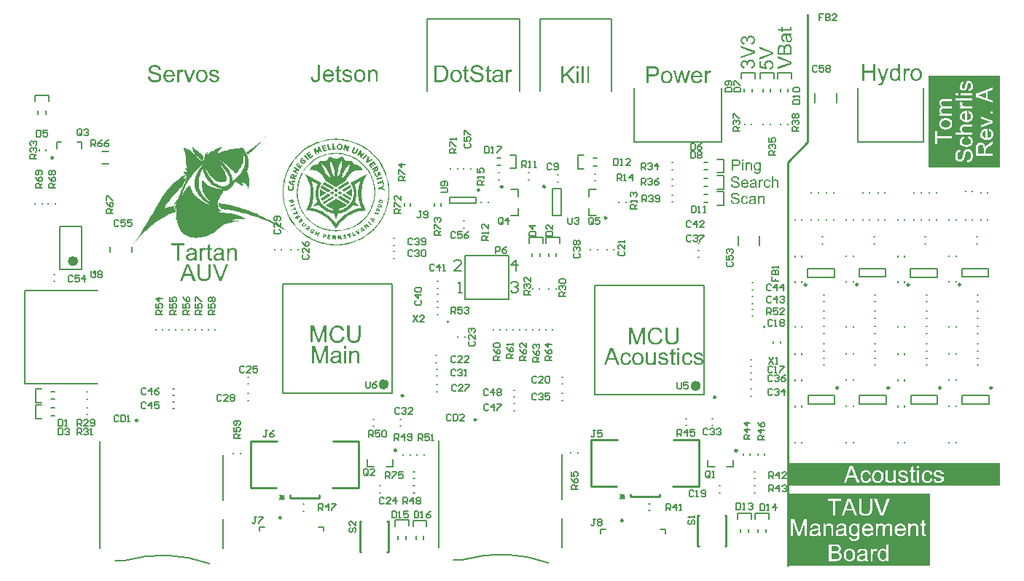
<source format=gto>
G04*
G04 #@! TF.GenerationSoftware,Altium Limited,Altium Designer,18.1.9 (240)*
G04*
G04 Layer_Color=65535*
%FSLAX25Y25*%
%MOIN*%
G70*
G01*
G75*
%ADD10C,0.00984*%
%ADD11C,0.00500*%
%ADD12C,0.02362*%
%ADD13C,0.00787*%
%ADD14C,0.01000*%
%ADD15C,0.00591*%
%ADD16C,0.00800*%
G36*
X499639Y278453D02*
X499690D01*
X499831Y278438D01*
X499986Y278416D01*
X500149Y278379D01*
X500327Y278335D01*
X500490Y278276D01*
X500497D01*
X500512Y278268D01*
X500534Y278254D01*
X500564Y278239D01*
X500638Y278202D01*
X500734Y278135D01*
X500845Y278061D01*
X500956Y277965D01*
X501059Y277854D01*
X501156Y277728D01*
Y277721D01*
X501163Y277713D01*
X501178Y277691D01*
X501193Y277669D01*
X501230Y277595D01*
X501274Y277499D01*
X501326Y277380D01*
X501363Y277240D01*
X501400Y277092D01*
X501415Y276929D01*
X500763Y276877D01*
Y276885D01*
Y276899D01*
X500756Y276922D01*
X500749Y276958D01*
X500726Y277040D01*
X500697Y277151D01*
X500652Y277269D01*
X500586Y277388D01*
X500504Y277499D01*
X500401Y277602D01*
X500386Y277610D01*
X500349Y277639D01*
X500275Y277684D01*
X500179Y277728D01*
X500053Y277772D01*
X499905Y277817D01*
X499720Y277847D01*
X499513Y277854D01*
X499409D01*
X499365Y277847D01*
X499306Y277839D01*
X499172Y277824D01*
X499024Y277795D01*
X498876Y277758D01*
X498736Y277698D01*
X498677Y277661D01*
X498617Y277625D01*
X498603Y277617D01*
X498573Y277588D01*
X498529Y277536D01*
X498484Y277477D01*
X498432Y277395D01*
X498388Y277306D01*
X498358Y277203D01*
X498344Y277084D01*
Y277069D01*
Y277040D01*
X498351Y276988D01*
X498366Y276929D01*
X498388Y276855D01*
X498425Y276781D01*
X498469Y276707D01*
X498536Y276633D01*
X498543Y276625D01*
X498580Y276603D01*
X498610Y276581D01*
X498640Y276566D01*
X498684Y276544D01*
X498736Y276515D01*
X498802Y276492D01*
X498876Y276463D01*
X498958Y276433D01*
X499054Y276396D01*
X499158Y276366D01*
X499276Y276329D01*
X499409Y276300D01*
X499557Y276263D01*
X499565D01*
X499594Y276255D01*
X499639Y276248D01*
X499690Y276233D01*
X499757Y276219D01*
X499838Y276196D01*
X499920Y276174D01*
X500009Y276152D01*
X500201Y276100D01*
X500386Y276048D01*
X500475Y276019D01*
X500556Y275989D01*
X500630Y275967D01*
X500689Y275937D01*
X500697D01*
X500712Y275930D01*
X500734Y275915D01*
X500763Y275900D01*
X500845Y275856D01*
X500941Y275797D01*
X501052Y275715D01*
X501163Y275626D01*
X501267Y275523D01*
X501355Y275412D01*
X501363Y275397D01*
X501392Y275360D01*
X501422Y275293D01*
X501466Y275205D01*
X501503Y275101D01*
X501540Y274975D01*
X501563Y274835D01*
X501570Y274687D01*
Y274679D01*
Y274672D01*
Y274650D01*
Y274620D01*
X501555Y274539D01*
X501540Y274435D01*
X501511Y274317D01*
X501474Y274191D01*
X501415Y274058D01*
X501333Y273917D01*
Y273910D01*
X501326Y273902D01*
X501289Y273858D01*
X501237Y273791D01*
X501163Y273717D01*
X501067Y273628D01*
X500948Y273532D01*
X500815Y273444D01*
X500660Y273362D01*
X500652D01*
X500638Y273355D01*
X500615Y273347D01*
X500586Y273333D01*
X500541Y273318D01*
X500490Y273295D01*
X500371Y273266D01*
X500231Y273229D01*
X500060Y273192D01*
X499875Y273170D01*
X499676Y273162D01*
X499557D01*
X499498Y273170D01*
X499431D01*
X499357Y273177D01*
X499269Y273184D01*
X499084Y273214D01*
X498891Y273244D01*
X498699Y273295D01*
X498514Y273362D01*
X498506D01*
X498492Y273370D01*
X498469Y273384D01*
X498440Y273399D01*
X498351Y273444D01*
X498247Y273510D01*
X498129Y273599D01*
X498003Y273703D01*
X497885Y273828D01*
X497774Y273969D01*
Y273976D01*
X497759Y273991D01*
X497752Y274013D01*
X497729Y274043D01*
X497715Y274080D01*
X497692Y274124D01*
X497641Y274235D01*
X497589Y274376D01*
X497544Y274531D01*
X497515Y274709D01*
X497500Y274894D01*
X498136Y274953D01*
Y274946D01*
Y274938D01*
X498144Y274916D01*
Y274886D01*
X498159Y274820D01*
X498181Y274724D01*
X498210Y274627D01*
X498240Y274517D01*
X498292Y274413D01*
X498344Y274317D01*
X498351Y274309D01*
X498373Y274280D01*
X498410Y274228D01*
X498469Y274176D01*
X498543Y274110D01*
X498625Y274043D01*
X498736Y273976D01*
X498854Y273917D01*
X498862D01*
X498869Y273910D01*
X498891Y273902D01*
X498913Y273895D01*
X498987Y273873D01*
X499084Y273843D01*
X499202Y273814D01*
X499335Y273791D01*
X499483Y273777D01*
X499646Y273769D01*
X499713D01*
X499787Y273777D01*
X499875Y273784D01*
X499979Y273799D01*
X500097Y273814D01*
X500216Y273843D01*
X500327Y273880D01*
X500342Y273887D01*
X500379Y273902D01*
X500430Y273932D01*
X500497Y273961D01*
X500564Y274013D01*
X500638Y274065D01*
X500712Y274124D01*
X500771Y274198D01*
X500778Y274206D01*
X500793Y274235D01*
X500815Y274272D01*
X500845Y274331D01*
X500874Y274391D01*
X500897Y274465D01*
X500911Y274546D01*
X500919Y274635D01*
Y274642D01*
Y274679D01*
X500911Y274724D01*
X500904Y274783D01*
X500882Y274842D01*
X500860Y274916D01*
X500823Y274990D01*
X500771Y275057D01*
X500763Y275064D01*
X500741Y275086D01*
X500712Y275116D01*
X500660Y275160D01*
X500601Y275205D01*
X500519Y275256D01*
X500423Y275308D01*
X500312Y275353D01*
X500305Y275360D01*
X500268Y275367D01*
X500208Y275390D01*
X500171Y275397D01*
X500120Y275412D01*
X500068Y275434D01*
X500001Y275449D01*
X499927Y275471D01*
X499838Y275493D01*
X499750Y275516D01*
X499646Y275545D01*
X499528Y275575D01*
X499402Y275604D01*
X499394D01*
X499372Y275612D01*
X499335Y275619D01*
X499291Y275634D01*
X499232Y275649D01*
X499165Y275663D01*
X499017Y275708D01*
X498854Y275760D01*
X498684Y275812D01*
X498536Y275863D01*
X498469Y275893D01*
X498410Y275922D01*
X498403D01*
X498395Y275930D01*
X498351Y275959D01*
X498284Y275996D01*
X498210Y276056D01*
X498122Y276122D01*
X498033Y276204D01*
X497944Y276300D01*
X497870Y276403D01*
X497863Y276418D01*
X497840Y276455D01*
X497811Y276515D01*
X497781Y276589D01*
X497752Y276685D01*
X497722Y276796D01*
X497700Y276914D01*
X497692Y277040D01*
Y277047D01*
Y277055D01*
Y277077D01*
Y277106D01*
X497707Y277181D01*
X497722Y277277D01*
X497744Y277388D01*
X497781Y277514D01*
X497833Y277639D01*
X497907Y277765D01*
Y277772D01*
X497914Y277780D01*
X497951Y277824D01*
X498003Y277884D01*
X498070Y277958D01*
X498159Y278039D01*
X498270Y278128D01*
X498403Y278209D01*
X498551Y278283D01*
X498558D01*
X498573Y278291D01*
X498595Y278298D01*
X498625Y278313D01*
X498662Y278327D01*
X498714Y278342D01*
X498825Y278372D01*
X498965Y278401D01*
X499128Y278431D01*
X499298Y278453D01*
X499491Y278461D01*
X499587D01*
X499639Y278453D01*
D02*
G37*
G36*
X511863Y277040D02*
X511945Y277025D01*
X512041Y276995D01*
X512145Y276958D01*
X512263Y276907D01*
X512389Y276840D01*
X512159Y276263D01*
X512152Y276270D01*
X512122Y276285D01*
X512078Y276307D01*
X512019Y276329D01*
X511952Y276352D01*
X511871Y276374D01*
X511789Y276389D01*
X511708Y276396D01*
X511671D01*
X511634Y276389D01*
X511582Y276381D01*
X511530Y276366D01*
X511464Y276344D01*
X511397Y276315D01*
X511338Y276270D01*
X511331Y276263D01*
X511308Y276248D01*
X511286Y276219D01*
X511249Y276182D01*
X511212Y276130D01*
X511175Y276070D01*
X511138Y276004D01*
X511109Y275922D01*
X511101Y275908D01*
X511094Y275863D01*
X511079Y275797D01*
X511057Y275708D01*
X511035Y275597D01*
X511020Y275471D01*
X511012Y275338D01*
X511005Y275190D01*
Y273251D01*
X510376D01*
Y276966D01*
X510946D01*
Y276403D01*
X510953Y276411D01*
X510983Y276463D01*
X511020Y276529D01*
X511079Y276611D01*
X511138Y276692D01*
X511205Y276781D01*
X511271Y276855D01*
X511338Y276914D01*
X511345Y276922D01*
X511368Y276936D01*
X511412Y276958D01*
X511456Y276981D01*
X511516Y277003D01*
X511590Y277025D01*
X511664Y277040D01*
X511745Y277047D01*
X511797D01*
X511863Y277040D01*
D02*
G37*
G36*
X514372D02*
X514416D01*
X514476Y277032D01*
X514616Y277010D01*
X514772Y276973D01*
X514934Y276914D01*
X515097Y276840D01*
X515253Y276736D01*
X515260D01*
X515267Y276722D01*
X515312Y276677D01*
X515378Y276611D01*
X515460Y276515D01*
X515541Y276396D01*
X515623Y276248D01*
X515697Y276078D01*
X515748Y275878D01*
X515134Y275782D01*
Y275789D01*
X515127Y275797D01*
X515119Y275841D01*
X515097Y275908D01*
X515060Y275989D01*
X515023Y276078D01*
X514964Y276174D01*
X514897Y276263D01*
X514823Y276337D01*
X514816Y276344D01*
X514786Y276366D01*
X514735Y276396D01*
X514675Y276433D01*
X514594Y276470D01*
X514505Y276500D01*
X514402Y276522D01*
X514291Y276529D01*
X514246D01*
X514209Y276522D01*
X514128Y276515D01*
X514017Y276485D01*
X513898Y276448D01*
X513765Y276389D01*
X513639Y276300D01*
X513580Y276248D01*
X513521Y276189D01*
Y276182D01*
X513506Y276174D01*
X513491Y276152D01*
X513477Y276122D01*
X513454Y276085D01*
X513425Y276041D01*
X513403Y275989D01*
X513373Y275930D01*
X513343Y275856D01*
X513321Y275775D01*
X513292Y275686D01*
X513269Y275589D01*
X513255Y275486D01*
X513240Y275367D01*
X513225Y275242D01*
Y275109D01*
Y275101D01*
Y275079D01*
Y275034D01*
X513232Y274990D01*
Y274923D01*
X513240Y274857D01*
X513262Y274694D01*
X513292Y274517D01*
X513343Y274331D01*
X513410Y274169D01*
X513454Y274087D01*
X513506Y274021D01*
X513521Y274006D01*
X513558Y273969D01*
X513625Y273917D01*
X513706Y273858D01*
X513817Y273791D01*
X513943Y273740D01*
X514091Y273703D01*
X514172Y273695D01*
X514254Y273688D01*
X514268D01*
X514313Y273695D01*
X514387Y273703D01*
X514468Y273717D01*
X514564Y273740D01*
X514668Y273784D01*
X514772Y273836D01*
X514868Y273910D01*
X514883Y273917D01*
X514905Y273954D01*
X514949Y274006D01*
X515001Y274087D01*
X515053Y274184D01*
X515112Y274302D01*
X515156Y274450D01*
X515186Y274613D01*
X515808Y274531D01*
Y274524D01*
X515800Y274502D01*
X515793Y274472D01*
X515785Y274428D01*
X515771Y274369D01*
X515756Y274309D01*
X515704Y274161D01*
X515637Y274006D01*
X515541Y273836D01*
X515423Y273673D01*
X515356Y273599D01*
X515282Y273525D01*
X515275Y273517D01*
X515260Y273510D01*
X515238Y273495D01*
X515208Y273473D01*
X515171Y273444D01*
X515119Y273414D01*
X515060Y273384D01*
X515001Y273347D01*
X514853Y273281D01*
X514675Y273229D01*
X514483Y273184D01*
X514372Y273177D01*
X514261Y273170D01*
X514187D01*
X514135Y273177D01*
X514069Y273184D01*
X513995Y273199D01*
X513913Y273214D01*
X513824Y273229D01*
X513625Y273288D01*
X513528Y273333D01*
X513425Y273377D01*
X513321Y273436D01*
X513225Y273503D01*
X513129Y273577D01*
X513040Y273665D01*
X513033Y273673D01*
X513018Y273688D01*
X512996Y273717D01*
X512966Y273754D01*
X512936Y273806D01*
X512892Y273873D01*
X512855Y273947D01*
X512811Y274028D01*
X512766Y274124D01*
X512729Y274235D01*
X512685Y274346D01*
X512655Y274480D01*
X512626Y274613D01*
X512603Y274768D01*
X512589Y274923D01*
X512581Y275094D01*
Y275101D01*
Y275123D01*
Y275153D01*
Y275197D01*
X512589Y275249D01*
Y275308D01*
X512596Y275375D01*
X512603Y275449D01*
X512626Y275612D01*
X512663Y275789D01*
X512707Y275967D01*
X512774Y276145D01*
Y276152D01*
X512781Y276167D01*
X512796Y276189D01*
X512811Y276219D01*
X512855Y276300D01*
X512922Y276396D01*
X513010Y276507D01*
X513114Y276618D01*
X513240Y276729D01*
X513380Y276818D01*
X513388D01*
X513403Y276825D01*
X513425Y276840D01*
X513454Y276855D01*
X513491Y276870D01*
X513536Y276892D01*
X513647Y276936D01*
X513773Y276973D01*
X513928Y277010D01*
X514091Y277040D01*
X514268Y277047D01*
X514328D01*
X514372Y277040D01*
D02*
G37*
G36*
X516977Y276537D02*
X516984Y276544D01*
X516999Y276559D01*
X517021Y276581D01*
X517058Y276618D01*
X517095Y276655D01*
X517147Y276699D01*
X517214Y276744D01*
X517280Y276796D01*
X517354Y276840D01*
X517436Y276885D01*
X517628Y276966D01*
X517732Y277003D01*
X517843Y277025D01*
X517961Y277040D01*
X518079Y277047D01*
X518146D01*
X518227Y277040D01*
X518324Y277025D01*
X518435Y277010D01*
X518553Y276981D01*
X518671Y276936D01*
X518790Y276885D01*
X518805Y276877D01*
X518842Y276855D01*
X518893Y276818D01*
X518960Y276766D01*
X519027Y276699D01*
X519101Y276625D01*
X519167Y276537D01*
X519226Y276433D01*
X519234Y276418D01*
X519249Y276381D01*
X519271Y276315D01*
X519293Y276219D01*
X519315Y276100D01*
X519337Y275959D01*
X519352Y275789D01*
X519360Y275597D01*
Y273251D01*
X518731D01*
Y275604D01*
Y275612D01*
Y275626D01*
Y275649D01*
Y275678D01*
X518723Y275760D01*
X518708Y275863D01*
X518679Y275974D01*
X518642Y276085D01*
X518590Y276196D01*
X518523Y276285D01*
X518516Y276292D01*
X518486Y276322D01*
X518442Y276359D01*
X518375Y276396D01*
X518294Y276441D01*
X518198Y276470D01*
X518079Y276500D01*
X517946Y276507D01*
X517902D01*
X517850Y276500D01*
X517776Y276492D01*
X517702Y276470D01*
X517613Y276448D01*
X517524Y276411D01*
X517428Y276359D01*
X517421Y276352D01*
X517391Y276329D01*
X517347Y276300D01*
X517295Y276255D01*
X517236Y276196D01*
X517177Y276130D01*
X517125Y276048D01*
X517080Y275959D01*
X517073Y275945D01*
X517066Y275915D01*
X517051Y275856D01*
X517029Y275782D01*
X517006Y275686D01*
X516992Y275567D01*
X516984Y275434D01*
X516977Y275279D01*
Y273251D01*
X516348D01*
Y278372D01*
X516977D01*
Y276537D01*
D02*
G37*
G36*
X508134Y277040D02*
X508245Y277032D01*
X508371Y277018D01*
X508496Y276995D01*
X508622Y276966D01*
X508741Y276929D01*
X508755Y276922D01*
X508792Y276907D01*
X508844Y276885D01*
X508911Y276855D01*
X508985Y276811D01*
X509059Y276766D01*
X509125Y276707D01*
X509185Y276648D01*
X509192Y276640D01*
X509207Y276618D01*
X509229Y276581D01*
X509259Y276537D01*
X509296Y276470D01*
X509325Y276403D01*
X509355Y276322D01*
X509377Y276226D01*
Y276219D01*
X509384Y276196D01*
X509392Y276152D01*
X509399Y276093D01*
Y276011D01*
X509407Y275915D01*
X509414Y275789D01*
Y275649D01*
Y274805D01*
Y274798D01*
Y274768D01*
Y274724D01*
Y274664D01*
Y274598D01*
Y274517D01*
X509421Y274339D01*
Y274154D01*
X509429Y273969D01*
X509436Y273887D01*
Y273814D01*
X509444Y273747D01*
X509451Y273695D01*
Y273688D01*
X509458Y273658D01*
X509466Y273614D01*
X509488Y273554D01*
X509503Y273488D01*
X509532Y273414D01*
X509569Y273333D01*
X509606Y273251D01*
X508948D01*
X508940Y273258D01*
X508933Y273288D01*
X508918Y273325D01*
X508896Y273384D01*
X508874Y273451D01*
X508859Y273532D01*
X508844Y273621D01*
X508829Y273717D01*
X508822D01*
X508815Y273703D01*
X508770Y273665D01*
X508704Y273614D01*
X508615Y273547D01*
X508504Y273481D01*
X508393Y273407D01*
X508274Y273340D01*
X508149Y273288D01*
X508134Y273281D01*
X508089Y273273D01*
X508023Y273251D01*
X507941Y273229D01*
X507838Y273207D01*
X507719Y273192D01*
X507586Y273177D01*
X507453Y273170D01*
X507394D01*
X507349Y273177D01*
X507298D01*
X507238Y273184D01*
X507105Y273207D01*
X506957Y273244D01*
X506794Y273295D01*
X506646Y273370D01*
X506513Y273466D01*
X506498Y273481D01*
X506461Y273517D01*
X506410Y273584D01*
X506350Y273673D01*
X506291Y273784D01*
X506239Y273910D01*
X506202Y274065D01*
X506195Y274139D01*
X506188Y274228D01*
Y274243D01*
Y274272D01*
X506195Y274324D01*
X506202Y274391D01*
X506217Y274472D01*
X506239Y274553D01*
X506269Y274642D01*
X506306Y274724D01*
X506313Y274731D01*
X506328Y274761D01*
X506358Y274805D01*
X506395Y274857D01*
X506439Y274916D01*
X506498Y274975D01*
X506558Y275034D01*
X506632Y275086D01*
X506639Y275094D01*
X506669Y275109D01*
X506706Y275138D01*
X506765Y275168D01*
X506831Y275197D01*
X506913Y275234D01*
X506994Y275264D01*
X507090Y275293D01*
X507098D01*
X507127Y275301D01*
X507172Y275316D01*
X507231Y275323D01*
X507305Y275338D01*
X507401Y275353D01*
X507512Y275375D01*
X507645Y275390D01*
X507653D01*
X507682Y275397D01*
X507719D01*
X507771Y275405D01*
X507830Y275412D01*
X507904Y275427D01*
X507986Y275434D01*
X508075Y275449D01*
X508252Y275486D01*
X508445Y275523D01*
X508615Y275567D01*
X508696Y275589D01*
X508770Y275612D01*
Y275619D01*
Y275634D01*
X508778Y275678D01*
Y275730D01*
Y275760D01*
Y275775D01*
Y275782D01*
Y275789D01*
Y275834D01*
X508770Y275908D01*
X508755Y275989D01*
X508733Y276078D01*
X508696Y276167D01*
X508652Y276248D01*
X508593Y276315D01*
X508585Y276322D01*
X508548Y276352D01*
X508489Y276381D01*
X508415Y276426D01*
X508311Y276463D01*
X508193Y276500D01*
X508045Y276522D01*
X507875Y276529D01*
X507801D01*
X507727Y276522D01*
X507623Y276507D01*
X507520Y276492D01*
X507409Y276463D01*
X507305Y276426D01*
X507216Y276374D01*
X507209Y276366D01*
X507179Y276344D01*
X507142Y276307D01*
X507098Y276248D01*
X507053Y276174D01*
X507002Y276078D01*
X506957Y275959D01*
X506913Y275826D01*
X506299Y275908D01*
Y275915D01*
X506306Y275922D01*
Y275945D01*
X506313Y275974D01*
X506336Y276041D01*
X506365Y276137D01*
X506402Y276233D01*
X506447Y276337D01*
X506506Y276441D01*
X506572Y276537D01*
X506580Y276544D01*
X506609Y276574D01*
X506654Y276618D01*
X506713Y276677D01*
X506794Y276736D01*
X506891Y276796D01*
X507002Y276862D01*
X507127Y276914D01*
X507135D01*
X507142Y276922D01*
X507164Y276929D01*
X507194Y276936D01*
X507268Y276958D01*
X507372Y276981D01*
X507490Y277003D01*
X507638Y277025D01*
X507793Y277040D01*
X507971Y277047D01*
X508052D01*
X508134Y277040D01*
D02*
G37*
G36*
X504064D02*
X504123Y277032D01*
X504197Y277018D01*
X504278Y277003D01*
X504375Y276981D01*
X504463Y276958D01*
X504567Y276922D01*
X504663Y276885D01*
X504767Y276833D01*
X504870Y276774D01*
X504974Y276707D01*
X505070Y276625D01*
X505159Y276537D01*
X505166Y276529D01*
X505181Y276515D01*
X505203Y276485D01*
X505233Y276441D01*
X505270Y276389D01*
X505307Y276329D01*
X505351Y276255D01*
X505396Y276167D01*
X505440Y276070D01*
X505485Y275967D01*
X505522Y275849D01*
X505559Y275723D01*
X505588Y275582D01*
X505610Y275434D01*
X505625Y275279D01*
X505633Y275109D01*
Y275101D01*
Y275072D01*
Y275020D01*
X505625Y274946D01*
X502850D01*
Y274938D01*
Y274916D01*
X502858Y274886D01*
Y274842D01*
X502865Y274790D01*
X502880Y274731D01*
X502902Y274598D01*
X502946Y274450D01*
X503006Y274287D01*
X503087Y274139D01*
X503191Y274006D01*
X503198D01*
X503205Y273991D01*
X503250Y273954D01*
X503316Y273902D01*
X503405Y273850D01*
X503524Y273791D01*
X503657Y273740D01*
X503805Y273703D01*
X503886Y273695D01*
X503975Y273688D01*
X504034D01*
X504101Y273695D01*
X504182Y273710D01*
X504271Y273732D01*
X504375Y273762D01*
X504471Y273806D01*
X504567Y273865D01*
X504574Y273873D01*
X504611Y273902D01*
X504656Y273947D01*
X504708Y274006D01*
X504767Y274087D01*
X504833Y274191D01*
X504900Y274309D01*
X504959Y274450D01*
X505610Y274369D01*
Y274361D01*
X505603Y274346D01*
X505596Y274317D01*
X505581Y274272D01*
X505559Y274228D01*
X505536Y274169D01*
X505477Y274043D01*
X505403Y273902D01*
X505300Y273754D01*
X505181Y273614D01*
X505033Y273481D01*
X505026D01*
X505011Y273466D01*
X504989Y273451D01*
X504959Y273429D01*
X504915Y273407D01*
X504870Y273384D01*
X504811Y273355D01*
X504745Y273325D01*
X504671Y273295D01*
X504597Y273266D01*
X504412Y273221D01*
X504204Y273184D01*
X503975Y273170D01*
X503894D01*
X503842Y273177D01*
X503775Y273184D01*
X503694Y273199D01*
X503605Y273214D01*
X503509Y273229D01*
X503302Y273288D01*
X503191Y273333D01*
X503087Y273377D01*
X502976Y273436D01*
X502872Y273503D01*
X502776Y273577D01*
X502680Y273665D01*
X502673Y273673D01*
X502658Y273688D01*
X502636Y273717D01*
X502606Y273762D01*
X502569Y273814D01*
X502532Y273873D01*
X502488Y273947D01*
X502443Y274028D01*
X502399Y274124D01*
X502354Y274228D01*
X502317Y274346D01*
X502280Y274472D01*
X502251Y274605D01*
X502229Y274753D01*
X502214Y274909D01*
X502206Y275072D01*
Y275079D01*
Y275116D01*
Y275160D01*
X502214Y275227D01*
X502221Y275308D01*
X502229Y275397D01*
X502243Y275501D01*
X502266Y275604D01*
X502325Y275841D01*
X502362Y275959D01*
X502406Y276085D01*
X502465Y276204D01*
X502532Y276315D01*
X502606Y276426D01*
X502687Y276529D01*
X502695Y276537D01*
X502710Y276552D01*
X502739Y276574D01*
X502776Y276611D01*
X502821Y276648D01*
X502880Y276692D01*
X502946Y276744D01*
X503028Y276788D01*
X503109Y276840D01*
X503205Y276885D01*
X503309Y276929D01*
X503420Y276966D01*
X503538Y277003D01*
X503664Y277025D01*
X503797Y277040D01*
X503938Y277047D01*
X504012D01*
X504064Y277040D01*
D02*
G37*
G36*
X334353Y327388D02*
X334475Y327377D01*
X334619Y327355D01*
X334775Y327322D01*
X334941Y327277D01*
X335097Y327211D01*
X335119Y327199D01*
X335164Y327177D01*
X335241Y327144D01*
X335330Y327088D01*
X335441Y327022D01*
X335541Y326933D01*
X335641Y326844D01*
X335730Y326733D01*
X335741Y326722D01*
X335764Y326677D01*
X335797Y326622D01*
X335852Y326544D01*
X335897Y326433D01*
X335941Y326322D01*
X335997Y326188D01*
X336030Y326044D01*
Y326033D01*
X336041Y325989D01*
X336052Y325922D01*
X336064Y325833D01*
Y325700D01*
X336075Y325544D01*
X336086Y325355D01*
Y325122D01*
Y321700D01*
X335141D01*
Y325077D01*
Y325089D01*
Y325100D01*
Y325177D01*
Y325277D01*
X335130Y325400D01*
X335119Y325544D01*
X335097Y325689D01*
X335064Y325822D01*
X335030Y325944D01*
Y325955D01*
X335008Y325989D01*
X334975Y326044D01*
X334941Y326111D01*
X334886Y326177D01*
X334819Y326255D01*
X334730Y326333D01*
X334630Y326399D01*
X334619Y326411D01*
X334586Y326433D01*
X334519Y326455D01*
X334441Y326488D01*
X334353Y326522D01*
X334242Y326555D01*
X334108Y326566D01*
X333975Y326577D01*
X333919D01*
X333875Y326566D01*
X333764Y326555D01*
X333619Y326533D01*
X333464Y326477D01*
X333286Y326411D01*
X333108Y326322D01*
X332942Y326188D01*
X332919Y326166D01*
X332875Y326111D01*
X332842Y326066D01*
X332808Y326011D01*
X332764Y325944D01*
X332731Y325866D01*
X332686Y325777D01*
X332642Y325666D01*
X332608Y325544D01*
X332575Y325411D01*
X332553Y325266D01*
X332530Y325111D01*
X332508Y324922D01*
Y324733D01*
Y321700D01*
X331564D01*
Y327277D01*
X332408D01*
Y326477D01*
X332419Y326488D01*
X332442Y326522D01*
X332475Y326566D01*
X332519Y326622D01*
X332586Y326688D01*
X332664Y326766D01*
X332753Y326855D01*
X332864Y326944D01*
X332975Y327022D01*
X333108Y327111D01*
X333253Y327188D01*
X333408Y327255D01*
X333586Y327310D01*
X333764Y327355D01*
X333964Y327388D01*
X334175Y327399D01*
X334264D01*
X334353Y327388D01*
D02*
G37*
G36*
X322265Y327388D02*
X322431Y327377D01*
X322609Y327355D01*
X322798Y327310D01*
X322998Y327266D01*
X323187Y327199D01*
X323198D01*
X323209Y327188D01*
X323265Y327166D01*
X323354Y327122D01*
X323465Y327066D01*
X323587Y326988D01*
X323709Y326900D01*
X323820Y326800D01*
X323920Y326688D01*
X323931Y326677D01*
X323954Y326633D01*
X323998Y326555D01*
X324054Y326466D01*
X324109Y326333D01*
X324165Y326188D01*
X324209Y326022D01*
X324254Y325833D01*
X323331Y325711D01*
Y325733D01*
X323320Y325777D01*
X323298Y325855D01*
X323265Y325955D01*
X323209Y326055D01*
X323143Y326166D01*
X323065Y326277D01*
X322954Y326377D01*
X322943Y326388D01*
X322898Y326411D01*
X322832Y326455D01*
X322731Y326500D01*
X322620Y326544D01*
X322476Y326588D01*
X322298Y326611D01*
X322109Y326622D01*
X321998D01*
X321887Y326611D01*
X321743Y326600D01*
X321598Y326566D01*
X321443Y326533D01*
X321298Y326477D01*
X321176Y326399D01*
X321165Y326388D01*
X321132Y326366D01*
X321087Y326322D01*
X321043Y326255D01*
X320987Y326188D01*
X320943Y326099D01*
X320910Y325999D01*
X320898Y325900D01*
Y325888D01*
Y325866D01*
X320910Y325833D01*
Y325788D01*
X320943Y325677D01*
X321009Y325566D01*
X321021Y325555D01*
X321032Y325544D01*
X321054Y325511D01*
X321098Y325477D01*
X321143Y325444D01*
X321209Y325400D01*
X321287Y325366D01*
X321376Y325322D01*
X321387D01*
X321409Y325311D01*
X321454Y325300D01*
X321532Y325266D01*
X321643Y325233D01*
X321787Y325200D01*
X321876Y325166D01*
X321976Y325144D01*
X322087Y325111D01*
X322209Y325077D01*
X322220D01*
X322254Y325066D01*
X322309Y325055D01*
X322376Y325033D01*
X322454Y325011D01*
X322554Y324989D01*
X322765Y324922D01*
X322998Y324855D01*
X323232Y324777D01*
X323443Y324700D01*
X323531Y324666D01*
X323609Y324633D01*
X323631Y324622D01*
X323676Y324600D01*
X323743Y324566D01*
X323843Y324511D01*
X323942Y324444D01*
X324043Y324355D01*
X324143Y324255D01*
X324231Y324144D01*
X324242Y324133D01*
X324265Y324089D01*
X324309Y324022D01*
X324354Y323922D01*
X324387Y323800D01*
X324431Y323666D01*
X324454Y323511D01*
X324465Y323333D01*
Y323311D01*
Y323255D01*
X324454Y323166D01*
X324431Y323044D01*
X324398Y322911D01*
X324342Y322766D01*
X324276Y322600D01*
X324187Y322444D01*
X324176Y322422D01*
X324131Y322378D01*
X324076Y322300D01*
X323987Y322211D01*
X323865Y322111D01*
X323731Y322000D01*
X323576Y321900D01*
X323387Y321800D01*
X323376D01*
X323365Y321789D01*
X323298Y321767D01*
X323187Y321733D01*
X323043Y321689D01*
X322865Y321644D01*
X322665Y321611D01*
X322454Y321589D01*
X322209Y321578D01*
X322109D01*
X322032Y321589D01*
X321943D01*
X321832Y321600D01*
X321721Y321611D01*
X321598Y321633D01*
X321332Y321689D01*
X321054Y321767D01*
X320787Y321878D01*
X320665Y321944D01*
X320554Y322022D01*
X320543Y322033D01*
X320532Y322044D01*
X320465Y322111D01*
X320365Y322211D01*
X320254Y322367D01*
X320132Y322555D01*
X320010Y322778D01*
X319910Y323055D01*
X319832Y323366D01*
X320765Y323511D01*
Y323500D01*
Y323489D01*
X320787Y323422D01*
X320810Y323311D01*
X320854Y323189D01*
X320910Y323055D01*
X320976Y322911D01*
X321076Y322766D01*
X321198Y322644D01*
X321221Y322633D01*
X321265Y322600D01*
X321354Y322555D01*
X321465Y322500D01*
X321609Y322444D01*
X321776Y322400D01*
X321976Y322367D01*
X322209Y322356D01*
X322320D01*
X322431Y322367D01*
X322576Y322389D01*
X322731Y322422D01*
X322898Y322467D01*
X323043Y322522D01*
X323176Y322611D01*
X323187Y322622D01*
X323232Y322655D01*
X323276Y322711D01*
X323343Y322789D01*
X323398Y322878D01*
X323454Y322989D01*
X323487Y323100D01*
X323498Y323233D01*
Y323244D01*
Y323289D01*
X323487Y323344D01*
X323465Y323422D01*
X323431Y323500D01*
X323376Y323578D01*
X323309Y323666D01*
X323209Y323733D01*
X323198Y323744D01*
X323165Y323755D01*
X323109Y323789D01*
X323020Y323822D01*
X322887Y323866D01*
X322809Y323900D01*
X322720Y323922D01*
X322620Y323955D01*
X322509Y323989D01*
X322387Y324022D01*
X322243Y324055D01*
X322232D01*
X322198Y324066D01*
X322143Y324078D01*
X322076Y324100D01*
X321987Y324122D01*
X321887Y324155D01*
X321676Y324211D01*
X321432Y324289D01*
X321198Y324355D01*
X320976Y324433D01*
X320876Y324478D01*
X320798Y324511D01*
X320776Y324522D01*
X320732Y324544D01*
X320665Y324589D01*
X320576Y324644D01*
X320476Y324722D01*
X320376Y324811D01*
X320276Y324911D01*
X320187Y325033D01*
X320176Y325044D01*
X320154Y325089D01*
X320121Y325166D01*
X320087Y325255D01*
X320054Y325366D01*
X320021Y325500D01*
X319999Y325633D01*
X319987Y325788D01*
Y325811D01*
Y325855D01*
X319999Y325922D01*
X320010Y326022D01*
X320032Y326122D01*
X320054Y326244D01*
X320098Y326355D01*
X320154Y326477D01*
X320165Y326488D01*
X320187Y326533D01*
X320221Y326588D01*
X320276Y326666D01*
X320343Y326744D01*
X320421Y326844D01*
X320510Y326933D01*
X320621Y327011D01*
X320632Y327022D01*
X320665Y327033D01*
X320709Y327066D01*
X320776Y327099D01*
X320865Y327144D01*
X320965Y327188D01*
X321087Y327233D01*
X321221Y327277D01*
X321243Y327288D01*
X321287Y327299D01*
X321365Y327322D01*
X321465Y327344D01*
X321587Y327366D01*
X321721Y327377D01*
X321876Y327399D01*
X322143D01*
X322265Y327388D01*
D02*
G37*
G36*
X309700Y324144D02*
Y324133D01*
Y324100D01*
Y324055D01*
Y323989D01*
X309688Y323900D01*
Y323811D01*
X309666Y323600D01*
X309644Y323355D01*
X309599Y323100D01*
X309533Y322867D01*
X309455Y322644D01*
Y322633D01*
X309444Y322622D01*
X309411Y322555D01*
X309355Y322467D01*
X309277Y322344D01*
X309166Y322222D01*
X309044Y322089D01*
X308889Y321955D01*
X308711Y321844D01*
X308688Y321833D01*
X308622Y321800D01*
X308522Y321756D01*
X308377Y321711D01*
X308200Y321656D01*
X308000Y321611D01*
X307777Y321578D01*
X307533Y321567D01*
X307433D01*
X307366Y321578D01*
X307277Y321589D01*
X307189Y321600D01*
X306955Y321644D01*
X306711Y321711D01*
X306455Y321811D01*
X306322Y321878D01*
X306200Y321955D01*
X306089Y322044D01*
X305978Y322144D01*
X305966Y322155D01*
X305955Y322167D01*
X305933Y322211D01*
X305900Y322255D01*
X305855Y322311D01*
X305811Y322389D01*
X305767Y322478D01*
X305711Y322578D01*
X305667Y322689D01*
X305622Y322822D01*
X305578Y322955D01*
X305533Y323111D01*
X305511Y323278D01*
X305478Y323466D01*
X305467Y323655D01*
Y323866D01*
X306389Y324000D01*
Y323989D01*
Y323966D01*
Y323922D01*
X306400Y323855D01*
X306411Y323789D01*
Y323711D01*
X306444Y323522D01*
X306478Y323322D01*
X306544Y323122D01*
X306611Y322944D01*
X306655Y322867D01*
X306711Y322800D01*
X306722Y322789D01*
X306766Y322755D01*
X306833Y322700D01*
X306922Y322644D01*
X307044Y322578D01*
X307177Y322533D01*
X307344Y322489D01*
X307522Y322478D01*
X307589D01*
X307655Y322489D01*
X307755Y322500D01*
X307855Y322522D01*
X307966Y322544D01*
X308077Y322589D01*
X308189Y322644D01*
X308200Y322655D01*
X308233Y322678D01*
X308277Y322722D01*
X308344Y322766D01*
X308400Y322844D01*
X308466Y322922D01*
X308522Y323011D01*
X308566Y323122D01*
Y323133D01*
X308589Y323178D01*
X308600Y323255D01*
X308622Y323355D01*
X308644Y323489D01*
X308655Y323655D01*
X308677Y323855D01*
Y324089D01*
Y329388D01*
X309700D01*
Y324144D01*
D02*
G37*
G36*
X318321Y327277D02*
X319276D01*
Y326544D01*
X318321D01*
Y323267D01*
Y323244D01*
Y323200D01*
Y323133D01*
X318332Y323055D01*
X318343Y322878D01*
X318354Y322800D01*
X318365Y322744D01*
X318376Y322722D01*
X318410Y322678D01*
X318454Y322622D01*
X318532Y322567D01*
X318554Y322555D01*
X318610Y322533D01*
X318710Y322511D01*
X318854Y322500D01*
X318965D01*
X319021Y322511D01*
X319098D01*
X319187Y322522D01*
X319276Y322533D01*
X319398Y321700D01*
X319376D01*
X319332Y321689D01*
X319254Y321678D01*
X319154Y321667D01*
X319043Y321644D01*
X318921Y321633D01*
X318676Y321622D01*
X318587D01*
X318499Y321633D01*
X318388Y321644D01*
X318254Y321656D01*
X318121Y321689D01*
X317999Y321722D01*
X317876Y321778D01*
X317865Y321789D01*
X317832Y321811D01*
X317788Y321844D01*
X317721Y321900D01*
X317665Y321955D01*
X317599Y322033D01*
X317532Y322111D01*
X317488Y322211D01*
Y322222D01*
X317465Y322267D01*
X317454Y322344D01*
X317432Y322456D01*
X317410Y322600D01*
X317399Y322689D01*
Y322789D01*
X317388Y322911D01*
X317376Y323033D01*
Y323166D01*
Y323322D01*
Y326544D01*
X316677D01*
Y327277D01*
X317376D01*
Y328655D01*
X318321Y329222D01*
Y327277D01*
D02*
G37*
G36*
X328031Y327388D02*
X328131Y327377D01*
X328242Y327355D01*
X328364Y327333D01*
X328509Y327310D01*
X328809Y327210D01*
X328964Y327155D01*
X329120Y327077D01*
X329275Y326999D01*
X329431Y326888D01*
X329575Y326777D01*
X329720Y326644D01*
X329731Y326633D01*
X329753Y326611D01*
X329786Y326566D01*
X329831Y326511D01*
X329886Y326433D01*
X329953Y326333D01*
X330020Y326222D01*
X330086Y326099D01*
X330153Y325966D01*
X330220Y325800D01*
X330286Y325633D01*
X330342Y325444D01*
X330386Y325244D01*
X330420Y325033D01*
X330442Y324811D01*
X330453Y324566D01*
Y324555D01*
Y324522D01*
Y324466D01*
Y324389D01*
X330442Y324300D01*
X330431Y324189D01*
Y324078D01*
X330409Y323955D01*
X330375Y323678D01*
X330309Y323400D01*
X330231Y323122D01*
X330120Y322867D01*
Y322855D01*
X330109Y322844D01*
X330086Y322811D01*
X330064Y322766D01*
X329986Y322655D01*
X329886Y322522D01*
X329753Y322367D01*
X329586Y322211D01*
X329398Y322056D01*
X329175Y321911D01*
X329164D01*
X329153Y321900D01*
X329120Y321878D01*
X329064Y321855D01*
X329009Y321833D01*
X328942Y321811D01*
X328775Y321744D01*
X328587Y321689D01*
X328353Y321633D01*
X328109Y321589D01*
X327842Y321578D01*
X327731D01*
X327642Y321589D01*
X327542Y321600D01*
X327431Y321622D01*
X327298Y321644D01*
X327164Y321667D01*
X326864Y321756D01*
X326698Y321822D01*
X326542Y321889D01*
X326387Y321978D01*
X326231Y322078D01*
X326087Y322189D01*
X325942Y322322D01*
X325931Y322333D01*
X325909Y322356D01*
X325876Y322400D01*
X325831Y322467D01*
X325776Y322544D01*
X325720Y322633D01*
X325653Y322744D01*
X325587Y322878D01*
X325520Y323022D01*
X325453Y323189D01*
X325398Y323366D01*
X325342Y323555D01*
X325298Y323766D01*
X325265Y323989D01*
X325242Y324233D01*
X325231Y324489D01*
Y324511D01*
Y324555D01*
X325242Y324633D01*
Y324744D01*
X325254Y324866D01*
X325276Y325022D01*
X325298Y325177D01*
X325342Y325355D01*
X325387Y325533D01*
X325442Y325722D01*
X325509Y325922D01*
X325598Y326111D01*
X325687Y326288D01*
X325809Y326466D01*
X325931Y326633D01*
X326087Y326777D01*
X326098Y326788D01*
X326120Y326800D01*
X326165Y326833D01*
X326220Y326877D01*
X326287Y326922D01*
X326376Y326977D01*
X326465Y327033D01*
X326576Y327088D01*
X326698Y327144D01*
X326831Y327199D01*
X327131Y327299D01*
X327476Y327377D01*
X327653Y327388D01*
X327842Y327399D01*
X327953D01*
X328031Y327388D01*
D02*
G37*
G36*
X313710D02*
X313799Y327377D01*
X313910Y327355D01*
X314032Y327333D01*
X314177Y327299D01*
X314310Y327266D01*
X314466Y327210D01*
X314610Y327155D01*
X314766Y327077D01*
X314921Y326988D01*
X315077Y326888D01*
X315221Y326766D01*
X315354Y326633D01*
X315366Y326622D01*
X315388Y326600D01*
X315421Y326555D01*
X315466Y326488D01*
X315521Y326411D01*
X315577Y326322D01*
X315643Y326211D01*
X315710Y326077D01*
X315777Y325933D01*
X315843Y325777D01*
X315899Y325600D01*
X315954Y325411D01*
X315999Y325200D01*
X316032Y324977D01*
X316054Y324744D01*
X316066Y324489D01*
Y324478D01*
Y324433D01*
Y324355D01*
X316054Y324244D01*
X311888D01*
Y324233D01*
Y324200D01*
X311899Y324155D01*
Y324089D01*
X311910Y324011D01*
X311933Y323922D01*
X311966Y323722D01*
X312033Y323500D01*
X312122Y323255D01*
X312244Y323033D01*
X312399Y322833D01*
X312410D01*
X312421Y322811D01*
X312488Y322755D01*
X312588Y322678D01*
X312721Y322600D01*
X312899Y322511D01*
X313099Y322433D01*
X313321Y322378D01*
X313444Y322367D01*
X313577Y322356D01*
X313666D01*
X313766Y322367D01*
X313888Y322389D01*
X314021Y322422D01*
X314177Y322467D01*
X314321Y322533D01*
X314466Y322622D01*
X314477Y322633D01*
X314532Y322678D01*
X314599Y322744D01*
X314677Y322833D01*
X314766Y322955D01*
X314866Y323111D01*
X314966Y323289D01*
X315054Y323500D01*
X316032Y323378D01*
Y323366D01*
X316021Y323344D01*
X316010Y323300D01*
X315988Y323233D01*
X315954Y323166D01*
X315921Y323078D01*
X315832Y322889D01*
X315721Y322678D01*
X315566Y322456D01*
X315388Y322244D01*
X315166Y322044D01*
X315155D01*
X315132Y322022D01*
X315099Y322000D01*
X315054Y321967D01*
X314988Y321933D01*
X314921Y321900D01*
X314832Y321855D01*
X314732Y321811D01*
X314621Y321767D01*
X314510Y321722D01*
X314232Y321656D01*
X313921Y321600D01*
X313577Y321578D01*
X313455D01*
X313377Y321589D01*
X313277Y321600D01*
X313155Y321622D01*
X313021Y321644D01*
X312877Y321667D01*
X312566Y321756D01*
X312399Y321822D01*
X312244Y321889D01*
X312077Y321978D01*
X311922Y322078D01*
X311777Y322189D01*
X311633Y322322D01*
X311621Y322333D01*
X311599Y322356D01*
X311566Y322400D01*
X311522Y322467D01*
X311466Y322544D01*
X311410Y322633D01*
X311344Y322744D01*
X311277Y322867D01*
X311210Y323011D01*
X311144Y323166D01*
X311088Y323344D01*
X311033Y323533D01*
X310988Y323733D01*
X310955Y323955D01*
X310933Y324189D01*
X310922Y324433D01*
Y324444D01*
Y324500D01*
Y324566D01*
X310933Y324666D01*
X310944Y324789D01*
X310955Y324922D01*
X310977Y325077D01*
X311011Y325233D01*
X311099Y325588D01*
X311155Y325766D01*
X311222Y325955D01*
X311310Y326133D01*
X311410Y326300D01*
X311522Y326466D01*
X311644Y326622D01*
X311655Y326633D01*
X311677Y326655D01*
X311721Y326688D01*
X311777Y326744D01*
X311844Y326800D01*
X311933Y326866D01*
X312033Y326944D01*
X312155Y327011D01*
X312277Y327088D01*
X312421Y327155D01*
X312577Y327222D01*
X312744Y327277D01*
X312921Y327333D01*
X313110Y327366D01*
X313310Y327388D01*
X313521Y327399D01*
X313632D01*
X313710Y327388D01*
D02*
G37*
G36*
X463403Y209292D02*
X463503Y209280D01*
X463625Y209269D01*
X463748Y209258D01*
X463892Y209225D01*
X464192Y209158D01*
X464525Y209058D01*
X464692Y208992D01*
X464848Y208914D01*
X465003Y208814D01*
X465159Y208714D01*
X465170Y208703D01*
X465192Y208692D01*
X465236Y208658D01*
X465292Y208603D01*
X465347Y208547D01*
X465425Y208470D01*
X465503Y208381D01*
X465592Y208292D01*
X465681Y208181D01*
X465770Y208047D01*
X465870Y207914D01*
X465958Y207769D01*
X466036Y207603D01*
X466125Y207436D01*
X466192Y207259D01*
X466258Y207059D01*
X465259Y206825D01*
Y206836D01*
X465247Y206858D01*
X465225Y206903D01*
X465203Y206959D01*
X465181Y207025D01*
X465147Y207114D01*
X465059Y207292D01*
X464948Y207492D01*
X464814Y207692D01*
X464647Y207881D01*
X464470Y208047D01*
X464447Y208069D01*
X464381Y208114D01*
X464270Y208170D01*
X464125Y208247D01*
X463936Y208314D01*
X463725Y208381D01*
X463470Y208425D01*
X463192Y208436D01*
X463103D01*
X463048Y208425D01*
X462970D01*
X462881Y208414D01*
X462670Y208381D01*
X462437Y208336D01*
X462192Y208258D01*
X461937Y208147D01*
X461703Y208003D01*
X461692D01*
X461681Y207981D01*
X461603Y207925D01*
X461503Y207836D01*
X461381Y207703D01*
X461237Y207536D01*
X461103Y207347D01*
X460981Y207114D01*
X460870Y206858D01*
Y206847D01*
X460859Y206825D01*
X460848Y206792D01*
X460837Y206736D01*
X460815Y206670D01*
X460792Y206592D01*
X460759Y206403D01*
X460714Y206181D01*
X460670Y205936D01*
X460648Y205670D01*
X460637Y205381D01*
Y205370D01*
Y205336D01*
Y205281D01*
Y205214D01*
X460648Y205136D01*
Y205036D01*
X460659Y204925D01*
X460670Y204803D01*
X460703Y204537D01*
X460759Y204248D01*
X460826Y203959D01*
X460915Y203670D01*
Y203659D01*
X460926Y203637D01*
X460948Y203603D01*
X460970Y203548D01*
X461037Y203414D01*
X461137Y203259D01*
X461259Y203081D01*
X461414Y202892D01*
X461592Y202726D01*
X461803Y202570D01*
X461814D01*
X461837Y202559D01*
X461870Y202537D01*
X461914Y202515D01*
X461970Y202492D01*
X462037Y202459D01*
X462192Y202392D01*
X462392Y202326D01*
X462614Y202270D01*
X462859Y202226D01*
X463114Y202215D01*
X463192D01*
X463259Y202226D01*
X463337D01*
X463414Y202237D01*
X463614Y202281D01*
X463848Y202337D01*
X464081Y202426D01*
X464325Y202548D01*
X464447Y202614D01*
X464559Y202703D01*
X464570Y202714D01*
X464581Y202726D01*
X464614Y202759D01*
X464659Y202792D01*
X464703Y202848D01*
X464759Y202915D01*
X464825Y202981D01*
X464881Y203070D01*
X464948Y203170D01*
X465025Y203281D01*
X465092Y203392D01*
X465159Y203525D01*
X465214Y203670D01*
X465270Y203825D01*
X465325Y203992D01*
X465370Y204170D01*
X466392Y203914D01*
Y203903D01*
X466381Y203859D01*
X466358Y203792D01*
X466325Y203703D01*
X466292Y203603D01*
X466247Y203481D01*
X466192Y203348D01*
X466125Y203203D01*
X465970Y202892D01*
X465770Y202581D01*
X465647Y202426D01*
X465525Y202270D01*
X465392Y202137D01*
X465236Y202003D01*
X465225Y201992D01*
X465203Y201970D01*
X465147Y201948D01*
X465092Y201903D01*
X465003Y201848D01*
X464914Y201792D01*
X464792Y201737D01*
X464670Y201681D01*
X464525Y201615D01*
X464370Y201559D01*
X464203Y201503D01*
X464025Y201448D01*
X463836Y201403D01*
X463636Y201381D01*
X463425Y201359D01*
X463203Y201348D01*
X463081D01*
X462992Y201359D01*
X462892D01*
X462770Y201370D01*
X462637Y201392D01*
X462481Y201415D01*
X462159Y201470D01*
X461826Y201559D01*
X461492Y201681D01*
X461337Y201759D01*
X461181Y201848D01*
X461170Y201859D01*
X461148Y201870D01*
X461103Y201903D01*
X461059Y201948D01*
X460992Y201992D01*
X460915Y202059D01*
X460826Y202137D01*
X460737Y202226D01*
X460648Y202326D01*
X460548Y202426D01*
X460348Y202681D01*
X460159Y202981D01*
X459992Y203314D01*
Y203326D01*
X459970Y203359D01*
X459959Y203414D01*
X459926Y203481D01*
X459903Y203570D01*
X459870Y203681D01*
X459826Y203803D01*
X459792Y203937D01*
X459759Y204081D01*
X459715Y204248D01*
X459659Y204592D01*
X459615Y204981D01*
X459592Y205381D01*
Y205392D01*
Y205436D01*
Y205503D01*
X459604Y205581D01*
Y205692D01*
X459615Y205803D01*
X459626Y205947D01*
X459648Y206092D01*
X459703Y206414D01*
X459781Y206770D01*
X459892Y207125D01*
X460048Y207470D01*
X460059Y207481D01*
X460070Y207514D01*
X460092Y207558D01*
X460137Y207614D01*
X460181Y207692D01*
X460237Y207781D01*
X460381Y207981D01*
X460570Y208203D01*
X460792Y208425D01*
X461048Y208647D01*
X461348Y208836D01*
X461359Y208847D01*
X461392Y208858D01*
X461437Y208880D01*
X461492Y208914D01*
X461581Y208947D01*
X461670Y208980D01*
X461781Y209025D01*
X461903Y209069D01*
X462037Y209114D01*
X462181Y209158D01*
X462492Y209225D01*
X462848Y209280D01*
X463214Y209303D01*
X463325D01*
X463403Y209292D01*
D02*
G37*
G36*
X458237Y201481D02*
X457259D01*
Y207914D01*
X455015Y201481D01*
X454104D01*
X451882Y208025D01*
Y201481D01*
X450904D01*
Y209169D01*
X452426D01*
X454249Y203714D01*
Y203703D01*
X454260Y203681D01*
X454271Y203648D01*
X454293Y203592D01*
X454337Y203459D01*
X454393Y203292D01*
X454449Y203103D01*
X454515Y202915D01*
X454571Y202737D01*
X454615Y202581D01*
X454626Y202603D01*
X454637Y202659D01*
X454671Y202759D01*
X454715Y202892D01*
X454771Y203070D01*
X454848Y203281D01*
X454926Y203525D01*
X455026Y203814D01*
X456871Y209169D01*
X458237D01*
Y201481D01*
D02*
G37*
G36*
X473702Y204725D02*
Y204714D01*
Y204670D01*
Y204614D01*
Y204537D01*
X473691Y204436D01*
Y204325D01*
X473680Y204192D01*
X473669Y204059D01*
X473635Y203759D01*
X473591Y203448D01*
X473524Y203148D01*
X473480Y203003D01*
X473435Y202870D01*
Y202859D01*
X473424Y202837D01*
X473402Y202803D01*
X473380Y202759D01*
X473313Y202637D01*
X473213Y202481D01*
X473080Y202303D01*
X472924Y202126D01*
X472724Y201937D01*
X472480Y201770D01*
X472469D01*
X472447Y201748D01*
X472413Y201737D01*
X472358Y201704D01*
X472291Y201670D01*
X472202Y201637D01*
X472113Y201604D01*
X472002Y201559D01*
X471880Y201515D01*
X471747Y201481D01*
X471602Y201448D01*
X471436Y201415D01*
X471269Y201392D01*
X471091Y201370D01*
X470691Y201348D01*
X470591D01*
X470514Y201359D01*
X470425D01*
X470314Y201370D01*
X470191Y201381D01*
X470069Y201392D01*
X469791Y201437D01*
X469491Y201503D01*
X469203Y201592D01*
X468925Y201715D01*
X468914D01*
X468891Y201737D01*
X468858Y201759D01*
X468814Y201781D01*
X468691Y201870D01*
X468547Y201992D01*
X468380Y202148D01*
X468225Y202326D01*
X468069Y202548D01*
X467947Y202792D01*
Y202803D01*
X467936Y202826D01*
X467925Y202870D01*
X467903Y202926D01*
X467880Y202992D01*
X467858Y203081D01*
X467825Y203181D01*
X467803Y203303D01*
X467780Y203437D01*
X467747Y203581D01*
X467725Y203737D01*
X467703Y203903D01*
X467681Y204092D01*
X467669Y204292D01*
X467658Y204503D01*
Y204725D01*
Y209169D01*
X468680D01*
Y204725D01*
Y204714D01*
Y204681D01*
Y204625D01*
Y204559D01*
X468691Y204481D01*
Y204381D01*
X468703Y204170D01*
X468725Y203925D01*
X468758Y203681D01*
X468803Y203448D01*
X468825Y203348D01*
X468858Y203248D01*
X468869Y203225D01*
X468891Y203170D01*
X468947Y203092D01*
X469014Y202981D01*
X469092Y202870D01*
X469203Y202748D01*
X469336Y202626D01*
X469491Y202526D01*
X469514Y202515D01*
X469569Y202481D01*
X469669Y202448D01*
X469803Y202403D01*
X469958Y202348D01*
X470158Y202314D01*
X470369Y202281D01*
X470602Y202270D01*
X470714D01*
X470780Y202281D01*
X470880D01*
X470980Y202292D01*
X471225Y202337D01*
X471491Y202392D01*
X471747Y202481D01*
X471991Y202603D01*
X472102Y202681D01*
X472202Y202770D01*
X472213Y202781D01*
X472225Y202792D01*
X472247Y202826D01*
X472280Y202870D01*
X472313Y202937D01*
X472358Y203003D01*
X472402Y203103D01*
X472447Y203203D01*
X472491Y203326D01*
X472524Y203470D01*
X472569Y203637D01*
X472602Y203814D01*
X472636Y204014D01*
X472658Y204225D01*
X472680Y204470D01*
Y204725D01*
Y209169D01*
X473702D01*
Y204725D01*
D02*
G37*
G36*
X474030Y198733D02*
X473085D01*
Y199810D01*
X474030D01*
Y198733D01*
D02*
G37*
G36*
X482907Y197810D02*
X483073Y197799D01*
X483251Y197777D01*
X483440Y197733D01*
X483640Y197688D01*
X483829Y197622D01*
X483840D01*
X483851Y197611D01*
X483907Y197588D01*
X483996Y197544D01*
X484107Y197488D01*
X484229Y197411D01*
X484351Y197322D01*
X484462Y197222D01*
X484562Y197111D01*
X484573Y197099D01*
X484595Y197055D01*
X484640Y196977D01*
X484695Y196888D01*
X484751Y196755D01*
X484807Y196611D01*
X484851Y196444D01*
X484896Y196255D01*
X483973Y196133D01*
Y196155D01*
X483962Y196200D01*
X483940Y196277D01*
X483907Y196377D01*
X483851Y196477D01*
X483784Y196588D01*
X483707Y196700D01*
X483596Y196800D01*
X483584Y196811D01*
X483540Y196833D01*
X483473Y196877D01*
X483373Y196922D01*
X483262Y196966D01*
X483118Y197011D01*
X482940Y197033D01*
X482751Y197044D01*
X482640D01*
X482529Y197033D01*
X482385Y197022D01*
X482240Y196988D01*
X482085Y196955D01*
X481940Y196899D01*
X481818Y196822D01*
X481807Y196811D01*
X481774Y196788D01*
X481729Y196744D01*
X481685Y196677D01*
X481629Y196611D01*
X481585Y196522D01*
X481551Y196422D01*
X481540Y196322D01*
Y196311D01*
Y196289D01*
X481551Y196255D01*
Y196211D01*
X481585Y196100D01*
X481651Y195989D01*
X481662Y195977D01*
X481674Y195966D01*
X481696Y195933D01*
X481740Y195900D01*
X481785Y195866D01*
X481851Y195822D01*
X481929Y195789D01*
X482018Y195744D01*
X482029D01*
X482051Y195733D01*
X482096Y195722D01*
X482173Y195688D01*
X482285Y195655D01*
X482429Y195622D01*
X482518Y195589D01*
X482618Y195566D01*
X482729Y195533D01*
X482851Y195500D01*
X482862D01*
X482896Y195489D01*
X482951Y195477D01*
X483018Y195455D01*
X483096Y195433D01*
X483196Y195411D01*
X483407Y195344D01*
X483640Y195278D01*
X483873Y195200D01*
X484084Y195122D01*
X484173Y195089D01*
X484251Y195055D01*
X484273Y195044D01*
X484318Y195022D01*
X484384Y194989D01*
X484484Y194933D01*
X484584Y194866D01*
X484684Y194778D01*
X484784Y194677D01*
X484873Y194566D01*
X484884Y194555D01*
X484907Y194511D01*
X484951Y194444D01*
X484995Y194344D01*
X485029Y194222D01*
X485073Y194089D01*
X485095Y193933D01*
X485107Y193755D01*
Y193733D01*
Y193678D01*
X485095Y193589D01*
X485073Y193466D01*
X485040Y193333D01*
X484984Y193189D01*
X484918Y193022D01*
X484829Y192867D01*
X484818Y192844D01*
X484773Y192800D01*
X484718Y192722D01*
X484629Y192633D01*
X484507Y192533D01*
X484373Y192422D01*
X484218Y192322D01*
X484029Y192222D01*
X484018D01*
X484007Y192211D01*
X483940Y192189D01*
X483829Y192156D01*
X483684Y192111D01*
X483507Y192067D01*
X483307Y192033D01*
X483096Y192011D01*
X482851Y192000D01*
X482751D01*
X482674Y192011D01*
X482585D01*
X482474Y192022D01*
X482362Y192033D01*
X482240Y192056D01*
X481974Y192111D01*
X481696Y192189D01*
X481429Y192300D01*
X481307Y192367D01*
X481196Y192444D01*
X481185Y192455D01*
X481174Y192467D01*
X481107Y192533D01*
X481007Y192633D01*
X480896Y192789D01*
X480774Y192978D01*
X480651Y193200D01*
X480551Y193478D01*
X480474Y193789D01*
X481407Y193933D01*
Y193922D01*
Y193911D01*
X481429Y193844D01*
X481451Y193733D01*
X481496Y193611D01*
X481551Y193478D01*
X481618Y193333D01*
X481718Y193189D01*
X481840Y193067D01*
X481862Y193055D01*
X481907Y193022D01*
X481996Y192978D01*
X482107Y192922D01*
X482251Y192867D01*
X482418Y192822D01*
X482618Y192789D01*
X482851Y192778D01*
X482962D01*
X483073Y192789D01*
X483218Y192811D01*
X483373Y192844D01*
X483540Y192889D01*
X483684Y192944D01*
X483818Y193033D01*
X483829Y193044D01*
X483873Y193078D01*
X483918Y193133D01*
X483984Y193211D01*
X484040Y193300D01*
X484095Y193411D01*
X484129Y193522D01*
X484140Y193655D01*
Y193667D01*
Y193711D01*
X484129Y193766D01*
X484107Y193844D01*
X484073Y193922D01*
X484018Y194000D01*
X483951Y194089D01*
X483851Y194155D01*
X483840Y194167D01*
X483807Y194178D01*
X483751Y194211D01*
X483662Y194244D01*
X483529Y194289D01*
X483451Y194322D01*
X483362Y194344D01*
X483262Y194378D01*
X483151Y194411D01*
X483029Y194444D01*
X482885Y194477D01*
X482873D01*
X482840Y194489D01*
X482785Y194500D01*
X482718Y194522D01*
X482629Y194544D01*
X482529Y194578D01*
X482318Y194633D01*
X482073Y194711D01*
X481840Y194778D01*
X481618Y194855D01*
X481518Y194900D01*
X481440Y194933D01*
X481418Y194944D01*
X481374Y194966D01*
X481307Y195011D01*
X481218Y195066D01*
X481118Y195144D01*
X481018Y195233D01*
X480918Y195333D01*
X480829Y195455D01*
X480818Y195466D01*
X480796Y195511D01*
X480762Y195589D01*
X480729Y195677D01*
X480696Y195789D01*
X480663Y195922D01*
X480640Y196055D01*
X480629Y196211D01*
Y196233D01*
Y196277D01*
X480640Y196344D01*
X480651Y196444D01*
X480674Y196544D01*
X480696Y196666D01*
X480740Y196777D01*
X480796Y196899D01*
X480807Y196911D01*
X480829Y196955D01*
X480863Y197011D01*
X480918Y197088D01*
X480985Y197166D01*
X481063Y197266D01*
X481151Y197355D01*
X481262Y197433D01*
X481274Y197444D01*
X481307Y197455D01*
X481351Y197488D01*
X481418Y197522D01*
X481507Y197566D01*
X481607Y197611D01*
X481729Y197655D01*
X481862Y197699D01*
X481885Y197711D01*
X481929Y197722D01*
X482007Y197744D01*
X482107Y197766D01*
X482229Y197788D01*
X482362Y197799D01*
X482518Y197822D01*
X482785D01*
X482907Y197810D01*
D02*
G37*
G36*
X466775Y197810D02*
X466942Y197799D01*
X467120Y197777D01*
X467308Y197733D01*
X467508Y197688D01*
X467697Y197622D01*
X467708D01*
X467719Y197610D01*
X467775Y197588D01*
X467864Y197544D01*
X467975Y197488D01*
X468097Y197411D01*
X468219Y197322D01*
X468330Y197222D01*
X468430Y197111D01*
X468442Y197099D01*
X468464Y197055D01*
X468508Y196977D01*
X468564Y196888D01*
X468619Y196755D01*
X468675Y196611D01*
X468719Y196444D01*
X468764Y196255D01*
X467842Y196133D01*
Y196155D01*
X467831Y196200D01*
X467808Y196277D01*
X467775Y196377D01*
X467719Y196477D01*
X467653Y196588D01*
X467575Y196700D01*
X467464Y196800D01*
X467453Y196811D01*
X467408Y196833D01*
X467342Y196877D01*
X467242Y196922D01*
X467131Y196966D01*
X466986Y197011D01*
X466808Y197033D01*
X466619Y197044D01*
X466508D01*
X466397Y197033D01*
X466253Y197022D01*
X466108Y196988D01*
X465953Y196955D01*
X465808Y196899D01*
X465686Y196822D01*
X465675Y196811D01*
X465642Y196788D01*
X465597Y196744D01*
X465553Y196677D01*
X465497Y196611D01*
X465453Y196522D01*
X465420Y196422D01*
X465409Y196322D01*
Y196311D01*
Y196289D01*
X465420Y196255D01*
Y196211D01*
X465453Y196100D01*
X465520Y195989D01*
X465531Y195977D01*
X465542Y195966D01*
X465564Y195933D01*
X465609Y195900D01*
X465653Y195866D01*
X465720Y195822D01*
X465797Y195789D01*
X465886Y195744D01*
X465897D01*
X465920Y195733D01*
X465964Y195722D01*
X466042Y195688D01*
X466153Y195655D01*
X466297Y195622D01*
X466386Y195589D01*
X466486Y195566D01*
X466597Y195533D01*
X466719Y195500D01*
X466731D01*
X466764Y195489D01*
X466819Y195477D01*
X466886Y195455D01*
X466964Y195433D01*
X467064Y195411D01*
X467275Y195344D01*
X467508Y195277D01*
X467742Y195200D01*
X467953Y195122D01*
X468042Y195089D01*
X468119Y195055D01*
X468142Y195044D01*
X468186Y195022D01*
X468253Y194989D01*
X468353Y194933D01*
X468453Y194866D01*
X468553Y194778D01*
X468653Y194677D01*
X468742Y194566D01*
X468753Y194555D01*
X468775Y194511D01*
X468819Y194444D01*
X468864Y194344D01*
X468897Y194222D01*
X468941Y194089D01*
X468964Y193933D01*
X468975Y193755D01*
Y193733D01*
Y193678D01*
X468964Y193589D01*
X468941Y193466D01*
X468908Y193333D01*
X468853Y193189D01*
X468786Y193022D01*
X468697Y192867D01*
X468686Y192844D01*
X468642Y192800D01*
X468586Y192722D01*
X468497Y192633D01*
X468375Y192533D01*
X468242Y192422D01*
X468086Y192322D01*
X467897Y192222D01*
X467886D01*
X467875Y192211D01*
X467808Y192189D01*
X467697Y192156D01*
X467553Y192111D01*
X467375Y192067D01*
X467175Y192033D01*
X466964Y192011D01*
X466719Y192000D01*
X466619D01*
X466542Y192011D01*
X466453D01*
X466342Y192022D01*
X466231Y192033D01*
X466108Y192055D01*
X465842Y192111D01*
X465564Y192189D01*
X465297Y192300D01*
X465175Y192367D01*
X465064Y192444D01*
X465053Y192455D01*
X465042Y192467D01*
X464975Y192533D01*
X464875Y192633D01*
X464764Y192789D01*
X464642Y192978D01*
X464520Y193200D01*
X464420Y193478D01*
X464342Y193789D01*
X465275Y193933D01*
Y193922D01*
Y193911D01*
X465297Y193844D01*
X465320Y193733D01*
X465364Y193611D01*
X465420Y193478D01*
X465486Y193333D01*
X465586Y193189D01*
X465708Y193067D01*
X465731Y193055D01*
X465775Y193022D01*
X465864Y192978D01*
X465975Y192922D01*
X466120Y192867D01*
X466286Y192822D01*
X466486Y192789D01*
X466719Y192778D01*
X466831D01*
X466942Y192789D01*
X467086Y192811D01*
X467242Y192844D01*
X467408Y192889D01*
X467553Y192944D01*
X467686Y193033D01*
X467697Y193044D01*
X467742Y193078D01*
X467786Y193133D01*
X467853Y193211D01*
X467908Y193300D01*
X467964Y193411D01*
X467997Y193522D01*
X468008Y193655D01*
Y193667D01*
Y193711D01*
X467997Y193766D01*
X467975Y193844D01*
X467942Y193922D01*
X467886Y194000D01*
X467819Y194089D01*
X467719Y194155D01*
X467708Y194167D01*
X467675Y194178D01*
X467619Y194211D01*
X467530Y194244D01*
X467397Y194289D01*
X467319Y194322D01*
X467231Y194344D01*
X467131Y194378D01*
X467020Y194411D01*
X466897Y194444D01*
X466753Y194477D01*
X466742D01*
X466708Y194489D01*
X466653Y194500D01*
X466586Y194522D01*
X466497Y194544D01*
X466397Y194578D01*
X466186Y194633D01*
X465942Y194711D01*
X465708Y194778D01*
X465486Y194855D01*
X465386Y194900D01*
X465309Y194933D01*
X465286Y194944D01*
X465242Y194966D01*
X465175Y195011D01*
X465086Y195066D01*
X464986Y195144D01*
X464886Y195233D01*
X464786Y195333D01*
X464698Y195455D01*
X464686Y195466D01*
X464664Y195511D01*
X464631Y195589D01*
X464598Y195677D01*
X464564Y195789D01*
X464531Y195922D01*
X464509Y196055D01*
X464498Y196211D01*
Y196233D01*
Y196277D01*
X464509Y196344D01*
X464520Y196444D01*
X464542Y196544D01*
X464564Y196666D01*
X464609Y196777D01*
X464664Y196899D01*
X464675Y196911D01*
X464698Y196955D01*
X464731Y197011D01*
X464786Y197088D01*
X464853Y197166D01*
X464931Y197266D01*
X465020Y197355D01*
X465131Y197433D01*
X465142Y197444D01*
X465175Y197455D01*
X465220Y197488D01*
X465286Y197522D01*
X465375Y197566D01*
X465475Y197610D01*
X465597Y197655D01*
X465731Y197699D01*
X465753Y197711D01*
X465797Y197722D01*
X465875Y197744D01*
X465975Y197766D01*
X466097Y197788D01*
X466231Y197799D01*
X466386Y197822D01*
X466653D01*
X466775Y197810D01*
D02*
G37*
G36*
X477885Y197810D02*
X477952D01*
X478041Y197799D01*
X478252Y197766D01*
X478485Y197711D01*
X478729Y197622D01*
X478974Y197511D01*
X479207Y197355D01*
X479218D01*
X479229Y197333D01*
X479296Y197266D01*
X479396Y197166D01*
X479518Y197022D01*
X479640Y196844D01*
X479763Y196622D01*
X479874Y196366D01*
X479951Y196066D01*
X479029Y195922D01*
Y195933D01*
X479018Y195944D01*
X479007Y196011D01*
X478974Y196111D01*
X478918Y196233D01*
X478863Y196366D01*
X478774Y196511D01*
X478674Y196644D01*
X478563Y196755D01*
X478552Y196766D01*
X478507Y196800D01*
X478429Y196844D01*
X478341Y196899D01*
X478218Y196955D01*
X478085Y197000D01*
X477929Y197033D01*
X477763Y197044D01*
X477696D01*
X477641Y197033D01*
X477518Y197022D01*
X477352Y196977D01*
X477174Y196922D01*
X476974Y196833D01*
X476785Y196700D01*
X476696Y196622D01*
X476607Y196533D01*
Y196522D01*
X476585Y196511D01*
X476563Y196477D01*
X476541Y196433D01*
X476507Y196377D01*
X476463Y196311D01*
X476430Y196233D01*
X476385Y196144D01*
X476341Y196033D01*
X476307Y195911D01*
X476263Y195777D01*
X476230Y195633D01*
X476207Y195477D01*
X476185Y195300D01*
X476163Y195111D01*
Y194911D01*
Y194900D01*
Y194866D01*
Y194800D01*
X476174Y194733D01*
Y194633D01*
X476185Y194533D01*
X476219Y194289D01*
X476263Y194022D01*
X476341Y193744D01*
X476441Y193500D01*
X476507Y193378D01*
X476585Y193278D01*
X476607Y193255D01*
X476663Y193200D01*
X476763Y193122D01*
X476885Y193033D01*
X477052Y192933D01*
X477241Y192856D01*
X477463Y192800D01*
X477585Y192789D01*
X477707Y192778D01*
X477730D01*
X477796Y192789D01*
X477907Y192800D01*
X478029Y192822D01*
X478174Y192856D01*
X478329Y192922D01*
X478485Y193000D01*
X478629Y193111D01*
X478652Y193122D01*
X478685Y193178D01*
X478752Y193255D01*
X478829Y193378D01*
X478907Y193522D01*
X478996Y193700D01*
X479063Y193922D01*
X479107Y194167D01*
X480040Y194044D01*
Y194033D01*
X480029Y194000D01*
X480018Y193955D01*
X480007Y193889D01*
X479985Y193800D01*
X479963Y193711D01*
X479885Y193489D01*
X479785Y193255D01*
X479640Y193000D01*
X479463Y192755D01*
X479363Y192644D01*
X479252Y192533D01*
X479241Y192522D01*
X479218Y192511D01*
X479185Y192489D01*
X479141Y192455D01*
X479085Y192411D01*
X479007Y192367D01*
X478918Y192322D01*
X478829Y192267D01*
X478607Y192167D01*
X478341Y192089D01*
X478052Y192022D01*
X477885Y192011D01*
X477718Y192000D01*
X477607D01*
X477529Y192011D01*
X477429Y192022D01*
X477318Y192044D01*
X477196Y192067D01*
X477063Y192089D01*
X476763Y192178D01*
X476618Y192244D01*
X476463Y192311D01*
X476307Y192400D01*
X476163Y192500D01*
X476019Y192611D01*
X475885Y192744D01*
X475874Y192755D01*
X475852Y192778D01*
X475819Y192822D01*
X475774Y192878D01*
X475730Y192956D01*
X475663Y193055D01*
X475607Y193167D01*
X475541Y193289D01*
X475474Y193433D01*
X475419Y193600D01*
X475352Y193766D01*
X475308Y193966D01*
X475263Y194167D01*
X475230Y194400D01*
X475208Y194633D01*
X475196Y194889D01*
Y194900D01*
Y194933D01*
Y194977D01*
Y195044D01*
X475208Y195122D01*
Y195211D01*
X475219Y195311D01*
X475230Y195422D01*
X475263Y195666D01*
X475319Y195933D01*
X475385Y196200D01*
X475485Y196466D01*
Y196477D01*
X475496Y196500D01*
X475519Y196533D01*
X475541Y196577D01*
X475607Y196700D01*
X475707Y196844D01*
X475841Y197011D01*
X475996Y197177D01*
X476185Y197344D01*
X476396Y197477D01*
X476407D01*
X476430Y197488D01*
X476463Y197511D01*
X476507Y197533D01*
X476563Y197555D01*
X476630Y197588D01*
X476796Y197655D01*
X476985Y197711D01*
X477218Y197766D01*
X477463Y197810D01*
X477730Y197822D01*
X477818D01*
X477885Y197810D01*
D02*
G37*
G36*
X449799Y197810D02*
X449866D01*
X449955Y197799D01*
X450166Y197766D01*
X450399Y197711D01*
X450643Y197622D01*
X450888Y197511D01*
X451121Y197355D01*
X451132D01*
X451143Y197333D01*
X451210Y197266D01*
X451310Y197166D01*
X451432Y197022D01*
X451554Y196844D01*
X451677Y196622D01*
X451788Y196366D01*
X451865Y196066D01*
X450943Y195922D01*
Y195933D01*
X450932Y195944D01*
X450921Y196011D01*
X450888Y196111D01*
X450832Y196233D01*
X450777Y196366D01*
X450688Y196511D01*
X450588Y196644D01*
X450477Y196755D01*
X450466Y196766D01*
X450421Y196800D01*
X450343Y196844D01*
X450254Y196899D01*
X450132Y196955D01*
X449999Y197000D01*
X449843Y197033D01*
X449677Y197044D01*
X449610D01*
X449555Y197033D01*
X449432Y197022D01*
X449266Y196977D01*
X449088Y196922D01*
X448888Y196833D01*
X448699Y196700D01*
X448610Y196622D01*
X448521Y196533D01*
Y196522D01*
X448499Y196511D01*
X448477Y196477D01*
X448455Y196433D01*
X448421Y196377D01*
X448377Y196311D01*
X448344Y196233D01*
X448299Y196144D01*
X448255Y196033D01*
X448221Y195911D01*
X448177Y195777D01*
X448144Y195633D01*
X448121Y195477D01*
X448099Y195300D01*
X448077Y195111D01*
Y194911D01*
Y194900D01*
Y194866D01*
Y194800D01*
X448088Y194733D01*
Y194633D01*
X448099Y194533D01*
X448133Y194289D01*
X448177Y194022D01*
X448255Y193744D01*
X448355Y193500D01*
X448421Y193378D01*
X448499Y193278D01*
X448521Y193255D01*
X448577Y193200D01*
X448677Y193122D01*
X448799Y193033D01*
X448966Y192933D01*
X449155Y192856D01*
X449377Y192800D01*
X449499Y192789D01*
X449621Y192778D01*
X449643D01*
X449710Y192789D01*
X449821Y192800D01*
X449943Y192822D01*
X450088Y192856D01*
X450243Y192922D01*
X450399Y193000D01*
X450543Y193111D01*
X450566Y193122D01*
X450599Y193178D01*
X450666Y193255D01*
X450743Y193378D01*
X450821Y193522D01*
X450910Y193700D01*
X450977Y193922D01*
X451021Y194167D01*
X451954Y194044D01*
Y194033D01*
X451943Y194000D01*
X451932Y193955D01*
X451921Y193889D01*
X451899Y193800D01*
X451876Y193711D01*
X451799Y193489D01*
X451699Y193255D01*
X451554Y193000D01*
X451377Y192755D01*
X451277Y192644D01*
X451165Y192533D01*
X451154Y192522D01*
X451132Y192511D01*
X451099Y192489D01*
X451054Y192455D01*
X450999Y192411D01*
X450921Y192367D01*
X450832Y192322D01*
X450743Y192267D01*
X450521Y192167D01*
X450254Y192089D01*
X449966Y192022D01*
X449799Y192011D01*
X449632Y192000D01*
X449521D01*
X449443Y192011D01*
X449343Y192022D01*
X449232Y192044D01*
X449110Y192067D01*
X448977Y192089D01*
X448677Y192178D01*
X448532Y192244D01*
X448377Y192311D01*
X448221Y192400D01*
X448077Y192500D01*
X447932Y192611D01*
X447799Y192744D01*
X447788Y192755D01*
X447766Y192778D01*
X447732Y192822D01*
X447688Y192878D01*
X447644Y192956D01*
X447577Y193055D01*
X447521Y193167D01*
X447455Y193289D01*
X447388Y193433D01*
X447332Y193600D01*
X447266Y193766D01*
X447222Y193966D01*
X447177Y194167D01*
X447144Y194400D01*
X447121Y194633D01*
X447110Y194889D01*
Y194900D01*
Y194933D01*
Y194977D01*
Y195044D01*
X447121Y195122D01*
Y195211D01*
X447133Y195311D01*
X447144Y195422D01*
X447177Y195666D01*
X447233Y195933D01*
X447299Y196200D01*
X447399Y196466D01*
Y196477D01*
X447410Y196500D01*
X447433Y196533D01*
X447455Y196577D01*
X447521Y196700D01*
X447621Y196844D01*
X447755Y197011D01*
X447910Y197177D01*
X448099Y197344D01*
X448310Y197477D01*
X448321D01*
X448344Y197488D01*
X448377Y197511D01*
X448421Y197533D01*
X448477Y197555D01*
X448544Y197588D01*
X448710Y197655D01*
X448899Y197711D01*
X449132Y197766D01*
X449377Y197810D01*
X449643Y197822D01*
X449732D01*
X449799Y197810D01*
D02*
G37*
G36*
X463242Y192122D02*
X462398D01*
Y192933D01*
X462387Y192922D01*
X462364Y192889D01*
X462331Y192844D01*
X462276Y192789D01*
X462209Y192722D01*
X462131Y192633D01*
X462042Y192555D01*
X461931Y192467D01*
X461809Y192378D01*
X461676Y192300D01*
X461531Y192222D01*
X461376Y192144D01*
X461198Y192089D01*
X461020Y192044D01*
X460820Y192011D01*
X460620Y192000D01*
X460542D01*
X460442Y192011D01*
X460320Y192022D01*
X460176Y192044D01*
X460020Y192078D01*
X459865Y192122D01*
X459698Y192189D01*
X459676Y192200D01*
X459631Y192222D01*
X459553Y192267D01*
X459465Y192322D01*
X459354Y192389D01*
X459254Y192467D01*
X459154Y192555D01*
X459065Y192656D01*
X459054Y192667D01*
X459031Y192711D01*
X458998Y192767D01*
X458954Y192856D01*
X458898Y192956D01*
X458854Y193078D01*
X458809Y193211D01*
X458776Y193355D01*
Y193367D01*
X458765Y193411D01*
X458754Y193478D01*
Y193567D01*
X458743Y193700D01*
X458731Y193844D01*
X458720Y194033D01*
Y194244D01*
Y197699D01*
X459665D01*
Y194600D01*
Y194589D01*
Y194566D01*
Y194533D01*
Y194477D01*
Y194355D01*
X459676Y194200D01*
Y194033D01*
X459687Y193867D01*
X459698Y193722D01*
X459720Y193600D01*
Y193589D01*
X459742Y193544D01*
X459765Y193478D01*
X459798Y193389D01*
X459854Y193300D01*
X459920Y193200D01*
X459998Y193111D01*
X460098Y193022D01*
X460109Y193011D01*
X460153Y192989D01*
X460209Y192956D01*
X460298Y192922D01*
X460398Y192878D01*
X460520Y192844D01*
X460653Y192822D01*
X460809Y192811D01*
X460887D01*
X460964Y192822D01*
X461064Y192833D01*
X461187Y192867D01*
X461320Y192900D01*
X461465Y192956D01*
X461609Y193022D01*
X461631Y193033D01*
X461676Y193067D01*
X461742Y193111D01*
X461820Y193178D01*
X461909Y193266D01*
X461998Y193367D01*
X462076Y193478D01*
X462142Y193611D01*
X462153Y193633D01*
X462164Y193678D01*
X462187Y193766D01*
X462220Y193889D01*
X462253Y194044D01*
X462276Y194233D01*
X462287Y194455D01*
X462298Y194711D01*
Y197699D01*
X463242D01*
Y192122D01*
D02*
G37*
G36*
X474030Y192122D02*
X473085D01*
Y197699D01*
X474030D01*
Y192122D01*
D02*
G37*
G36*
X446688Y192122D02*
X445533D01*
X444633Y194455D01*
X441411D01*
X440578Y192122D01*
X439500D01*
X442433Y199810D01*
X443544D01*
X446688Y192122D01*
D02*
G37*
G36*
X471197Y197699D02*
X472152D01*
Y196966D01*
X471197D01*
Y193689D01*
Y193667D01*
Y193622D01*
Y193555D01*
X471208Y193478D01*
X471219Y193300D01*
X471230Y193222D01*
X471241Y193167D01*
X471252Y193144D01*
X471286Y193100D01*
X471330Y193044D01*
X471408Y192989D01*
X471430Y192978D01*
X471486Y192956D01*
X471586Y192933D01*
X471730Y192922D01*
X471841D01*
X471897Y192933D01*
X471975D01*
X472063Y192944D01*
X472152Y192956D01*
X472274Y192122D01*
X472252D01*
X472208Y192111D01*
X472130Y192100D01*
X472030Y192089D01*
X471919Y192067D01*
X471797Y192056D01*
X471552Y192044D01*
X471463D01*
X471375Y192056D01*
X471264Y192067D01*
X471130Y192078D01*
X470997Y192111D01*
X470875Y192144D01*
X470752Y192200D01*
X470741Y192211D01*
X470708Y192233D01*
X470664Y192267D01*
X470597Y192322D01*
X470541Y192378D01*
X470475Y192455D01*
X470408Y192533D01*
X470364Y192633D01*
Y192644D01*
X470341Y192689D01*
X470330Y192767D01*
X470308Y192878D01*
X470286Y193022D01*
X470275Y193111D01*
Y193211D01*
X470264Y193333D01*
X470253Y193455D01*
Y193589D01*
Y193744D01*
Y196966D01*
X469553D01*
Y197699D01*
X470253D01*
Y199077D01*
X471197Y199644D01*
Y197699D01*
D02*
G37*
G36*
X455209Y197810D02*
X455309Y197799D01*
X455421Y197777D01*
X455543Y197755D01*
X455687Y197733D01*
X455987Y197633D01*
X456143Y197577D01*
X456298Y197500D01*
X456454Y197422D01*
X456609Y197311D01*
X456754Y197199D01*
X456898Y197066D01*
X456909Y197055D01*
X456932Y197033D01*
X456965Y196988D01*
X457009Y196933D01*
X457065Y196855D01*
X457132Y196755D01*
X457198Y196644D01*
X457265Y196522D01*
X457332Y196388D01*
X457398Y196222D01*
X457465Y196055D01*
X457520Y195866D01*
X457565Y195666D01*
X457598Y195455D01*
X457620Y195233D01*
X457631Y194989D01*
Y194977D01*
Y194944D01*
Y194889D01*
Y194811D01*
X457620Y194722D01*
X457609Y194611D01*
Y194500D01*
X457587Y194378D01*
X457554Y194100D01*
X457487Y193822D01*
X457409Y193544D01*
X457298Y193289D01*
Y193278D01*
X457287Y193266D01*
X457265Y193233D01*
X457243Y193189D01*
X457165Y193078D01*
X457065Y192944D01*
X456932Y192789D01*
X456765Y192633D01*
X456576Y192478D01*
X456354Y192333D01*
X456343D01*
X456332Y192322D01*
X456298Y192300D01*
X456243Y192278D01*
X456187Y192255D01*
X456121Y192233D01*
X455954Y192167D01*
X455765Y192111D01*
X455532Y192055D01*
X455287Y192011D01*
X455021Y192000D01*
X454910D01*
X454821Y192011D01*
X454721Y192022D01*
X454610Y192044D01*
X454476Y192067D01*
X454343Y192089D01*
X454043Y192178D01*
X453876Y192244D01*
X453721Y192311D01*
X453565Y192400D01*
X453410Y192500D01*
X453265Y192611D01*
X453121Y192744D01*
X453110Y192755D01*
X453088Y192778D01*
X453054Y192822D01*
X453010Y192889D01*
X452954Y192967D01*
X452899Y193055D01*
X452832Y193167D01*
X452765Y193300D01*
X452699Y193444D01*
X452632Y193611D01*
X452576Y193789D01*
X452521Y193978D01*
X452477Y194189D01*
X452443Y194411D01*
X452421Y194655D01*
X452410Y194911D01*
Y194933D01*
Y194977D01*
X452421Y195055D01*
Y195166D01*
X452432Y195289D01*
X452454Y195444D01*
X452477Y195600D01*
X452521Y195777D01*
X452565Y195955D01*
X452621Y196144D01*
X452688Y196344D01*
X452776Y196533D01*
X452865Y196711D01*
X452987Y196888D01*
X453110Y197055D01*
X453265Y197199D01*
X453276Y197211D01*
X453299Y197222D01*
X453343Y197255D01*
X453399Y197300D01*
X453465Y197344D01*
X453554Y197399D01*
X453643Y197455D01*
X453754Y197511D01*
X453876Y197566D01*
X454010Y197622D01*
X454310Y197722D01*
X454654Y197799D01*
X454832Y197810D01*
X455021Y197822D01*
X455132D01*
X455209Y197810D01*
D02*
G37*
G36*
X381604Y329444D02*
X381681D01*
X381892Y329421D01*
X382126Y329388D01*
X382370Y329332D01*
X382637Y329266D01*
X382881Y329177D01*
X382892D01*
X382914Y329166D01*
X382948Y329144D01*
X382992Y329121D01*
X383103Y329066D01*
X383248Y328966D01*
X383414Y328855D01*
X383581Y328710D01*
X383737Y328544D01*
X383881Y328355D01*
Y328344D01*
X383892Y328333D01*
X383914Y328299D01*
X383937Y328266D01*
X383992Y328155D01*
X384059Y328011D01*
X384137Y327833D01*
X384192Y327622D01*
X384248Y327399D01*
X384270Y327155D01*
X383292Y327077D01*
Y327088D01*
Y327111D01*
X383281Y327144D01*
X383270Y327199D01*
X383237Y327322D01*
X383192Y327488D01*
X383125Y327666D01*
X383026Y327844D01*
X382903Y328011D01*
X382748Y328166D01*
X382726Y328177D01*
X382670Y328222D01*
X382559Y328288D01*
X382415Y328355D01*
X382226Y328421D01*
X382003Y328488D01*
X381726Y328533D01*
X381415Y328544D01*
X381259D01*
X381192Y328533D01*
X381103Y328521D01*
X380904Y328499D01*
X380681Y328455D01*
X380459Y328399D01*
X380248Y328310D01*
X380159Y328255D01*
X380070Y328199D01*
X380048Y328188D01*
X380004Y328144D01*
X379937Y328066D01*
X379870Y327977D01*
X379792Y327855D01*
X379726Y327722D01*
X379681Y327566D01*
X379659Y327388D01*
Y327366D01*
Y327322D01*
X379670Y327244D01*
X379693Y327155D01*
X379726Y327044D01*
X379781Y326933D01*
X379848Y326822D01*
X379948Y326711D01*
X379959Y326699D01*
X380015Y326666D01*
X380059Y326633D01*
X380104Y326611D01*
X380170Y326577D01*
X380248Y326533D01*
X380348Y326500D01*
X380459Y326455D01*
X380581Y326411D01*
X380726Y326355D01*
X380881Y326311D01*
X381059Y326255D01*
X381259Y326211D01*
X381481Y326155D01*
X381492D01*
X381537Y326144D01*
X381604Y326133D01*
X381681Y326111D01*
X381781Y326088D01*
X381903Y326055D01*
X382026Y326022D01*
X382159Y325988D01*
X382448Y325911D01*
X382726Y325833D01*
X382859Y325788D01*
X382981Y325744D01*
X383092Y325711D01*
X383181Y325666D01*
X383192D01*
X383214Y325655D01*
X383248Y325633D01*
X383292Y325611D01*
X383414Y325544D01*
X383559Y325455D01*
X383726Y325333D01*
X383892Y325200D01*
X384048Y325044D01*
X384181Y324877D01*
X384192Y324855D01*
X384237Y324800D01*
X384281Y324700D01*
X384348Y324566D01*
X384403Y324411D01*
X384459Y324222D01*
X384492Y324011D01*
X384503Y323789D01*
Y323778D01*
Y323766D01*
Y323733D01*
Y323689D01*
X384481Y323567D01*
X384459Y323411D01*
X384414Y323233D01*
X384359Y323044D01*
X384270Y322844D01*
X384148Y322633D01*
Y322622D01*
X384137Y322611D01*
X384081Y322544D01*
X384003Y322444D01*
X383892Y322333D01*
X383748Y322200D01*
X383570Y322056D01*
X383370Y321922D01*
X383137Y321800D01*
X383125D01*
X383103Y321789D01*
X383070Y321778D01*
X383026Y321756D01*
X382959Y321733D01*
X382881Y321700D01*
X382703Y321656D01*
X382492Y321600D01*
X382237Y321544D01*
X381959Y321511D01*
X381659Y321500D01*
X381481D01*
X381392Y321511D01*
X381292D01*
X381181Y321522D01*
X381048Y321533D01*
X380770Y321578D01*
X380481Y321622D01*
X380192Y321700D01*
X379915Y321800D01*
X379904D01*
X379881Y321811D01*
X379848Y321833D01*
X379804Y321855D01*
X379670Y321922D01*
X379515Y322022D01*
X379337Y322155D01*
X379148Y322311D01*
X378970Y322500D01*
X378804Y322711D01*
Y322722D01*
X378782Y322744D01*
X378770Y322778D01*
X378737Y322822D01*
X378715Y322878D01*
X378681Y322944D01*
X378604Y323111D01*
X378526Y323322D01*
X378459Y323555D01*
X378415Y323822D01*
X378393Y324100D01*
X379348Y324189D01*
Y324178D01*
Y324166D01*
X379359Y324133D01*
Y324089D01*
X379381Y323989D01*
X379415Y323844D01*
X379459Y323700D01*
X379504Y323533D01*
X379581Y323378D01*
X379659Y323233D01*
X379670Y323222D01*
X379704Y323178D01*
X379759Y323100D01*
X379848Y323022D01*
X379959Y322922D01*
X380081Y322822D01*
X380248Y322722D01*
X380426Y322633D01*
X380437D01*
X380448Y322622D01*
X380481Y322611D01*
X380515Y322600D01*
X380626Y322567D01*
X380770Y322522D01*
X380948Y322478D01*
X381148Y322444D01*
X381370Y322422D01*
X381615Y322411D01*
X381715D01*
X381826Y322422D01*
X381959Y322433D01*
X382115Y322456D01*
X382292Y322478D01*
X382470Y322522D01*
X382637Y322578D01*
X382659Y322589D01*
X382714Y322611D01*
X382792Y322655D01*
X382892Y322700D01*
X382992Y322778D01*
X383103Y322855D01*
X383214Y322944D01*
X383303Y323055D01*
X383314Y323066D01*
X383337Y323111D01*
X383370Y323166D01*
X383414Y323255D01*
X383459Y323344D01*
X383492Y323455D01*
X383514Y323578D01*
X383525Y323711D01*
Y323722D01*
Y323778D01*
X383514Y323844D01*
X383503Y323933D01*
X383470Y324022D01*
X383437Y324133D01*
X383381Y324244D01*
X383303Y324344D01*
X383292Y324355D01*
X383259Y324389D01*
X383214Y324433D01*
X383137Y324500D01*
X383048Y324566D01*
X382926Y324644D01*
X382781Y324722D01*
X382614Y324789D01*
X382603Y324800D01*
X382548Y324811D01*
X382459Y324844D01*
X382403Y324855D01*
X382326Y324877D01*
X382248Y324911D01*
X382148Y324933D01*
X382037Y324966D01*
X381903Y325000D01*
X381770Y325033D01*
X381615Y325077D01*
X381437Y325122D01*
X381248Y325166D01*
X381237D01*
X381204Y325177D01*
X381148Y325188D01*
X381081Y325211D01*
X380992Y325233D01*
X380892Y325255D01*
X380670Y325322D01*
X380426Y325400D01*
X380170Y325477D01*
X379948Y325555D01*
X379848Y325600D01*
X379759Y325644D01*
X379748D01*
X379737Y325655D01*
X379670Y325700D01*
X379570Y325755D01*
X379459Y325844D01*
X379326Y325944D01*
X379193Y326066D01*
X379059Y326211D01*
X378948Y326366D01*
X378937Y326388D01*
X378904Y326444D01*
X378859Y326533D01*
X378815Y326644D01*
X378770Y326788D01*
X378726Y326955D01*
X378693Y327133D01*
X378681Y327322D01*
Y327333D01*
Y327344D01*
Y327377D01*
Y327422D01*
X378704Y327533D01*
X378726Y327677D01*
X378759Y327844D01*
X378815Y328033D01*
X378893Y328222D01*
X379004Y328410D01*
Y328421D01*
X379015Y328433D01*
X379070Y328499D01*
X379148Y328588D01*
X379248Y328699D01*
X379381Y328821D01*
X379548Y328955D01*
X379748Y329077D01*
X379970Y329188D01*
X379981D01*
X380004Y329199D01*
X380037Y329210D01*
X380081Y329233D01*
X380137Y329255D01*
X380215Y329277D01*
X380381Y329321D01*
X380592Y329366D01*
X380837Y329410D01*
X381092Y329444D01*
X381381Y329455D01*
X381526D01*
X381604Y329444D01*
D02*
G37*
G36*
X396969Y327322D02*
X397091Y327299D01*
X397235Y327255D01*
X397391Y327199D01*
X397568Y327122D01*
X397757Y327022D01*
X397413Y326155D01*
X397402Y326166D01*
X397357Y326188D01*
X397291Y326222D01*
X397202Y326255D01*
X397102Y326288D01*
X396980Y326322D01*
X396858Y326344D01*
X396735Y326355D01*
X396680D01*
X396624Y326344D01*
X396546Y326333D01*
X396469Y326311D01*
X396369Y326277D01*
X396269Y326233D01*
X396180Y326166D01*
X396169Y326155D01*
X396135Y326133D01*
X396102Y326088D01*
X396046Y326033D01*
X395991Y325955D01*
X395935Y325866D01*
X395880Y325766D01*
X395835Y325644D01*
X395824Y325622D01*
X395813Y325555D01*
X395791Y325455D01*
X395758Y325322D01*
X395724Y325155D01*
X395702Y324966D01*
X395691Y324766D01*
X395680Y324544D01*
Y321633D01*
X394736D01*
Y327211D01*
X395591D01*
Y326366D01*
X395602Y326377D01*
X395647Y326455D01*
X395702Y326555D01*
X395791Y326677D01*
X395880Y326800D01*
X395980Y326933D01*
X396080Y327044D01*
X396180Y327133D01*
X396191Y327144D01*
X396224Y327166D01*
X396291Y327199D01*
X396357Y327233D01*
X396446Y327266D01*
X396557Y327299D01*
X396669Y327322D01*
X396791Y327333D01*
X396869D01*
X396969Y327322D01*
D02*
G37*
G36*
X391369D02*
X391536Y327310D01*
X391725Y327288D01*
X391914Y327255D01*
X392102Y327211D01*
X392280Y327155D01*
X392302Y327144D01*
X392358Y327122D01*
X392436Y327088D01*
X392536Y327044D01*
X392647Y326977D01*
X392758Y326911D01*
X392858Y326822D01*
X392947Y326733D01*
X392958Y326722D01*
X392980Y326688D01*
X393013Y326633D01*
X393058Y326566D01*
X393113Y326466D01*
X393158Y326366D01*
X393202Y326244D01*
X393236Y326099D01*
Y326088D01*
X393247Y326055D01*
X393258Y325989D01*
X393269Y325900D01*
Y325777D01*
X393280Y325633D01*
X393291Y325444D01*
Y325233D01*
Y323966D01*
Y323955D01*
Y323911D01*
Y323844D01*
Y323755D01*
Y323655D01*
Y323533D01*
X393302Y323267D01*
Y322989D01*
X393313Y322711D01*
X393324Y322589D01*
Y322478D01*
X393336Y322378D01*
X393347Y322300D01*
Y322289D01*
X393358Y322244D01*
X393369Y322178D01*
X393402Y322089D01*
X393425Y321989D01*
X393469Y321878D01*
X393525Y321756D01*
X393580Y321633D01*
X392591D01*
X392580Y321644D01*
X392569Y321689D01*
X392547Y321744D01*
X392513Y321833D01*
X392480Y321933D01*
X392458Y322056D01*
X392436Y322189D01*
X392413Y322333D01*
X392402D01*
X392391Y322311D01*
X392325Y322255D01*
X392225Y322178D01*
X392091Y322078D01*
X391925Y321978D01*
X391758Y321867D01*
X391580Y321767D01*
X391391Y321689D01*
X391369Y321678D01*
X391302Y321667D01*
X391202Y321633D01*
X391080Y321600D01*
X390925Y321567D01*
X390747Y321545D01*
X390547Y321522D01*
X390347Y321511D01*
X390258D01*
X390192Y321522D01*
X390114D01*
X390025Y321533D01*
X389825Y321567D01*
X389603Y321622D01*
X389358Y321700D01*
X389136Y321811D01*
X388936Y321955D01*
X388914Y321978D01*
X388858Y322033D01*
X388780Y322133D01*
X388692Y322267D01*
X388603Y322433D01*
X388525Y322622D01*
X388469Y322855D01*
X388458Y322967D01*
X388447Y323100D01*
Y323122D01*
Y323166D01*
X388458Y323244D01*
X388469Y323344D01*
X388492Y323466D01*
X388525Y323589D01*
X388569Y323722D01*
X388625Y323844D01*
X388636Y323855D01*
X388658Y323900D01*
X388703Y323966D01*
X388758Y324044D01*
X388825Y324133D01*
X388914Y324222D01*
X389003Y324311D01*
X389114Y324389D01*
X389125Y324400D01*
X389169Y324422D01*
X389225Y324466D01*
X389314Y324511D01*
X389414Y324555D01*
X389536Y324611D01*
X389658Y324655D01*
X389803Y324700D01*
X389814D01*
X389858Y324711D01*
X389925Y324733D01*
X390014Y324744D01*
X390125Y324766D01*
X390269Y324789D01*
X390436Y324822D01*
X390636Y324844D01*
X390647D01*
X390691Y324855D01*
X390747D01*
X390825Y324866D01*
X390914Y324877D01*
X391025Y324900D01*
X391147Y324911D01*
X391280Y324933D01*
X391547Y324989D01*
X391836Y325044D01*
X392091Y325111D01*
X392214Y325144D01*
X392325Y325177D01*
Y325188D01*
Y325211D01*
X392336Y325277D01*
Y325355D01*
Y325400D01*
Y325422D01*
Y325433D01*
Y325444D01*
Y325511D01*
X392325Y325622D01*
X392302Y325744D01*
X392269Y325877D01*
X392214Y326011D01*
X392147Y326133D01*
X392058Y326233D01*
X392047Y326244D01*
X391991Y326288D01*
X391902Y326333D01*
X391791Y326399D01*
X391636Y326455D01*
X391458Y326511D01*
X391236Y326544D01*
X390980Y326555D01*
X390869D01*
X390758Y326544D01*
X390603Y326522D01*
X390447Y326500D01*
X390280Y326455D01*
X390125Y326399D01*
X389991Y326322D01*
X389980Y326311D01*
X389936Y326277D01*
X389880Y326222D01*
X389814Y326133D01*
X389747Y326022D01*
X389669Y325877D01*
X389603Y325700D01*
X389536Y325500D01*
X388614Y325622D01*
Y325633D01*
X388625Y325644D01*
Y325677D01*
X388636Y325722D01*
X388669Y325822D01*
X388714Y325966D01*
X388769Y326111D01*
X388836Y326266D01*
X388925Y326422D01*
X389025Y326566D01*
X389036Y326577D01*
X389081Y326622D01*
X389147Y326688D01*
X389236Y326777D01*
X389358Y326866D01*
X389503Y326955D01*
X389669Y327055D01*
X389858Y327133D01*
X389869D01*
X389880Y327144D01*
X389914Y327155D01*
X389958Y327166D01*
X390069Y327199D01*
X390225Y327233D01*
X390403Y327266D01*
X390625Y327299D01*
X390858Y327322D01*
X391125Y327333D01*
X391247D01*
X391369Y327322D01*
D02*
G37*
G36*
X365172Y329310D02*
X365394Y329299D01*
X365616Y329277D01*
X365838Y329244D01*
X366027Y329210D01*
X366038D01*
X366061Y329199D01*
X366094D01*
X366138Y329177D01*
X366261Y329144D01*
X366416Y329088D01*
X366594Y329010D01*
X366783Y328910D01*
X366972Y328799D01*
X367149Y328655D01*
X367160Y328644D01*
X367172Y328633D01*
X367205Y328599D01*
X367249Y328566D01*
X367360Y328455D01*
X367494Y328299D01*
X367638Y328110D01*
X367794Y327888D01*
X367938Y327633D01*
X368060Y327344D01*
Y327333D01*
X368072Y327310D01*
X368094Y327266D01*
X368105Y327199D01*
X368138Y327122D01*
X368160Y327033D01*
X368183Y326933D01*
X368216Y326811D01*
X368249Y326688D01*
X368271Y326544D01*
X368327Y326233D01*
X368360Y325888D01*
X368371Y325511D01*
Y325500D01*
Y325477D01*
Y325422D01*
Y325366D01*
X368360Y325289D01*
Y325200D01*
X368349Y324989D01*
X368316Y324744D01*
X368283Y324489D01*
X368227Y324222D01*
X368160Y323955D01*
Y323944D01*
X368149Y323922D01*
X368138Y323889D01*
X368127Y323844D01*
X368083Y323722D01*
X368016Y323567D01*
X367949Y323389D01*
X367860Y323211D01*
X367749Y323022D01*
X367638Y322844D01*
X367627Y322822D01*
X367583Y322766D01*
X367516Y322689D01*
X367427Y322589D01*
X367327Y322478D01*
X367205Y322367D01*
X367083Y322244D01*
X366938Y322144D01*
X366916Y322133D01*
X366872Y322100D01*
X366794Y322056D01*
X366683Y322000D01*
X366549Y321933D01*
X366394Y321878D01*
X366216Y321811D01*
X366016Y321756D01*
X365994D01*
X365961Y321744D01*
X365927Y321733D01*
X365816Y321722D01*
X365661Y321700D01*
X365483Y321678D01*
X365272Y321656D01*
X365038Y321644D01*
X364783Y321633D01*
X362017D01*
Y329321D01*
X364972D01*
X365172Y329310D01*
D02*
G37*
G36*
X386881Y327210D02*
X387836D01*
Y326477D01*
X386881D01*
Y323200D01*
Y323178D01*
Y323133D01*
Y323066D01*
X386892Y322989D01*
X386903Y322811D01*
X386914Y322733D01*
X386925Y322678D01*
X386936Y322655D01*
X386970Y322611D01*
X387014Y322555D01*
X387092Y322500D01*
X387114Y322489D01*
X387170Y322467D01*
X387269Y322444D01*
X387414Y322433D01*
X387525D01*
X387581Y322444D01*
X387658D01*
X387747Y322456D01*
X387836Y322467D01*
X387958Y321633D01*
X387936D01*
X387892Y321622D01*
X387814Y321611D01*
X387714Y321600D01*
X387603Y321578D01*
X387481Y321567D01*
X387236Y321555D01*
X387147D01*
X387058Y321567D01*
X386947Y321578D01*
X386814Y321589D01*
X386681Y321622D01*
X386559Y321656D01*
X386436Y321711D01*
X386425Y321722D01*
X386392Y321744D01*
X386347Y321778D01*
X386281Y321833D01*
X386225Y321889D01*
X386159Y321967D01*
X386092Y322044D01*
X386047Y322144D01*
Y322155D01*
X386025Y322200D01*
X386014Y322278D01*
X385992Y322389D01*
X385970Y322533D01*
X385959Y322622D01*
Y322722D01*
X385947Y322844D01*
X385936Y322967D01*
Y323100D01*
Y323255D01*
Y326477D01*
X385236D01*
Y327210D01*
X385936D01*
Y328588D01*
X386881Y329155D01*
Y327210D01*
D02*
G37*
G36*
X376726D02*
X377682D01*
Y326477D01*
X376726D01*
Y323200D01*
Y323178D01*
Y323133D01*
Y323066D01*
X376737Y322989D01*
X376748Y322811D01*
X376760Y322733D01*
X376771Y322678D01*
X376782Y322655D01*
X376815Y322611D01*
X376859Y322555D01*
X376937Y322500D01*
X376959Y322489D01*
X377015Y322467D01*
X377115Y322444D01*
X377259Y322433D01*
X377371D01*
X377426Y322444D01*
X377504D01*
X377593Y322456D01*
X377682Y322467D01*
X377804Y321633D01*
X377782D01*
X377737Y321622D01*
X377659Y321611D01*
X377559Y321600D01*
X377448Y321578D01*
X377326Y321567D01*
X377082Y321555D01*
X376993D01*
X376904Y321567D01*
X376793Y321578D01*
X376659Y321589D01*
X376526Y321622D01*
X376404Y321656D01*
X376282Y321711D01*
X376271Y321722D01*
X376237Y321744D01*
X376193Y321778D01*
X376126Y321833D01*
X376071Y321889D01*
X376004Y321967D01*
X375937Y322044D01*
X375893Y322144D01*
Y322155D01*
X375871Y322200D01*
X375860Y322278D01*
X375837Y322389D01*
X375815Y322533D01*
X375804Y322622D01*
Y322722D01*
X375793Y322844D01*
X375782Y322967D01*
Y323100D01*
Y323255D01*
Y326477D01*
X375082D01*
Y327210D01*
X375782D01*
Y328588D01*
X376726Y329155D01*
Y327210D01*
D02*
G37*
G36*
X372093Y327322D02*
X372193Y327310D01*
X372304Y327288D01*
X372427Y327266D01*
X372571Y327244D01*
X372871Y327144D01*
X373026Y327088D01*
X373182Y327011D01*
X373338Y326933D01*
X373493Y326822D01*
X373638Y326711D01*
X373782Y326577D01*
X373793Y326566D01*
X373815Y326544D01*
X373849Y326500D01*
X373893Y326444D01*
X373949Y326366D01*
X374015Y326266D01*
X374082Y326155D01*
X374149Y326033D01*
X374215Y325900D01*
X374282Y325733D01*
X374349Y325566D01*
X374404Y325377D01*
X374449Y325177D01*
X374482Y324966D01*
X374504Y324744D01*
X374515Y324500D01*
Y324489D01*
Y324455D01*
Y324400D01*
Y324322D01*
X374504Y324233D01*
X374493Y324122D01*
Y324011D01*
X374471Y323889D01*
X374437Y323611D01*
X374371Y323333D01*
X374293Y323055D01*
X374182Y322800D01*
Y322789D01*
X374171Y322778D01*
X374149Y322744D01*
X374126Y322700D01*
X374049Y322589D01*
X373949Y322456D01*
X373815Y322300D01*
X373649Y322144D01*
X373460Y321989D01*
X373238Y321844D01*
X373226D01*
X373215Y321833D01*
X373182Y321811D01*
X373127Y321789D01*
X373071Y321767D01*
X373004Y321744D01*
X372838Y321678D01*
X372649Y321622D01*
X372415Y321567D01*
X372171Y321522D01*
X371904Y321511D01*
X371793D01*
X371704Y321522D01*
X371604Y321533D01*
X371493Y321555D01*
X371360Y321578D01*
X371227Y321600D01*
X370927Y321689D01*
X370760Y321756D01*
X370605Y321822D01*
X370449Y321911D01*
X370293Y322011D01*
X370149Y322122D01*
X370005Y322255D01*
X369993Y322267D01*
X369971Y322289D01*
X369938Y322333D01*
X369894Y322400D01*
X369838Y322478D01*
X369782Y322567D01*
X369716Y322678D01*
X369649Y322811D01*
X369582Y322955D01*
X369516Y323122D01*
X369460Y323300D01*
X369405Y323489D01*
X369360Y323700D01*
X369327Y323922D01*
X369305Y324166D01*
X369294Y324422D01*
Y324444D01*
Y324489D01*
X369305Y324566D01*
Y324677D01*
X369316Y324800D01*
X369338Y324955D01*
X369360Y325111D01*
X369405Y325289D01*
X369449Y325466D01*
X369505Y325655D01*
X369571Y325855D01*
X369660Y326044D01*
X369749Y326222D01*
X369871Y326399D01*
X369993Y326566D01*
X370149Y326711D01*
X370160Y326722D01*
X370182Y326733D01*
X370227Y326766D01*
X370282Y326811D01*
X370349Y326855D01*
X370438Y326911D01*
X370527Y326966D01*
X370638Y327022D01*
X370760Y327077D01*
X370893Y327133D01*
X371193Y327233D01*
X371538Y327310D01*
X371715Y327322D01*
X371904Y327333D01*
X372016D01*
X372093Y327322D01*
D02*
G37*
G36*
X499639Y270953D02*
X499690D01*
X499831Y270938D01*
X499986Y270916D01*
X500149Y270879D01*
X500327Y270835D01*
X500490Y270776D01*
X500497D01*
X500512Y270768D01*
X500534Y270754D01*
X500564Y270739D01*
X500638Y270702D01*
X500734Y270635D01*
X500845Y270561D01*
X500956Y270465D01*
X501059Y270354D01*
X501156Y270228D01*
Y270221D01*
X501163Y270213D01*
X501178Y270191D01*
X501193Y270169D01*
X501230Y270095D01*
X501274Y269999D01*
X501326Y269880D01*
X501363Y269740D01*
X501400Y269592D01*
X501415Y269429D01*
X500763Y269377D01*
Y269385D01*
Y269399D01*
X500756Y269422D01*
X500749Y269459D01*
X500726Y269540D01*
X500697Y269651D01*
X500652Y269769D01*
X500586Y269888D01*
X500504Y269999D01*
X500401Y270102D01*
X500386Y270110D01*
X500349Y270139D01*
X500275Y270184D01*
X500179Y270228D01*
X500053Y270272D01*
X499905Y270317D01*
X499720Y270346D01*
X499513Y270354D01*
X499409D01*
X499365Y270346D01*
X499306Y270339D01*
X499172Y270324D01*
X499024Y270295D01*
X498876Y270258D01*
X498736Y270198D01*
X498677Y270162D01*
X498617Y270125D01*
X498603Y270117D01*
X498573Y270088D01*
X498529Y270036D01*
X498484Y269976D01*
X498432Y269895D01*
X498388Y269806D01*
X498358Y269703D01*
X498344Y269584D01*
Y269569D01*
Y269540D01*
X498351Y269488D01*
X498366Y269429D01*
X498388Y269355D01*
X498425Y269281D01*
X498469Y269207D01*
X498536Y269133D01*
X498543Y269126D01*
X498580Y269103D01*
X498610Y269081D01*
X498640Y269066D01*
X498684Y269044D01*
X498736Y269015D01*
X498802Y268992D01*
X498876Y268963D01*
X498958Y268933D01*
X499054Y268896D01*
X499158Y268866D01*
X499276Y268829D01*
X499409Y268800D01*
X499557Y268763D01*
X499565D01*
X499594Y268756D01*
X499639Y268748D01*
X499690Y268733D01*
X499757Y268719D01*
X499838Y268696D01*
X499920Y268674D01*
X500009Y268652D01*
X500201Y268600D01*
X500386Y268548D01*
X500475Y268519D01*
X500556Y268489D01*
X500630Y268467D01*
X500689Y268437D01*
X500697D01*
X500712Y268430D01*
X500734Y268415D01*
X500763Y268400D01*
X500845Y268356D01*
X500941Y268297D01*
X501052Y268215D01*
X501163Y268127D01*
X501267Y268023D01*
X501355Y267912D01*
X501363Y267897D01*
X501392Y267860D01*
X501422Y267793D01*
X501466Y267705D01*
X501503Y267601D01*
X501540Y267475D01*
X501563Y267335D01*
X501570Y267187D01*
Y267179D01*
Y267172D01*
Y267150D01*
Y267120D01*
X501555Y267039D01*
X501540Y266935D01*
X501511Y266817D01*
X501474Y266691D01*
X501415Y266558D01*
X501333Y266417D01*
Y266410D01*
X501326Y266402D01*
X501289Y266358D01*
X501237Y266291D01*
X501163Y266217D01*
X501067Y266128D01*
X500948Y266032D01*
X500815Y265944D01*
X500660Y265862D01*
X500652D01*
X500638Y265855D01*
X500615Y265847D01*
X500586Y265832D01*
X500541Y265818D01*
X500490Y265795D01*
X500371Y265766D01*
X500231Y265729D01*
X500060Y265692D01*
X499875Y265670D01*
X499676Y265662D01*
X499557D01*
X499498Y265670D01*
X499431D01*
X499357Y265677D01*
X499269Y265685D01*
X499084Y265714D01*
X498891Y265744D01*
X498699Y265795D01*
X498514Y265862D01*
X498506D01*
X498492Y265869D01*
X498469Y265884D01*
X498440Y265899D01*
X498351Y265944D01*
X498247Y266010D01*
X498129Y266099D01*
X498003Y266202D01*
X497885Y266328D01*
X497774Y266469D01*
Y266476D01*
X497759Y266491D01*
X497752Y266513D01*
X497729Y266543D01*
X497715Y266580D01*
X497692Y266624D01*
X497641Y266735D01*
X497589Y266876D01*
X497544Y267031D01*
X497515Y267209D01*
X497500Y267394D01*
X498136Y267453D01*
Y267446D01*
Y267438D01*
X498144Y267416D01*
Y267387D01*
X498159Y267320D01*
X498181Y267224D01*
X498210Y267127D01*
X498240Y267017D01*
X498292Y266913D01*
X498344Y266817D01*
X498351Y266809D01*
X498373Y266780D01*
X498410Y266728D01*
X498469Y266676D01*
X498543Y266610D01*
X498625Y266543D01*
X498736Y266476D01*
X498854Y266417D01*
X498862D01*
X498869Y266410D01*
X498891Y266402D01*
X498913Y266395D01*
X498987Y266373D01*
X499084Y266343D01*
X499202Y266314D01*
X499335Y266291D01*
X499483Y266277D01*
X499646Y266269D01*
X499713D01*
X499787Y266277D01*
X499875Y266284D01*
X499979Y266299D01*
X500097Y266314D01*
X500216Y266343D01*
X500327Y266380D01*
X500342Y266388D01*
X500379Y266402D01*
X500430Y266432D01*
X500497Y266461D01*
X500564Y266513D01*
X500638Y266565D01*
X500712Y266624D01*
X500771Y266698D01*
X500778Y266706D01*
X500793Y266735D01*
X500815Y266772D01*
X500845Y266831D01*
X500874Y266891D01*
X500897Y266965D01*
X500911Y267046D01*
X500919Y267135D01*
Y267142D01*
Y267179D01*
X500911Y267224D01*
X500904Y267283D01*
X500882Y267342D01*
X500860Y267416D01*
X500823Y267490D01*
X500771Y267557D01*
X500763Y267564D01*
X500741Y267586D01*
X500712Y267616D01*
X500660Y267660D01*
X500601Y267705D01*
X500519Y267757D01*
X500423Y267808D01*
X500312Y267853D01*
X500305Y267860D01*
X500268Y267867D01*
X500208Y267890D01*
X500171Y267897D01*
X500120Y267912D01*
X500068Y267934D01*
X500001Y267949D01*
X499927Y267971D01*
X499838Y267993D01*
X499750Y268016D01*
X499646Y268045D01*
X499528Y268075D01*
X499402Y268104D01*
X499394D01*
X499372Y268112D01*
X499335Y268119D01*
X499291Y268134D01*
X499232Y268149D01*
X499165Y268163D01*
X499017Y268208D01*
X498854Y268260D01*
X498684Y268312D01*
X498536Y268363D01*
X498469Y268393D01*
X498410Y268423D01*
X498403D01*
X498395Y268430D01*
X498351Y268460D01*
X498284Y268496D01*
X498210Y268556D01*
X498122Y268622D01*
X498033Y268704D01*
X497944Y268800D01*
X497870Y268903D01*
X497863Y268918D01*
X497840Y268955D01*
X497811Y269015D01*
X497781Y269089D01*
X497752Y269185D01*
X497722Y269296D01*
X497700Y269414D01*
X497692Y269540D01*
Y269547D01*
Y269555D01*
Y269577D01*
Y269606D01*
X497707Y269681D01*
X497722Y269777D01*
X497744Y269888D01*
X497781Y270013D01*
X497833Y270139D01*
X497907Y270265D01*
Y270272D01*
X497914Y270280D01*
X497951Y270324D01*
X498003Y270384D01*
X498070Y270458D01*
X498159Y270539D01*
X498270Y270628D01*
X498403Y270709D01*
X498551Y270783D01*
X498558D01*
X498573Y270791D01*
X498595Y270798D01*
X498625Y270813D01*
X498662Y270828D01*
X498714Y270842D01*
X498825Y270872D01*
X498965Y270901D01*
X499128Y270931D01*
X499298Y270953D01*
X499491Y270961D01*
X499587D01*
X499639Y270953D01*
D02*
G37*
G36*
X511841Y269540D02*
X511923Y269532D01*
X512019Y269518D01*
X512122Y269496D01*
X512233Y269466D01*
X512337Y269422D01*
X512352Y269414D01*
X512381Y269399D01*
X512433Y269377D01*
X512492Y269340D01*
X512566Y269296D01*
X512633Y269236D01*
X512700Y269177D01*
X512759Y269103D01*
X512766Y269096D01*
X512781Y269066D01*
X512803Y269029D01*
X512840Y268977D01*
X512870Y268903D01*
X512899Y268829D01*
X512936Y268741D01*
X512959Y268644D01*
Y268637D01*
X512966Y268607D01*
X512973Y268563D01*
X512981Y268504D01*
Y268415D01*
X512988Y268312D01*
X512996Y268186D01*
Y268030D01*
Y265751D01*
X512367D01*
Y268001D01*
Y268008D01*
Y268016D01*
Y268067D01*
Y268134D01*
X512359Y268215D01*
X512352Y268312D01*
X512337Y268408D01*
X512315Y268496D01*
X512293Y268578D01*
Y268585D01*
X512278Y268607D01*
X512256Y268644D01*
X512233Y268689D01*
X512196Y268733D01*
X512152Y268785D01*
X512093Y268837D01*
X512026Y268881D01*
X512019Y268889D01*
X511997Y268903D01*
X511952Y268918D01*
X511900Y268940D01*
X511841Y268963D01*
X511767Y268985D01*
X511678Y268992D01*
X511590Y269000D01*
X511553D01*
X511523Y268992D01*
X511449Y268985D01*
X511353Y268970D01*
X511249Y268933D01*
X511131Y268889D01*
X511012Y268829D01*
X510901Y268741D01*
X510887Y268726D01*
X510857Y268689D01*
X510835Y268659D01*
X510813Y268622D01*
X510783Y268578D01*
X510761Y268526D01*
X510731Y268467D01*
X510702Y268393D01*
X510679Y268312D01*
X510657Y268223D01*
X510642Y268127D01*
X510628Y268023D01*
X510613Y267897D01*
Y267771D01*
Y265751D01*
X509984D01*
Y269466D01*
X510546D01*
Y268933D01*
X510554Y268940D01*
X510568Y268963D01*
X510591Y268992D01*
X510620Y269029D01*
X510665Y269074D01*
X510716Y269126D01*
X510776Y269185D01*
X510850Y269244D01*
X510924Y269296D01*
X511012Y269355D01*
X511109Y269407D01*
X511212Y269451D01*
X511331Y269488D01*
X511449Y269518D01*
X511582Y269540D01*
X511723Y269547D01*
X511782D01*
X511841Y269540D01*
D02*
G37*
G36*
X504027D02*
X504071D01*
X504130Y269532D01*
X504271Y269510D01*
X504426Y269473D01*
X504589Y269414D01*
X504752Y269340D01*
X504907Y269236D01*
X504915D01*
X504922Y269222D01*
X504967Y269177D01*
X505033Y269111D01*
X505115Y269015D01*
X505196Y268896D01*
X505277Y268748D01*
X505351Y268578D01*
X505403Y268378D01*
X504789Y268282D01*
Y268289D01*
X504782Y268297D01*
X504774Y268341D01*
X504752Y268408D01*
X504715Y268489D01*
X504678Y268578D01*
X504619Y268674D01*
X504552Y268763D01*
X504478Y268837D01*
X504471Y268844D01*
X504441Y268866D01*
X504389Y268896D01*
X504330Y268933D01*
X504249Y268970D01*
X504160Y269000D01*
X504056Y269022D01*
X503945Y269029D01*
X503901D01*
X503864Y269022D01*
X503783Y269015D01*
X503672Y268985D01*
X503553Y268948D01*
X503420Y268889D01*
X503294Y268800D01*
X503235Y268748D01*
X503176Y268689D01*
Y268682D01*
X503161Y268674D01*
X503146Y268652D01*
X503131Y268622D01*
X503109Y268585D01*
X503080Y268541D01*
X503057Y268489D01*
X503028Y268430D01*
X502998Y268356D01*
X502976Y268274D01*
X502946Y268186D01*
X502924Y268090D01*
X502909Y267986D01*
X502895Y267867D01*
X502880Y267742D01*
Y267608D01*
Y267601D01*
Y267579D01*
Y267534D01*
X502887Y267490D01*
Y267424D01*
X502895Y267357D01*
X502917Y267194D01*
X502946Y267017D01*
X502998Y266831D01*
X503065Y266669D01*
X503109Y266587D01*
X503161Y266521D01*
X503176Y266506D01*
X503213Y266469D01*
X503279Y266417D01*
X503361Y266358D01*
X503472Y266291D01*
X503598Y266240D01*
X503746Y266202D01*
X503827Y266195D01*
X503908Y266188D01*
X503923D01*
X503968Y266195D01*
X504042Y266202D01*
X504123Y266217D01*
X504219Y266240D01*
X504323Y266284D01*
X504426Y266336D01*
X504523Y266410D01*
X504537Y266417D01*
X504560Y266454D01*
X504604Y266506D01*
X504656Y266587D01*
X504708Y266684D01*
X504767Y266802D01*
X504811Y266950D01*
X504841Y267113D01*
X505462Y267031D01*
Y267024D01*
X505455Y267002D01*
X505448Y266972D01*
X505440Y266928D01*
X505425Y266868D01*
X505411Y266809D01*
X505359Y266661D01*
X505292Y266506D01*
X505196Y266336D01*
X505078Y266173D01*
X505011Y266099D01*
X504937Y266025D01*
X504930Y266018D01*
X504915Y266010D01*
X504893Y265995D01*
X504863Y265973D01*
X504826Y265944D01*
X504774Y265914D01*
X504715Y265884D01*
X504656Y265847D01*
X504508Y265781D01*
X504330Y265729D01*
X504138Y265685D01*
X504027Y265677D01*
X503916Y265670D01*
X503842D01*
X503790Y265677D01*
X503723Y265685D01*
X503649Y265699D01*
X503568Y265714D01*
X503479Y265729D01*
X503279Y265788D01*
X503183Y265832D01*
X503080Y265877D01*
X502976Y265936D01*
X502880Y266003D01*
X502784Y266077D01*
X502695Y266165D01*
X502687Y266173D01*
X502673Y266188D01*
X502650Y266217D01*
X502621Y266254D01*
X502591Y266306D01*
X502547Y266373D01*
X502510Y266447D01*
X502465Y266528D01*
X502421Y266624D01*
X502384Y266735D01*
X502340Y266846D01*
X502310Y266980D01*
X502280Y267113D01*
X502258Y267268D01*
X502243Y267424D01*
X502236Y267594D01*
Y267601D01*
Y267623D01*
Y267653D01*
Y267697D01*
X502243Y267749D01*
Y267808D01*
X502251Y267875D01*
X502258Y267949D01*
X502280Y268112D01*
X502317Y268289D01*
X502362Y268467D01*
X502428Y268644D01*
Y268652D01*
X502436Y268667D01*
X502451Y268689D01*
X502465Y268719D01*
X502510Y268800D01*
X502576Y268896D01*
X502665Y269007D01*
X502769Y269118D01*
X502895Y269229D01*
X503035Y269318D01*
X503043D01*
X503057Y269325D01*
X503080Y269340D01*
X503109Y269355D01*
X503146Y269370D01*
X503191Y269392D01*
X503302Y269436D01*
X503427Y269473D01*
X503583Y269510D01*
X503746Y269540D01*
X503923Y269547D01*
X503982D01*
X504027Y269540D01*
D02*
G37*
G36*
X507734D02*
X507845Y269532D01*
X507971Y269518D01*
X508097Y269496D01*
X508223Y269466D01*
X508341Y269429D01*
X508356Y269422D01*
X508393Y269407D01*
X508445Y269385D01*
X508511Y269355D01*
X508585Y269310D01*
X508659Y269266D01*
X508726Y269207D01*
X508785Y269148D01*
X508792Y269140D01*
X508807Y269118D01*
X508829Y269081D01*
X508859Y269037D01*
X508896Y268970D01*
X508926Y268903D01*
X508955Y268822D01*
X508977Y268726D01*
Y268719D01*
X508985Y268696D01*
X508992Y268652D01*
X509000Y268593D01*
Y268511D01*
X509007Y268415D01*
X509014Y268289D01*
Y268149D01*
Y267305D01*
Y267298D01*
Y267268D01*
Y267224D01*
Y267164D01*
Y267098D01*
Y267017D01*
X509022Y266839D01*
Y266654D01*
X509029Y266469D01*
X509037Y266388D01*
Y266314D01*
X509044Y266247D01*
X509051Y266195D01*
Y266188D01*
X509059Y266158D01*
X509066Y266114D01*
X509088Y266055D01*
X509103Y265988D01*
X509133Y265914D01*
X509170Y265832D01*
X509207Y265751D01*
X508548D01*
X508541Y265758D01*
X508533Y265788D01*
X508519Y265825D01*
X508496Y265884D01*
X508474Y265951D01*
X508459Y266032D01*
X508445Y266121D01*
X508430Y266217D01*
X508422D01*
X508415Y266202D01*
X508371Y266165D01*
X508304Y266114D01*
X508215Y266047D01*
X508104Y265981D01*
X507993Y265907D01*
X507875Y265840D01*
X507749Y265788D01*
X507734Y265781D01*
X507690Y265773D01*
X507623Y265751D01*
X507542Y265729D01*
X507438Y265707D01*
X507320Y265692D01*
X507187Y265677D01*
X507053Y265670D01*
X506994D01*
X506950Y265677D01*
X506898D01*
X506839Y265685D01*
X506706Y265707D01*
X506558Y265744D01*
X506395Y265795D01*
X506247Y265869D01*
X506114Y265966D01*
X506099Y265981D01*
X506062Y266018D01*
X506010Y266084D01*
X505951Y266173D01*
X505892Y266284D01*
X505840Y266410D01*
X505803Y266565D01*
X505795Y266639D01*
X505788Y266728D01*
Y266743D01*
Y266772D01*
X505795Y266824D01*
X505803Y266891D01*
X505818Y266972D01*
X505840Y267054D01*
X505869Y267142D01*
X505906Y267224D01*
X505914Y267231D01*
X505929Y267261D01*
X505958Y267305D01*
X505995Y267357D01*
X506040Y267416D01*
X506099Y267475D01*
X506158Y267534D01*
X506232Y267586D01*
X506239Y267594D01*
X506269Y267608D01*
X506306Y267638D01*
X506365Y267668D01*
X506432Y267697D01*
X506513Y267734D01*
X506595Y267764D01*
X506691Y267793D01*
X506698D01*
X506728Y267801D01*
X506772Y267816D01*
X506831Y267823D01*
X506905Y267838D01*
X507002Y267853D01*
X507113Y267875D01*
X507246Y267890D01*
X507253D01*
X507283Y267897D01*
X507320D01*
X507372Y267904D01*
X507431Y267912D01*
X507505Y267927D01*
X507586Y267934D01*
X507675Y267949D01*
X507853Y267986D01*
X508045Y268023D01*
X508215Y268067D01*
X508297Y268090D01*
X508371Y268112D01*
Y268119D01*
Y268134D01*
X508378Y268178D01*
Y268230D01*
Y268260D01*
Y268274D01*
Y268282D01*
Y268289D01*
Y268334D01*
X508371Y268408D01*
X508356Y268489D01*
X508334Y268578D01*
X508297Y268667D01*
X508252Y268748D01*
X508193Y268815D01*
X508186Y268822D01*
X508149Y268852D01*
X508089Y268881D01*
X508015Y268926D01*
X507912Y268963D01*
X507793Y269000D01*
X507645Y269022D01*
X507475Y269029D01*
X507401D01*
X507327Y269022D01*
X507224Y269007D01*
X507120Y268992D01*
X507009Y268963D01*
X506905Y268926D01*
X506817Y268874D01*
X506809Y268866D01*
X506780Y268844D01*
X506743Y268807D01*
X506698Y268748D01*
X506654Y268674D01*
X506602Y268578D01*
X506558Y268460D01*
X506513Y268326D01*
X505899Y268408D01*
Y268415D01*
X505906Y268423D01*
Y268445D01*
X505914Y268474D01*
X505936Y268541D01*
X505966Y268637D01*
X506003Y268733D01*
X506047Y268837D01*
X506106Y268940D01*
X506173Y269037D01*
X506180Y269044D01*
X506210Y269074D01*
X506254Y269118D01*
X506313Y269177D01*
X506395Y269236D01*
X506491Y269296D01*
X506602Y269362D01*
X506728Y269414D01*
X506735D01*
X506743Y269422D01*
X506765Y269429D01*
X506794Y269436D01*
X506868Y269459D01*
X506972Y269481D01*
X507090Y269503D01*
X507238Y269525D01*
X507394Y269540D01*
X507571Y269547D01*
X507653D01*
X507734Y269540D01*
D02*
G37*
G36*
X284559Y296587D02*
X284580Y296615D01*
X284626Y296661D01*
X284559Y296587D01*
D02*
G37*
G36*
X265046Y291754D02*
X264907Y291662D01*
X264722Y291523D01*
X264444Y291337D01*
X264398Y291291D01*
X264212Y291152D01*
X263935Y290828D01*
X263518Y290412D01*
X263472Y290365D01*
X263425Y290319D01*
X263240Y290041D01*
X263009Y289671D01*
X262963Y289532D01*
X262916Y289347D01*
Y289301D01*
X262963Y289254D01*
X263055Y289069D01*
X263148Y289116D01*
X263333Y289162D01*
X263611Y289254D01*
X263888Y289393D01*
X263935D01*
X264027Y289440D01*
X264166Y289486D01*
X264351Y289578D01*
X264907Y289764D01*
X265509Y289949D01*
X265601D01*
X265786Y290041D01*
X266064Y290134D01*
X266481Y290227D01*
X266944Y290319D01*
X267453Y290458D01*
X268610Y290689D01*
X268934Y290782D01*
X268980D01*
X269073Y290828D01*
X269212D01*
X269397Y290875D01*
X269628Y290921D01*
X269952Y290967D01*
X270647Y291060D01*
X271480Y291152D01*
X272406Y291291D01*
X273378Y291384D01*
X274443Y291430D01*
X274489Y291384D01*
X274628Y291199D01*
X274859Y290875D01*
X275137Y290504D01*
X275415Y290041D01*
X275692Y289532D01*
X276016Y288977D01*
X276248Y288375D01*
X276294Y288282D01*
X276340Y288097D01*
X276479Y287773D01*
X276572Y287403D01*
X276711Y286940D01*
X276803Y286477D01*
X276896Y285968D01*
X276942Y285459D01*
Y285412D01*
Y285227D01*
Y284996D01*
X276988Y284672D01*
X276942Y284301D01*
Y283885D01*
X276850Y283051D01*
Y283005D01*
X276803Y282866D01*
Y282681D01*
X276757Y282403D01*
X276618Y281848D01*
X276572Y281570D01*
X276479Y281339D01*
X276248Y280737D01*
X276294Y280691D01*
X276340Y280552D01*
Y280506D01*
X276387Y280459D01*
Y280413D01*
X276479Y280274D01*
X276525Y280089D01*
X276618Y279811D01*
X276757Y279487D01*
X276850Y279163D01*
X277081Y278376D01*
Y278330D01*
X277127Y278191D01*
X277174Y277913D01*
X277220Y277636D01*
X277266Y277265D01*
X277312Y276849D01*
X277359Y275969D01*
Y275877D01*
Y275645D01*
X277312Y275275D01*
X277266Y274812D01*
X277220Y274256D01*
X277127Y273655D01*
X276942Y273007D01*
X276757Y272359D01*
Y272405D01*
Y272451D01*
Y272590D01*
Y272636D01*
Y272775D01*
X276711Y272960D01*
X276664Y273238D01*
X276572Y273516D01*
X276479Y273840D01*
X276294Y274210D01*
X276063Y274534D01*
X276016Y274581D01*
X275924Y274673D01*
X275785Y274858D01*
X275553Y275043D01*
X275276Y275229D01*
X274905Y275460D01*
X274535Y275645D01*
X274072Y275784D01*
Y275738D01*
Y275553D01*
X274118Y275321D01*
X274211Y275090D01*
Y275043D01*
X274304Y274951D01*
X274350Y274812D01*
X274489Y274627D01*
X274859Y274256D01*
X275322Y273886D01*
X275276D01*
X275091Y273932D01*
X274813Y274025D01*
X274489Y274118D01*
X274118Y274256D01*
X273702Y274395D01*
X272776Y274858D01*
X272730D01*
X272637Y274951D01*
X272498Y275043D01*
X272313Y275182D01*
X271850Y275553D01*
X271341Y276015D01*
X271295Y276062D01*
X271110Y276201D01*
X271063Y276154D01*
X271017Y276062D01*
X270878Y275923D01*
X270739Y275738D01*
X270369Y275182D01*
X269906Y274534D01*
Y274488D01*
X269813Y274395D01*
X269721Y274256D01*
X269582Y274118D01*
X269165Y273655D01*
X268656Y273146D01*
X268008Y272636D01*
X267267Y272173D01*
X266851Y271942D01*
X266388Y271803D01*
X265925Y271710D01*
X265462Y271664D01*
X265416Y271572D01*
X265231Y271294D01*
X264953Y270877D01*
X264629Y270322D01*
X264259Y269674D01*
X263842Y268933D01*
X263472Y268100D01*
X263101Y267267D01*
Y267220D01*
Y267174D01*
X263055Y266943D01*
X263009Y266572D01*
X262963Y266202D01*
Y266156D01*
Y266063D01*
Y265785D01*
Y265739D01*
Y265693D01*
X263055Y265369D01*
X263148Y264952D01*
X263333Y264536D01*
X263379Y264443D01*
X263518Y264258D01*
X263750Y264026D01*
X263981Y263888D01*
X263935D01*
X263750Y263934D01*
X263472Y264026D01*
X263194Y264119D01*
X263148D01*
X263101Y264165D01*
X262824Y264304D01*
X262916Y264212D01*
X263101Y264026D01*
X263379Y263702D01*
X263703Y263378D01*
X264073Y263008D01*
X264444Y262730D01*
X264814Y262545D01*
X264953Y262499D01*
X265046D01*
X264860Y262453D01*
X264629Y262406D01*
X263935D01*
X263564Y262499D01*
X263194Y262638D01*
X262824Y262869D01*
X262870Y262823D01*
X262963Y262684D01*
X263148Y262499D01*
X263425Y262267D01*
X263796Y262036D01*
X264305Y261851D01*
X264907Y261712D01*
X265601Y261666D01*
X266295D01*
X266619Y261619D01*
X267036D01*
X267499Y261573D01*
X268008Y261527D01*
X269119Y261388D01*
X270323Y261203D01*
X271526Y260925D01*
X272730Y260508D01*
X272822Y260462D01*
X273007Y260369D01*
X273331Y260231D01*
X273748Y259999D01*
X274211Y259768D01*
X274766Y259490D01*
X275924Y258796D01*
X275877D01*
X275785Y258842D01*
X275600D01*
X275322Y258888D01*
X275044D01*
X274674Y258934D01*
X273841Y258981D01*
X272869D01*
X271850Y258888D01*
X270832Y258749D01*
X269813Y258472D01*
X269721Y258425D01*
X269536Y258379D01*
X269258Y258240D01*
X268980Y258101D01*
X271110D01*
X271480Y258055D01*
X271943Y258009D01*
X272406D01*
X273424Y257870D01*
X273146D01*
X272961Y257916D01*
X272406D01*
X272082Y257870D01*
X271665D01*
X270739Y257777D01*
X269675Y257592D01*
X268471Y257314D01*
X267129Y256898D01*
X267082D01*
X266897Y256805D01*
X266666Y256713D01*
X266434Y256620D01*
X266342Y256574D01*
X266110Y256481D01*
X265786Y256342D01*
X265416Y256157D01*
X265323Y256111D01*
X265138Y255926D01*
X264814Y255694D01*
X264351Y255370D01*
X263842Y254954D01*
X263287Y254491D01*
X262129Y253472D01*
X262037Y253380D01*
X261805Y253194D01*
X261389Y252917D01*
X260833Y252546D01*
X260093Y252130D01*
X259213Y251667D01*
X258148Y251250D01*
X256945Y250880D01*
X256899D01*
X256806Y250834D01*
X256621Y250787D01*
X256389Y250741D01*
X256065Y250695D01*
X255741Y250602D01*
X254862Y250463D01*
X253890Y250371D01*
X252825Y250325D01*
X251714Y250371D01*
X250557Y250556D01*
X250511D01*
X250418Y250602D01*
X250279Y250648D01*
X250094Y250695D01*
X249631Y250880D01*
X248983Y251158D01*
X248289Y251528D01*
X247548Y251991D01*
X246807Y252593D01*
X246113Y253333D01*
Y253380D01*
X246020Y253426D01*
X245974Y253565D01*
X245835Y253704D01*
X245696Y253935D01*
X245557Y254213D01*
X245233Y254861D01*
X244863Y255694D01*
X244493Y256713D01*
X244215Y257916D01*
X244030Y259259D01*
X243567Y258796D01*
Y258842D01*
X243613Y258888D01*
X243660Y259027D01*
X243706Y259212D01*
X243798Y259490D01*
X243845Y259860D01*
X243937Y260277D01*
X243984Y260832D01*
Y260879D01*
Y260971D01*
Y261156D01*
Y261342D01*
Y261619D01*
Y261943D01*
X244030Y262638D01*
Y262684D01*
Y262776D01*
Y262962D01*
Y263147D01*
Y263610D01*
Y263795D01*
Y263934D01*
Y263980D01*
X243937Y264026D01*
X243891Y263980D01*
X243798Y263934D01*
X243706Y263841D01*
X243567Y263702D01*
X243521Y263656D01*
X243428Y263517D01*
X243243Y263332D01*
X243104Y263101D01*
Y263147D01*
Y263239D01*
Y263286D01*
Y263425D01*
X243150Y263656D01*
X243197Y263934D01*
X243243Y264258D01*
X243336Y264628D01*
X243475Y264998D01*
X243660Y265415D01*
X243706Y265461D01*
X243752Y265554D01*
X243845Y265693D01*
X243937Y265924D01*
X243984Y265970D01*
X244030Y266109D01*
X244123Y266248D01*
X244215Y266387D01*
Y266433D01*
X244261Y266480D01*
X244308Y266665D01*
Y266711D01*
X244215D01*
X244123Y266665D01*
X244030Y266619D01*
X243845Y266480D01*
X243613Y266295D01*
X242826Y265600D01*
X242873Y265647D01*
X242919Y265832D01*
X243058Y266063D01*
X243243Y266341D01*
X243289Y266387D01*
X243428Y266572D01*
X243613Y266850D01*
X243891Y267174D01*
Y267220D01*
X243984Y267267D01*
X244123Y267452D01*
X244354Y267730D01*
X244539Y267961D01*
X244585Y268007D01*
X244678Y268239D01*
X244863Y268516D01*
X245048Y268933D01*
Y268979D01*
X245095Y269026D01*
X245233Y269303D01*
X245372Y269674D01*
X245511Y269998D01*
X245650Y270461D01*
X245696Y270553D01*
X245789Y270785D01*
X245882Y271155D01*
X246067Y271618D01*
X246298Y272127D01*
X246576Y272729D01*
X247178Y274025D01*
X247224Y274118D01*
X247317Y274303D01*
X247455Y274627D01*
X247641Y275043D01*
X247872Y275553D01*
X248103Y276108D01*
X248566Y277358D01*
Y277404D01*
X248474Y277497D01*
X248381Y277636D01*
X248242Y277728D01*
X248196Y277775D01*
X248103Y277821D01*
X247918Y277867D01*
X247733D01*
X247579Y277836D01*
X247641Y277867D01*
X247779Y277913D01*
X247965Y277960D01*
X248335Y278052D01*
X248520Y278006D01*
X248613Y277960D01*
Y278006D01*
Y278052D01*
Y278099D01*
X248566Y278284D01*
X248474Y278561D01*
X248335Y278839D01*
X248150Y279209D01*
X247872Y279580D01*
X247502Y279950D01*
X247085Y280320D01*
X247131D01*
X247270Y280367D01*
X247455Y280413D01*
X247733Y280459D01*
X248011D01*
X248381Y280506D01*
X249122Y280552D01*
X249076Y280598D01*
X249029Y280737D01*
X248890Y280922D01*
X248705Y281154D01*
X248196Y281709D01*
X247594Y282311D01*
X247641D01*
X247733Y282265D01*
X247918D01*
X248150Y282218D01*
X248659Y282079D01*
X249261Y281848D01*
Y281894D01*
X249214Y281987D01*
X249029Y282265D01*
Y282311D01*
X248937Y282403D01*
X248844Y282589D01*
X248751Y282866D01*
X248613Y283237D01*
X248520Y283700D01*
X248428Y284255D01*
X248335Y284949D01*
Y284996D01*
Y285042D01*
Y285274D01*
X248289Y285690D01*
X248242Y286199D01*
X248196Y286801D01*
X248150Y287449D01*
X248011Y288884D01*
Y288977D01*
X247965Y289208D01*
X247918Y289532D01*
X247779Y289949D01*
X247641Y290412D01*
X247455Y290875D01*
X247178Y291337D01*
X246854Y291708D01*
X246900D01*
X246992Y291662D01*
X247178Y291615D01*
X247363Y291569D01*
X247409D01*
X247641Y291476D01*
X247826Y291430D01*
X248057Y291337D01*
X248335Y291199D01*
X248659Y291060D01*
X248705D01*
X248844Y290967D01*
X249029Y290875D01*
X249307Y290782D01*
X249909Y290458D01*
X250603Y289995D01*
X250649Y289949D01*
X250788Y289902D01*
X250973Y289717D01*
X251251Y289532D01*
X251575Y289254D01*
X251992Y288930D01*
X252408Y288560D01*
X252871Y288097D01*
X252918Y288051D01*
X253103Y287866D01*
X253334Y287634D01*
X253658Y287264D01*
X254029Y286847D01*
X254445Y286338D01*
X254862Y285783D01*
X255278Y285181D01*
X255325D01*
X255371Y285274D01*
X255649Y285459D01*
X256065Y285690D01*
X256528Y285968D01*
Y286014D01*
Y286107D01*
X256528Y286338D01*
Y286384D01*
Y286431D01*
X256575Y286708D01*
X256667Y287079D01*
X256852Y287588D01*
X257084Y288190D01*
X257454Y288838D01*
X257917Y289486D01*
X258519Y290180D01*
Y290134D01*
X258472Y289995D01*
X258426Y289902D01*
X258380Y289810D01*
X258334Y289671D01*
Y289625D01*
X258287Y289532D01*
X258195Y289208D01*
Y289162D01*
X258148Y289069D01*
X258056Y288791D01*
Y288745D01*
Y288699D01*
Y288468D01*
X258102Y288421D01*
X258195Y288375D01*
X258241D01*
X258334Y288421D01*
X258519Y288606D01*
X258750Y288884D01*
X259074Y289208D01*
X259352Y289532D01*
X259630Y289902D01*
X259815Y290227D01*
X259907Y290550D01*
X259954Y290504D01*
X260000Y290273D01*
Y290227D01*
X260046Y290134D01*
X260139Y289995D01*
X260185Y289764D01*
Y289717D01*
X260231Y289625D01*
X260278Y289486D01*
Y289347D01*
X260324Y289440D01*
X260509Y289625D01*
X260787Y289902D01*
X261111Y290227D01*
X261157D01*
X261204Y290319D01*
X261342Y290412D01*
X261528Y290550D01*
X261713Y290689D01*
X261990Y290875D01*
X262361Y291060D01*
X262731Y291245D01*
X262777Y291291D01*
X262916Y291337D01*
X263148Y291430D01*
X263425Y291523D01*
X263796Y291615D01*
X264212Y291708D01*
X264629Y291800D01*
X265092D01*
X265046Y291754D01*
D02*
G37*
G36*
X284441Y296429D02*
X284210Y296152D01*
X283886Y295781D01*
X283515Y295318D01*
X283052Y294809D01*
X282543Y294254D01*
X281988Y293652D01*
X280784Y292309D01*
X279396Y290967D01*
X278007Y289625D01*
X277266Y289023D01*
X276572Y288468D01*
Y288514D01*
X276525Y288560D01*
X276433Y288791D01*
X276248Y289116D01*
X276063Y289532D01*
X276109Y289578D01*
X276294Y289671D01*
X276572Y289856D01*
X276942Y290088D01*
X277359Y290365D01*
X277868Y290736D01*
X278423Y291106D01*
X279071Y291569D01*
X279719Y292078D01*
X280414Y292634D01*
X281849Y293837D01*
X283284Y295180D01*
X284559Y296587D01*
X284441Y296429D01*
D02*
G37*
G36*
X251297Y291847D02*
X251483Y291708D01*
X251807Y291523D01*
X252131Y291245D01*
X252547Y290967D01*
X253010Y290597D01*
X253982Y289856D01*
X254029Y289810D01*
X254214Y289671D01*
X254445Y289486D01*
X254723Y289254D01*
X255371Y288699D01*
X255649Y288375D01*
X255926Y288097D01*
X255973Y288051D01*
X256019Y287958D01*
X256251Y287727D01*
X256436Y287403D01*
X256482Y287264D01*
Y287171D01*
X256436Y287079D01*
X256389Y286894D01*
X256343Y286662D01*
X256297Y286338D01*
Y286292D01*
Y286246D01*
X256297Y286107D01*
X255278Y285459D01*
Y285505D01*
Y285551D01*
X255232Y285690D01*
X255140Y285829D01*
X255001Y286060D01*
X254816Y286338D01*
X254584Y286616D01*
X254260Y286986D01*
X254214Y287033D01*
X254121Y287171D01*
X253936Y287356D01*
X253705Y287634D01*
X253103Y288236D01*
X252408Y288838D01*
X251529Y289671D01*
X251483Y289764D01*
X251251Y291893D01*
X251297Y291847D01*
D02*
G37*
G36*
X247548Y277821D02*
X247502D01*
X247579Y277836D01*
X247548Y277821D01*
D02*
G37*
G36*
X263518Y266109D02*
X263750D01*
X264120Y266063D01*
X264536Y265970D01*
X265046Y265924D01*
X265647Y265832D01*
X266295Y265693D01*
X267036Y265554D01*
X267777Y265415D01*
X269443Y265045D01*
X271249Y264628D01*
X273100Y264073D01*
X273146D01*
X273331Y263980D01*
X273609Y263934D01*
X273980Y263795D01*
X274396Y263656D01*
X274905Y263471D01*
X275507Y263286D01*
X276109Y263054D01*
X277498Y262545D01*
X278979Y261943D01*
X280506Y261342D01*
X281988Y260647D01*
X282034D01*
X282173Y260555D01*
X282358Y260462D01*
X282636Y260323D01*
X282960Y260184D01*
X283377Y259999D01*
X283793Y259768D01*
X284302Y259536D01*
X285367Y258981D01*
X286524Y258425D01*
X287728Y257777D01*
X288931Y257129D01*
X288978D01*
X289070Y257037D01*
X289255Y256944D01*
X289440Y256851D01*
X289718Y256666D01*
X289996Y256527D01*
X290690Y256111D01*
X291477Y255648D01*
X292264Y255139D01*
X293051Y254676D01*
X293699Y254213D01*
X295366Y253009D01*
X295273Y253056D01*
X294995Y253194D01*
X294579Y253472D01*
X293977Y253796D01*
X293283Y254167D01*
X292403Y254629D01*
X291431Y255139D01*
X290366Y255648D01*
X289209Y256250D01*
X287959Y256851D01*
X286663Y257407D01*
X285274Y258009D01*
X282404Y259212D01*
X280923Y259721D01*
X279442Y260231D01*
X279349Y260277D01*
X279071Y260323D01*
X278655Y260462D01*
X278099Y260647D01*
X277405Y260879D01*
X276572Y261110D01*
X275646Y261342D01*
X274581Y261619D01*
X273470Y261897D01*
X272267Y262221D01*
X271017Y262499D01*
X269721Y262776D01*
X267036Y263286D01*
X264305Y263656D01*
X264351Y263702D01*
X264398Y263888D01*
Y263934D01*
X264351Y264026D01*
X264305Y264119D01*
X264166Y264165D01*
X264027D01*
X263981Y264212D01*
X263888Y264258D01*
X263796Y264443D01*
X263611Y264767D01*
Y264813D01*
X263564Y264860D01*
X263472Y265091D01*
X263379Y265415D01*
X263287Y265832D01*
Y265878D01*
Y265924D01*
Y266156D01*
X263333D01*
X263518Y266109D01*
D02*
G37*
G36*
X247918Y279117D02*
X248011Y278932D01*
X248150Y278654D01*
X248289Y278376D01*
X248196D01*
X248011Y278330D01*
X247733Y278284D01*
X247409Y278145D01*
X247363D01*
X247317Y278052D01*
X247270Y277960D01*
X247224Y277821D01*
Y277775D01*
X247270Y277728D01*
Y277682D01*
X247317Y277636D01*
X247409Y277589D01*
X247502Y277543D01*
X248011D01*
X248242Y277450D01*
Y277404D01*
Y277358D01*
X248196Y277265D01*
X248150Y277080D01*
X248011Y276756D01*
X247872Y276340D01*
X247641Y275877D01*
X247409Y275321D01*
X246900Y274164D01*
Y274118D01*
X246854Y274071D01*
X246807Y274025D01*
Y273979D01*
Y273932D01*
X246761Y273886D01*
X246576Y273701D01*
X246252Y273469D01*
X245882Y273099D01*
X245419Y272683D01*
X244863Y272127D01*
X244261Y271525D01*
X243660Y270877D01*
X242965Y270137D01*
X242271Y269350D01*
X241530Y268470D01*
X240836Y267591D01*
X239447Y265647D01*
X238845Y264628D01*
X238244Y263610D01*
X238290D01*
X238336Y263656D01*
X238475Y263702D01*
X238660Y263749D01*
X239123Y263934D01*
X239771Y264119D01*
X240512Y264350D01*
X241345Y264582D01*
X242225Y264813D01*
X243150Y264998D01*
Y264952D01*
X243104Y264860D01*
X243058Y264721D01*
X243012Y264489D01*
X242873Y263934D01*
X242826Y263286D01*
Y263239D01*
Y263101D01*
Y263054D01*
X242873Y263008D01*
X242919Y262915D01*
X243058Y262823D01*
X243197D01*
X243289Y262869D01*
X243336Y262962D01*
Y263008D01*
X243428Y263101D01*
X243567Y263239D01*
X243752Y263471D01*
Y263425D01*
Y263286D01*
Y263054D01*
Y262730D01*
Y262638D01*
Y262453D01*
Y262360D01*
Y262221D01*
X243706D01*
X243613Y262175D01*
X243428Y262128D01*
X243197Y262036D01*
X242873Y261897D01*
X242549Y261758D01*
X242132Y261619D01*
X241716Y261434D01*
X240743Y261017D01*
X239632Y260462D01*
X238521Y259907D01*
X237318Y259212D01*
X237272D01*
X237179Y259120D01*
X236994Y259027D01*
X236809Y258888D01*
X236531Y258703D01*
X236207Y258518D01*
X235466Y258009D01*
X234633Y257453D01*
X233707Y256805D01*
X232828Y256111D01*
X231948Y255416D01*
X231902D01*
X231856Y255324D01*
X231578Y255092D01*
X231161Y254722D01*
X230606Y254213D01*
X230004Y253657D01*
X229356Y253056D01*
X227967Y251760D01*
X227875Y251667D01*
X227690Y251482D01*
X227365Y251158D01*
X226995Y250741D01*
X226579Y250278D01*
X226162Y249769D01*
X225792Y249306D01*
X225421Y248843D01*
X224634Y247779D01*
X224681Y247871D01*
X224820Y248056D01*
X225051Y248380D01*
X225375Y248889D01*
X225745Y249491D01*
X226255Y250278D01*
X226810Y251158D01*
X227504Y252222D01*
X228245Y253426D01*
X229032Y254768D01*
X229958Y256250D01*
X230930Y257870D01*
X231995Y259675D01*
X233152Y261573D01*
X234355Y263656D01*
X235651Y265878D01*
X235698Y265924D01*
X235790Y266109D01*
X235929Y266341D01*
X236161Y266711D01*
X236392Y267128D01*
X236716Y267591D01*
X237040Y268146D01*
X237457Y268748D01*
X238290Y270044D01*
X239262Y271387D01*
X240281Y272683D01*
X241299Y273932D01*
X241345Y273979D01*
X241438Y274071D01*
X241577Y274256D01*
X241808Y274442D01*
X242086Y274719D01*
X242410Y275043D01*
X242780Y275367D01*
X243197Y275738D01*
X244169Y276571D01*
X245280Y277450D01*
X246530Y278330D01*
X247872Y279163D01*
X247918Y279117D01*
D02*
G37*
G36*
X506771Y342864D02*
X506845Y342854D01*
X506928Y342836D01*
X507021Y342817D01*
X507123Y342799D01*
X507345Y342725D01*
X507465Y342670D01*
X507576Y342614D01*
X507696Y342540D01*
X507817Y342457D01*
X507937Y342364D01*
X508048Y342253D01*
X508057Y342244D01*
X508076Y342226D01*
X508103Y342189D01*
X508140Y342142D01*
X508186Y342087D01*
X508233Y342013D01*
X508288Y341930D01*
X508334Y341828D01*
X508390Y341726D01*
X508446Y341606D01*
X508492Y341486D01*
X508538Y341347D01*
X508575Y341199D01*
X508603Y341041D01*
X508621Y340884D01*
X508631Y340708D01*
Y340625D01*
X508621Y340570D01*
X508612Y340496D01*
X508603Y340412D01*
X508584Y340320D01*
X508566Y340218D01*
X508510Y339996D01*
X508418Y339765D01*
X508362Y339645D01*
X508297Y339534D01*
X508214Y339423D01*
X508131Y339312D01*
X508122Y339302D01*
X508103Y339284D01*
X508076Y339256D01*
X508039Y339229D01*
X507992Y339182D01*
X507928Y339136D01*
X507863Y339081D01*
X507780Y339025D01*
X507687Y338969D01*
X507594Y338914D01*
X507373Y338812D01*
X507114Y338729D01*
X506975Y338701D01*
X506827Y338683D01*
X506725Y339469D01*
X506734D01*
X506753Y339478D01*
X506790Y339488D01*
X506836Y339497D01*
X506891Y339506D01*
X506956Y339525D01*
X507095Y339571D01*
X507262Y339635D01*
X507419Y339719D01*
X507567Y339811D01*
X507696Y339922D01*
X507705Y339941D01*
X507743Y339978D01*
X507789Y340052D01*
X507835Y340144D01*
X507891Y340255D01*
X507937Y340394D01*
X507974Y340551D01*
X507983Y340718D01*
Y340773D01*
X507974Y340810D01*
X507965Y340912D01*
X507937Y341041D01*
X507891Y341190D01*
X507826Y341347D01*
X507733Y341504D01*
X507604Y341652D01*
X507585Y341670D01*
X507530Y341717D01*
X507446Y341772D01*
X507336Y341846D01*
X507197Y341920D01*
X507039Y341976D01*
X506854Y342022D01*
X506651Y342040D01*
X506642D01*
X506623D01*
X506596D01*
X506559Y342031D01*
X506457Y342022D01*
X506336Y341994D01*
X506188Y341957D01*
X506040Y341893D01*
X505893Y341800D01*
X505754Y341680D01*
X505735Y341661D01*
X505698Y341615D01*
X505643Y341541D01*
X505578Y341439D01*
X505513Y341310D01*
X505458Y341153D01*
X505421Y340977D01*
X505402Y340782D01*
Y340699D01*
X505411Y340634D01*
X505421Y340551D01*
X505439Y340459D01*
X505458Y340348D01*
X505485Y340228D01*
X504792Y340320D01*
Y340366D01*
X504801Y340403D01*
Y340524D01*
X504782Y340625D01*
X504764Y340745D01*
X504736Y340884D01*
X504690Y341041D01*
X504625Y341190D01*
X504542Y341347D01*
Y341356D01*
X504533Y341365D01*
X504496Y341411D01*
X504431Y341476D01*
X504348Y341550D01*
X504227Y341624D01*
X504089Y341689D01*
X503932Y341735D01*
X503839Y341754D01*
X503737D01*
X503728D01*
X503719D01*
X503663D01*
X503589Y341735D01*
X503487Y341717D01*
X503376Y341680D01*
X503256Y341634D01*
X503136Y341560D01*
X503025Y341458D01*
X503016Y341448D01*
X502979Y341402D01*
X502933Y341337D01*
X502877Y341254D01*
X502831Y341143D01*
X502784Y341014D01*
X502747Y340866D01*
X502738Y340699D01*
Y340625D01*
X502757Y340542D01*
X502775Y340431D01*
X502812Y340311D01*
X502858Y340191D01*
X502933Y340061D01*
X503025Y339941D01*
X503034Y339932D01*
X503081Y339895D01*
X503145Y339839D01*
X503238Y339774D01*
X503358Y339709D01*
X503506Y339645D01*
X503682Y339589D01*
X503885Y339552D01*
X503747Y338766D01*
X503737D01*
X503710Y338775D01*
X503673Y338785D01*
X503617Y338794D01*
X503552Y338812D01*
X503478Y338840D01*
X503302Y338896D01*
X503099Y338988D01*
X502895Y339099D01*
X502701Y339238D01*
X502526Y339413D01*
X502516Y339423D01*
X502507Y339441D01*
X502489Y339469D01*
X502461Y339506D01*
X502424Y339552D01*
X502387Y339617D01*
X502350Y339682D01*
X502304Y339765D01*
X502229Y339950D01*
X502155Y340163D01*
X502109Y340412D01*
X502091Y340542D01*
Y340773D01*
X502100Y340875D01*
X502118Y340995D01*
X502146Y341143D01*
X502192Y341310D01*
X502248Y341476D01*
X502322Y341643D01*
Y341652D01*
X502331Y341661D01*
X502359Y341717D01*
X502415Y341800D01*
X502479Y341893D01*
X502572Y342003D01*
X502673Y342114D01*
X502794Y342226D01*
X502933Y342318D01*
X502951Y342327D01*
X502997Y342355D01*
X503081Y342392D01*
X503182Y342438D01*
X503302Y342484D01*
X503441Y342522D01*
X503598Y342549D01*
X503756Y342559D01*
X503774D01*
X503830D01*
X503904Y342549D01*
X504005Y342531D01*
X504126Y342503D01*
X504255Y342457D01*
X504385Y342401D01*
X504514Y342327D01*
X504533Y342318D01*
X504570Y342290D01*
X504635Y342235D01*
X504708Y342161D01*
X504792Y342068D01*
X504884Y341957D01*
X504967Y341828D01*
X505051Y341670D01*
Y341680D01*
X505060Y341698D01*
X505069Y341726D01*
X505079Y341763D01*
X505116Y341865D01*
X505171Y341994D01*
X505245Y342142D01*
X505337Y342290D01*
X505458Y342429D01*
X505596Y342559D01*
X505615Y342568D01*
X505670Y342605D01*
X505763Y342660D01*
X505883Y342716D01*
X506031Y342771D01*
X506207Y342827D01*
X506411Y342864D01*
X506633Y342873D01*
X506642D01*
X506670D01*
X506716D01*
X506771Y342864D01*
D02*
G37*
G36*
X508520Y335732D02*
Y334844D01*
X502118Y332365D01*
Y333290D01*
X506771Y334955D01*
X506780D01*
X506799Y334964D01*
X506827Y334974D01*
X506864Y334992D01*
X506919Y335001D01*
X506975Y335020D01*
X507114Y335066D01*
X507271Y335121D01*
X507446Y335177D01*
X507817Y335288D01*
X507807D01*
X507789Y335297D01*
X507761Y335307D01*
X507724Y335316D01*
X507622Y335344D01*
X507483Y335390D01*
X507326Y335436D01*
X507151Y335491D01*
X506965Y335556D01*
X506771Y335630D01*
X502118Y337369D01*
Y338229D01*
X508520Y335732D01*
D02*
G37*
G36*
X506771Y331921D02*
X506845Y331912D01*
X506928Y331893D01*
X507021Y331875D01*
X507123Y331856D01*
X507345Y331782D01*
X507465Y331727D01*
X507576Y331671D01*
X507696Y331597D01*
X507817Y331514D01*
X507937Y331421D01*
X508048Y331311D01*
X508057Y331301D01*
X508076Y331283D01*
X508103Y331246D01*
X508140Y331200D01*
X508186Y331144D01*
X508233Y331070D01*
X508288Y330987D01*
X508334Y330885D01*
X508390Y330783D01*
X508446Y330663D01*
X508492Y330543D01*
X508538Y330404D01*
X508575Y330256D01*
X508603Y330099D01*
X508621Y329942D01*
X508631Y329766D01*
Y329682D01*
X508621Y329627D01*
X508612Y329553D01*
X508603Y329470D01*
X508584Y329377D01*
X508566Y329275D01*
X508510Y329053D01*
X508418Y328822D01*
X508362Y328702D01*
X508297Y328591D01*
X508214Y328480D01*
X508131Y328369D01*
X508122Y328360D01*
X508103Y328341D01*
X508076Y328313D01*
X508039Y328286D01*
X507992Y328239D01*
X507928Y328193D01*
X507863Y328138D01*
X507780Y328082D01*
X507687Y328027D01*
X507594Y327971D01*
X507373Y327870D01*
X507114Y327786D01*
X506975Y327759D01*
X506827Y327740D01*
X506725Y328526D01*
X506734D01*
X506753Y328536D01*
X506790Y328545D01*
X506836Y328554D01*
X506891Y328563D01*
X506956Y328582D01*
X507095Y328628D01*
X507262Y328693D01*
X507419Y328776D01*
X507567Y328869D01*
X507696Y328979D01*
X507705Y328998D01*
X507743Y329035D01*
X507789Y329109D01*
X507835Y329202D01*
X507891Y329312D01*
X507937Y329451D01*
X507974Y329608D01*
X507983Y329775D01*
Y329831D01*
X507974Y329868D01*
X507965Y329969D01*
X507937Y330099D01*
X507891Y330247D01*
X507826Y330404D01*
X507733Y330561D01*
X507604Y330709D01*
X507585Y330728D01*
X507530Y330774D01*
X507446Y330830D01*
X507336Y330904D01*
X507197Y330978D01*
X507039Y331033D01*
X506854Y331079D01*
X506651Y331098D01*
X506642D01*
X506623D01*
X506596D01*
X506559Y331088D01*
X506457Y331079D01*
X506336Y331051D01*
X506188Y331014D01*
X506040Y330950D01*
X505893Y330857D01*
X505754Y330737D01*
X505735Y330718D01*
X505698Y330672D01*
X505643Y330598D01*
X505578Y330497D01*
X505513Y330367D01*
X505458Y330210D01*
X505421Y330034D01*
X505402Y329840D01*
Y329756D01*
X505411Y329692D01*
X505421Y329608D01*
X505439Y329516D01*
X505458Y329405D01*
X505485Y329285D01*
X504792Y329377D01*
Y329423D01*
X504801Y329461D01*
Y329581D01*
X504782Y329682D01*
X504764Y329803D01*
X504736Y329942D01*
X504690Y330099D01*
X504625Y330247D01*
X504542Y330404D01*
Y330413D01*
X504533Y330422D01*
X504496Y330469D01*
X504431Y330534D01*
X504348Y330608D01*
X504227Y330681D01*
X504089Y330746D01*
X503932Y330792D01*
X503839Y330811D01*
X503737D01*
X503728D01*
X503719D01*
X503663D01*
X503589Y330792D01*
X503487Y330774D01*
X503376Y330737D01*
X503256Y330691D01*
X503136Y330617D01*
X503025Y330515D01*
X503016Y330506D01*
X502979Y330459D01*
X502933Y330395D01*
X502877Y330311D01*
X502831Y330201D01*
X502784Y330071D01*
X502747Y329923D01*
X502738Y329756D01*
Y329682D01*
X502757Y329599D01*
X502775Y329488D01*
X502812Y329368D01*
X502858Y329248D01*
X502933Y329118D01*
X503025Y328998D01*
X503034Y328989D01*
X503081Y328952D01*
X503145Y328896D01*
X503238Y328832D01*
X503358Y328767D01*
X503506Y328702D01*
X503682Y328646D01*
X503885Y328609D01*
X503747Y327823D01*
X503737D01*
X503710Y327833D01*
X503673Y327842D01*
X503617Y327851D01*
X503552Y327870D01*
X503478Y327897D01*
X503302Y327953D01*
X503099Y328045D01*
X502895Y328156D01*
X502701Y328295D01*
X502526Y328471D01*
X502516Y328480D01*
X502507Y328499D01*
X502489Y328526D01*
X502461Y328563D01*
X502424Y328609D01*
X502387Y328674D01*
X502350Y328739D01*
X502304Y328822D01*
X502229Y329007D01*
X502155Y329220D01*
X502109Y329470D01*
X502091Y329599D01*
Y329831D01*
X502100Y329932D01*
X502118Y330052D01*
X502146Y330201D01*
X502192Y330367D01*
X502248Y330534D01*
X502322Y330700D01*
Y330709D01*
X502331Y330718D01*
X502359Y330774D01*
X502415Y330857D01*
X502479Y330950D01*
X502572Y331061D01*
X502673Y331172D01*
X502794Y331283D01*
X502933Y331375D01*
X502951Y331384D01*
X502997Y331412D01*
X503081Y331449D01*
X503182Y331495D01*
X503302Y331542D01*
X503441Y331579D01*
X503598Y331607D01*
X503756Y331616D01*
X503774D01*
X503830D01*
X503904Y331607D01*
X504005Y331588D01*
X504126Y331560D01*
X504255Y331514D01*
X504385Y331458D01*
X504514Y331384D01*
X504533Y331375D01*
X504570Y331347D01*
X504635Y331292D01*
X504708Y331218D01*
X504792Y331125D01*
X504884Y331014D01*
X504967Y330885D01*
X505051Y330728D01*
Y330737D01*
X505060Y330755D01*
X505069Y330783D01*
X505079Y330820D01*
X505116Y330922D01*
X505171Y331051D01*
X505245Y331200D01*
X505337Y331347D01*
X505458Y331486D01*
X505596Y331616D01*
X505615Y331625D01*
X505670Y331662D01*
X505763Y331717D01*
X505883Y331773D01*
X506031Y331828D01*
X506207Y331884D01*
X506411Y331921D01*
X506633Y331930D01*
X506642D01*
X506670D01*
X506716D01*
X506771Y331921D01*
D02*
G37*
G36*
X487891Y326811D02*
X488014Y326788D01*
X488158Y326744D01*
X488313Y326688D01*
X488491Y326611D01*
X488680Y326511D01*
X488336Y325644D01*
X488325Y325655D01*
X488280Y325677D01*
X488214Y325711D01*
X488125Y325744D01*
X488025Y325777D01*
X487902Y325811D01*
X487780Y325833D01*
X487658Y325844D01*
X487603D01*
X487547Y325833D01*
X487469Y325822D01*
X487391Y325799D01*
X487291Y325766D01*
X487191Y325722D01*
X487103Y325655D01*
X487091Y325644D01*
X487058Y325622D01*
X487025Y325577D01*
X486969Y325522D01*
X486914Y325444D01*
X486858Y325355D01*
X486803Y325255D01*
X486758Y325133D01*
X486747Y325111D01*
X486736Y325044D01*
X486714Y324944D01*
X486680Y324811D01*
X486647Y324644D01*
X486625Y324455D01*
X486614Y324255D01*
X486603Y324033D01*
Y321122D01*
X485658D01*
Y326699D01*
X486514D01*
Y325855D01*
X486525Y325866D01*
X486569Y325944D01*
X486625Y326044D01*
X486714Y326166D01*
X486803Y326288D01*
X486903Y326422D01*
X487003Y326533D01*
X487103Y326622D01*
X487114Y326633D01*
X487147Y326655D01*
X487214Y326688D01*
X487280Y326722D01*
X487369Y326755D01*
X487480Y326788D01*
X487591Y326811D01*
X487714Y326822D01*
X487791D01*
X487891Y326811D01*
D02*
G37*
G36*
X477137Y321122D02*
X476170D01*
X475281Y324455D01*
X475059Y325411D01*
X473937Y321122D01*
X472937D01*
X471249Y326699D01*
X472237D01*
X473126Y323478D01*
X473437Y322278D01*
Y322289D01*
X473448Y322311D01*
X473459Y322366D01*
X473471Y322400D01*
X473482Y322455D01*
X473493Y322522D01*
X473515Y322600D01*
X473537Y322689D01*
X473571Y322800D01*
X473604Y322922D01*
X473637Y323066D01*
X473682Y323233D01*
X473726Y323422D01*
X474615Y326699D01*
X475582D01*
X476415Y323455D01*
X476692Y322389D01*
X477015Y323466D01*
X477970Y326699D01*
X478892D01*
X477137Y321122D01*
D02*
G37*
G36*
X462238Y328799D02*
X462427Y328788D01*
X462627Y328777D01*
X462816Y328755D01*
X462983Y328733D01*
X463005D01*
X463083Y328710D01*
X463183Y328688D01*
X463316Y328655D01*
X463460Y328599D01*
X463616Y328533D01*
X463783Y328455D01*
X463927Y328366D01*
X463949Y328355D01*
X463994Y328322D01*
X464060Y328255D01*
X464149Y328177D01*
X464249Y328077D01*
X464349Y327944D01*
X464460Y327799D01*
X464549Y327633D01*
X464560Y327610D01*
X464583Y327555D01*
X464627Y327455D01*
X464672Y327322D01*
X464705Y327166D01*
X464749Y326988D01*
X464772Y326788D01*
X464783Y326577D01*
Y326566D01*
Y326533D01*
Y326488D01*
X464772Y326411D01*
X464760Y326333D01*
X464749Y326233D01*
X464727Y326122D01*
X464705Y325999D01*
X464627Y325744D01*
X464583Y325611D01*
X464516Y325466D01*
X464438Y325322D01*
X464360Y325188D01*
X464260Y325055D01*
X464149Y324922D01*
X464138Y324911D01*
X464116Y324888D01*
X464083Y324855D01*
X464027Y324822D01*
X463960Y324766D01*
X463871Y324711D01*
X463760Y324644D01*
X463638Y324588D01*
X463494Y324522D01*
X463327Y324455D01*
X463149Y324400D01*
X462938Y324355D01*
X462716Y324311D01*
X462472Y324277D01*
X462194Y324255D01*
X461905Y324244D01*
X459939D01*
Y321122D01*
X458917D01*
Y328810D01*
X462072D01*
X462238Y328799D01*
D02*
G37*
G36*
X482159Y326811D02*
X482247Y326799D01*
X482359Y326777D01*
X482481Y326755D01*
X482625Y326722D01*
X482759Y326688D01*
X482914Y326633D01*
X483059Y326577D01*
X483214Y326499D01*
X483370Y326411D01*
X483525Y326311D01*
X483670Y326188D01*
X483803Y326055D01*
X483814Y326044D01*
X483836Y326022D01*
X483870Y325977D01*
X483914Y325911D01*
X483969Y325833D01*
X484025Y325744D01*
X484092Y325633D01*
X484158Y325500D01*
X484225Y325355D01*
X484292Y325200D01*
X484347Y325022D01*
X484403Y324833D01*
X484447Y324622D01*
X484481Y324400D01*
X484503Y324166D01*
X484514Y323911D01*
Y323900D01*
Y323855D01*
Y323778D01*
X484503Y323666D01*
X480337D01*
Y323655D01*
Y323622D01*
X480348Y323577D01*
Y323511D01*
X480359Y323433D01*
X480381Y323344D01*
X480414Y323144D01*
X480481Y322922D01*
X480570Y322678D01*
X480692Y322455D01*
X480848Y322255D01*
X480859D01*
X480870Y322233D01*
X480936Y322178D01*
X481037Y322100D01*
X481170Y322022D01*
X481348Y321933D01*
X481547Y321855D01*
X481770Y321800D01*
X481892Y321789D01*
X482025Y321778D01*
X482114D01*
X482214Y321789D01*
X482336Y321811D01*
X482470Y321844D01*
X482625Y321889D01*
X482770Y321955D01*
X482914Y322044D01*
X482925Y322056D01*
X482981Y322100D01*
X483047Y322167D01*
X483125Y322255D01*
X483214Y322378D01*
X483314Y322533D01*
X483414Y322711D01*
X483503Y322922D01*
X484481Y322800D01*
Y322789D01*
X484470Y322766D01*
X484458Y322722D01*
X484436Y322655D01*
X484403Y322589D01*
X484370Y322500D01*
X484281Y322311D01*
X484169Y322100D01*
X484014Y321878D01*
X483836Y321667D01*
X483614Y321467D01*
X483603D01*
X483581Y321444D01*
X483547Y321422D01*
X483503Y321389D01*
X483436Y321356D01*
X483370Y321322D01*
X483281Y321278D01*
X483181Y321233D01*
X483070Y321189D01*
X482959Y321144D01*
X482681Y321078D01*
X482370Y321022D01*
X482025Y321000D01*
X481903D01*
X481825Y321011D01*
X481725Y321022D01*
X481603Y321044D01*
X481470Y321067D01*
X481325Y321089D01*
X481014Y321178D01*
X480848Y321244D01*
X480692Y321311D01*
X480525Y321400D01*
X480370Y321500D01*
X480226Y321611D01*
X480081Y321744D01*
X480070Y321756D01*
X480048Y321778D01*
X480014Y321822D01*
X479970Y321889D01*
X479914Y321967D01*
X479859Y322056D01*
X479792Y322167D01*
X479726Y322289D01*
X479659Y322433D01*
X479592Y322589D01*
X479537Y322766D01*
X479481Y322955D01*
X479437Y323155D01*
X479403Y323377D01*
X479381Y323611D01*
X479370Y323855D01*
Y323866D01*
Y323922D01*
Y323989D01*
X479381Y324089D01*
X479392Y324211D01*
X479403Y324344D01*
X479425Y324500D01*
X479459Y324655D01*
X479548Y325011D01*
X479603Y325188D01*
X479670Y325377D01*
X479759Y325555D01*
X479859Y325722D01*
X479970Y325888D01*
X480092Y326044D01*
X480103Y326055D01*
X480126Y326077D01*
X480170Y326111D01*
X480226Y326166D01*
X480292Y326222D01*
X480381Y326288D01*
X480481Y326366D01*
X480603Y326433D01*
X480725Y326511D01*
X480870Y326577D01*
X481025Y326644D01*
X481192Y326699D01*
X481370Y326755D01*
X481559Y326788D01*
X481759Y326811D01*
X481970Y326822D01*
X482081D01*
X482159Y326811D01*
D02*
G37*
G36*
X468404D02*
X468504Y326799D01*
X468615Y326777D01*
X468738Y326755D01*
X468882Y326733D01*
X469182Y326633D01*
X469338Y326577D01*
X469493Y326499D01*
X469649Y326422D01*
X469804Y326311D01*
X469949Y326200D01*
X470093Y326066D01*
X470104Y326055D01*
X470126Y326033D01*
X470160Y325988D01*
X470204Y325933D01*
X470260Y325855D01*
X470327Y325755D01*
X470393Y325644D01*
X470460Y325522D01*
X470526Y325389D01*
X470593Y325222D01*
X470660Y325055D01*
X470715Y324866D01*
X470760Y324666D01*
X470793Y324455D01*
X470815Y324233D01*
X470826Y323989D01*
Y323977D01*
Y323944D01*
Y323889D01*
Y323811D01*
X470815Y323722D01*
X470804Y323611D01*
Y323500D01*
X470782Y323377D01*
X470749Y323100D01*
X470682Y322822D01*
X470604Y322544D01*
X470493Y322289D01*
Y322278D01*
X470482Y322267D01*
X470460Y322233D01*
X470438Y322189D01*
X470360Y322078D01*
X470260Y321944D01*
X470126Y321789D01*
X469960Y321633D01*
X469771Y321478D01*
X469549Y321333D01*
X469538D01*
X469526Y321322D01*
X469493Y321300D01*
X469438Y321278D01*
X469382Y321255D01*
X469315Y321233D01*
X469149Y321167D01*
X468960Y321111D01*
X468727Y321056D01*
X468482Y321011D01*
X468216Y321000D01*
X468104D01*
X468016Y321011D01*
X467916Y321022D01*
X467804Y321044D01*
X467671Y321067D01*
X467538Y321089D01*
X467238Y321178D01*
X467071Y321244D01*
X466916Y321311D01*
X466760Y321400D01*
X466605Y321500D01*
X466460Y321611D01*
X466316Y321744D01*
X466305Y321756D01*
X466282Y321778D01*
X466249Y321822D01*
X466205Y321889D01*
X466149Y321967D01*
X466093Y322056D01*
X466027Y322167D01*
X465960Y322300D01*
X465894Y322444D01*
X465827Y322611D01*
X465771Y322789D01*
X465716Y322978D01*
X465671Y323189D01*
X465638Y323411D01*
X465616Y323655D01*
X465605Y323911D01*
Y323933D01*
Y323977D01*
X465616Y324055D01*
Y324166D01*
X465627Y324289D01*
X465649Y324444D01*
X465671Y324600D01*
X465716Y324777D01*
X465760Y324955D01*
X465816Y325144D01*
X465882Y325344D01*
X465971Y325533D01*
X466060Y325711D01*
X466182Y325888D01*
X466305Y326055D01*
X466460Y326200D01*
X466471Y326211D01*
X466494Y326222D01*
X466538Y326255D01*
X466594Y326300D01*
X466660Y326344D01*
X466749Y326399D01*
X466838Y326455D01*
X466949Y326511D01*
X467071Y326566D01*
X467205Y326622D01*
X467505Y326722D01*
X467849Y326799D01*
X468027Y326811D01*
X468216Y326822D01*
X468327D01*
X468404Y326811D01*
D02*
G37*
G36*
X234211Y329444D02*
X234289D01*
X234500Y329421D01*
X234733Y329388D01*
X234977Y329332D01*
X235244Y329266D01*
X235488Y329177D01*
X235500D01*
X235522Y329166D01*
X235555Y329144D01*
X235599Y329121D01*
X235711Y329066D01*
X235855Y328966D01*
X236022Y328855D01*
X236188Y328710D01*
X236344Y328544D01*
X236488Y328355D01*
Y328344D01*
X236499Y328333D01*
X236522Y328299D01*
X236544Y328266D01*
X236599Y328155D01*
X236666Y328011D01*
X236744Y327833D01*
X236799Y327622D01*
X236855Y327399D01*
X236877Y327155D01*
X235899Y327077D01*
Y327088D01*
Y327111D01*
X235888Y327144D01*
X235877Y327199D01*
X235844Y327322D01*
X235800Y327488D01*
X235733Y327666D01*
X235633Y327844D01*
X235511Y328011D01*
X235355Y328166D01*
X235333Y328177D01*
X235277Y328222D01*
X235166Y328288D01*
X235022Y328355D01*
X234833Y328421D01*
X234611Y328488D01*
X234333Y328533D01*
X234022Y328544D01*
X233866D01*
X233800Y328533D01*
X233711Y328521D01*
X233511Y328499D01*
X233289Y328455D01*
X233067Y328399D01*
X232855Y328310D01*
X232767Y328255D01*
X232678Y328199D01*
X232655Y328188D01*
X232611Y328144D01*
X232544Y328066D01*
X232478Y327977D01*
X232400Y327855D01*
X232333Y327722D01*
X232289Y327566D01*
X232266Y327388D01*
Y327366D01*
Y327322D01*
X232278Y327244D01*
X232300Y327155D01*
X232333Y327044D01*
X232389Y326933D01*
X232455Y326822D01*
X232555Y326711D01*
X232566Y326699D01*
X232622Y326666D01*
X232666Y326633D01*
X232711Y326611D01*
X232778Y326577D01*
X232855Y326533D01*
X232955Y326500D01*
X233067Y326455D01*
X233189Y326411D01*
X233333Y326355D01*
X233489Y326311D01*
X233666Y326255D01*
X233866Y326211D01*
X234089Y326155D01*
X234100D01*
X234144Y326144D01*
X234211Y326133D01*
X234289Y326111D01*
X234388Y326088D01*
X234511Y326055D01*
X234633Y326022D01*
X234766Y325988D01*
X235055Y325911D01*
X235333Y325833D01*
X235466Y325788D01*
X235588Y325744D01*
X235700Y325711D01*
X235788Y325666D01*
X235800D01*
X235822Y325655D01*
X235855Y325633D01*
X235899Y325611D01*
X236022Y325544D01*
X236166Y325455D01*
X236333Y325333D01*
X236499Y325200D01*
X236655Y325044D01*
X236788Y324877D01*
X236799Y324855D01*
X236844Y324800D01*
X236888Y324700D01*
X236955Y324566D01*
X237011Y324411D01*
X237066Y324222D01*
X237099Y324011D01*
X237110Y323789D01*
Y323778D01*
Y323766D01*
Y323733D01*
Y323689D01*
X237088Y323567D01*
X237066Y323411D01*
X237022Y323233D01*
X236966Y323044D01*
X236877Y322844D01*
X236755Y322633D01*
Y322622D01*
X236744Y322611D01*
X236688Y322544D01*
X236611Y322444D01*
X236499Y322333D01*
X236355Y322200D01*
X236177Y322056D01*
X235977Y321922D01*
X235744Y321800D01*
X235733D01*
X235711Y321789D01*
X235677Y321778D01*
X235633Y321756D01*
X235566Y321733D01*
X235488Y321700D01*
X235311Y321656D01*
X235100Y321600D01*
X234844Y321544D01*
X234566Y321511D01*
X234266Y321500D01*
X234089D01*
X234000Y321511D01*
X233900D01*
X233789Y321522D01*
X233655Y321533D01*
X233378Y321578D01*
X233089Y321622D01*
X232800Y321700D01*
X232522Y321800D01*
X232511D01*
X232489Y321811D01*
X232455Y321833D01*
X232411Y321855D01*
X232278Y321922D01*
X232122Y322022D01*
X231944Y322155D01*
X231755Y322311D01*
X231578Y322500D01*
X231411Y322711D01*
Y322722D01*
X231389Y322744D01*
X231378Y322778D01*
X231344Y322822D01*
X231322Y322878D01*
X231289Y322944D01*
X231211Y323111D01*
X231133Y323322D01*
X231067Y323555D01*
X231022Y323822D01*
X231000Y324100D01*
X231956Y324189D01*
Y324178D01*
Y324166D01*
X231967Y324133D01*
Y324089D01*
X231989Y323989D01*
X232022Y323844D01*
X232067Y323700D01*
X232111Y323533D01*
X232189Y323378D01*
X232266Y323233D01*
X232278Y323222D01*
X232311Y323178D01*
X232366Y323100D01*
X232455Y323022D01*
X232566Y322922D01*
X232689Y322822D01*
X232855Y322722D01*
X233033Y322633D01*
X233044D01*
X233055Y322622D01*
X233089Y322611D01*
X233122Y322600D01*
X233233Y322567D01*
X233378Y322522D01*
X233555Y322478D01*
X233755Y322444D01*
X233978Y322422D01*
X234222Y322411D01*
X234322D01*
X234433Y322422D01*
X234566Y322433D01*
X234722Y322456D01*
X234900Y322478D01*
X235077Y322522D01*
X235244Y322578D01*
X235266Y322589D01*
X235322Y322611D01*
X235400Y322655D01*
X235500Y322700D01*
X235599Y322778D01*
X235711Y322855D01*
X235822Y322944D01*
X235911Y323055D01*
X235922Y323066D01*
X235944Y323111D01*
X235977Y323166D01*
X236022Y323255D01*
X236066Y323344D01*
X236100Y323455D01*
X236122Y323578D01*
X236133Y323711D01*
Y323722D01*
Y323778D01*
X236122Y323844D01*
X236111Y323933D01*
X236077Y324022D01*
X236044Y324133D01*
X235988Y324244D01*
X235911Y324344D01*
X235899Y324355D01*
X235866Y324389D01*
X235822Y324433D01*
X235744Y324500D01*
X235655Y324566D01*
X235533Y324644D01*
X235388Y324722D01*
X235222Y324789D01*
X235211Y324800D01*
X235155Y324811D01*
X235066Y324844D01*
X235011Y324855D01*
X234933Y324877D01*
X234855Y324911D01*
X234755Y324933D01*
X234644Y324966D01*
X234511Y325000D01*
X234377Y325033D01*
X234222Y325077D01*
X234044Y325122D01*
X233855Y325166D01*
X233844D01*
X233811Y325177D01*
X233755Y325188D01*
X233689Y325211D01*
X233600Y325233D01*
X233500Y325255D01*
X233278Y325322D01*
X233033Y325400D01*
X232778Y325477D01*
X232555Y325555D01*
X232455Y325600D01*
X232366Y325644D01*
X232355D01*
X232344Y325655D01*
X232278Y325700D01*
X232178Y325755D01*
X232067Y325844D01*
X231933Y325944D01*
X231800Y326066D01*
X231667Y326211D01*
X231556Y326366D01*
X231544Y326388D01*
X231511Y326444D01*
X231467Y326533D01*
X231422Y326644D01*
X231378Y326788D01*
X231333Y326955D01*
X231300Y327133D01*
X231289Y327322D01*
Y327333D01*
Y327344D01*
Y327377D01*
Y327422D01*
X231311Y327533D01*
X231333Y327677D01*
X231367Y327844D01*
X231422Y328033D01*
X231500Y328222D01*
X231611Y328410D01*
Y328421D01*
X231622Y328433D01*
X231678Y328499D01*
X231755Y328588D01*
X231856Y328699D01*
X231989Y328821D01*
X232155Y328955D01*
X232355Y329077D01*
X232578Y329188D01*
X232589D01*
X232611Y329199D01*
X232644Y329210D01*
X232689Y329233D01*
X232744Y329255D01*
X232822Y329277D01*
X232989Y329321D01*
X233200Y329366D01*
X233444Y329410D01*
X233700Y329444D01*
X233989Y329455D01*
X234133D01*
X234211Y329444D01*
D02*
G37*
G36*
X246587Y327322D02*
X246709Y327299D01*
X246854Y327255D01*
X247009Y327199D01*
X247187Y327122D01*
X247376Y327022D01*
X247032Y326155D01*
X247021Y326166D01*
X246976Y326188D01*
X246909Y326222D01*
X246821Y326255D01*
X246721Y326288D01*
X246598Y326322D01*
X246476Y326344D01*
X246354Y326355D01*
X246299D01*
X246243Y326344D01*
X246165Y326333D01*
X246087Y326311D01*
X245987Y326277D01*
X245887Y326233D01*
X245798Y326166D01*
X245787Y326155D01*
X245754Y326133D01*
X245721Y326088D01*
X245665Y326033D01*
X245610Y325955D01*
X245554Y325866D01*
X245498Y325766D01*
X245454Y325644D01*
X245443Y325622D01*
X245432Y325555D01*
X245410Y325455D01*
X245376Y325322D01*
X245343Y325155D01*
X245321Y324966D01*
X245310Y324766D01*
X245299Y324544D01*
Y321633D01*
X244354D01*
Y327210D01*
X245210D01*
Y326366D01*
X245221Y326377D01*
X245265Y326455D01*
X245321Y326555D01*
X245410Y326677D01*
X245498Y326800D01*
X245599Y326933D01*
X245698Y327044D01*
X245798Y327133D01*
X245810Y327144D01*
X245843Y327166D01*
X245910Y327199D01*
X245976Y327233D01*
X246065Y327266D01*
X246176Y327299D01*
X246287Y327322D01*
X246410Y327333D01*
X246487D01*
X246587Y327322D01*
D02*
G37*
G36*
X261352Y327322D02*
X261519Y327310D01*
X261697Y327288D01*
X261886Y327244D01*
X262086Y327199D01*
X262275Y327133D01*
X262286D01*
X262297Y327122D01*
X262352Y327099D01*
X262441Y327055D01*
X262552Y326999D01*
X262675Y326922D01*
X262797Y326833D01*
X262908Y326733D01*
X263008Y326622D01*
X263019Y326611D01*
X263041Y326566D01*
X263086Y326488D01*
X263141Y326399D01*
X263197Y326266D01*
X263252Y326122D01*
X263297Y325955D01*
X263341Y325766D01*
X262419Y325644D01*
Y325666D01*
X262408Y325711D01*
X262386Y325788D01*
X262352Y325888D01*
X262297Y325989D01*
X262230Y326099D01*
X262152Y326211D01*
X262041Y326311D01*
X262030Y326322D01*
X261986Y326344D01*
X261919Y326388D01*
X261819Y326433D01*
X261708Y326477D01*
X261564Y326522D01*
X261386Y326544D01*
X261197Y326555D01*
X261086D01*
X260975Y326544D01*
X260830Y326533D01*
X260686Y326500D01*
X260530Y326466D01*
X260386Y326411D01*
X260264Y326333D01*
X260253Y326322D01*
X260219Y326300D01*
X260175Y326255D01*
X260130Y326188D01*
X260075Y326122D01*
X260030Y326033D01*
X259997Y325933D01*
X259986Y325833D01*
Y325822D01*
Y325800D01*
X259997Y325766D01*
Y325722D01*
X260030Y325611D01*
X260097Y325500D01*
X260108Y325488D01*
X260119Y325477D01*
X260141Y325444D01*
X260186Y325411D01*
X260230Y325377D01*
X260297Y325333D01*
X260375Y325300D01*
X260464Y325255D01*
X260475D01*
X260497Y325244D01*
X260542Y325233D01*
X260619Y325200D01*
X260730Y325166D01*
X260875Y325133D01*
X260964Y325100D01*
X261064Y325077D01*
X261175Y325044D01*
X261297Y325011D01*
X261308D01*
X261341Y325000D01*
X261397Y324989D01*
X261464Y324966D01*
X261541Y324944D01*
X261641Y324922D01*
X261853Y324855D01*
X262086Y324789D01*
X262319Y324711D01*
X262530Y324633D01*
X262619Y324600D01*
X262697Y324566D01*
X262719Y324555D01*
X262764Y324533D01*
X262830Y324500D01*
X262930Y324444D01*
X263030Y324377D01*
X263130Y324289D01*
X263230Y324189D01*
X263319Y324078D01*
X263330Y324066D01*
X263352Y324022D01*
X263397Y323955D01*
X263441Y323855D01*
X263474Y323733D01*
X263519Y323600D01*
X263541Y323444D01*
X263552Y323267D01*
Y323244D01*
Y323189D01*
X263541Y323100D01*
X263519Y322978D01*
X263486Y322844D01*
X263430Y322700D01*
X263363Y322533D01*
X263275Y322378D01*
X263263Y322356D01*
X263219Y322311D01*
X263163Y322233D01*
X263075Y322144D01*
X262952Y322044D01*
X262819Y321933D01*
X262664Y321833D01*
X262475Y321733D01*
X262463D01*
X262452Y321722D01*
X262386Y321700D01*
X262275Y321667D01*
X262130Y321622D01*
X261952Y321578D01*
X261753Y321545D01*
X261541Y321522D01*
X261297Y321511D01*
X261197D01*
X261119Y321522D01*
X261030D01*
X260919Y321533D01*
X260808Y321545D01*
X260686Y321567D01*
X260419Y321622D01*
X260141Y321700D01*
X259875Y321811D01*
X259753Y321878D01*
X259642Y321955D01*
X259630Y321967D01*
X259619Y321978D01*
X259553Y322044D01*
X259453Y322144D01*
X259342Y322300D01*
X259219Y322489D01*
X259097Y322711D01*
X258997Y322989D01*
X258919Y323300D01*
X259853Y323444D01*
Y323433D01*
Y323422D01*
X259875Y323355D01*
X259897Y323244D01*
X259942Y323122D01*
X259997Y322989D01*
X260064Y322844D01*
X260164Y322700D01*
X260286Y322578D01*
X260308Y322567D01*
X260353Y322533D01*
X260441Y322489D01*
X260553Y322433D01*
X260697Y322378D01*
X260864Y322333D01*
X261064Y322300D01*
X261297Y322289D01*
X261408D01*
X261519Y322300D01*
X261664Y322322D01*
X261819Y322356D01*
X261986Y322400D01*
X262130Y322456D01*
X262263Y322544D01*
X262275Y322555D01*
X262319Y322589D01*
X262364Y322644D01*
X262430Y322722D01*
X262486Y322811D01*
X262541Y322922D01*
X262575Y323033D01*
X262586Y323166D01*
Y323178D01*
Y323222D01*
X262575Y323278D01*
X262552Y323355D01*
X262519Y323433D01*
X262463Y323511D01*
X262397Y323600D01*
X262297Y323667D01*
X262286Y323678D01*
X262252Y323689D01*
X262197Y323722D01*
X262108Y323755D01*
X261975Y323800D01*
X261897Y323833D01*
X261808Y323855D01*
X261708Y323889D01*
X261597Y323922D01*
X261475Y323955D01*
X261330Y323989D01*
X261319D01*
X261286Y324000D01*
X261230Y324011D01*
X261164Y324033D01*
X261075Y324055D01*
X260975Y324089D01*
X260764Y324144D01*
X260519Y324222D01*
X260286Y324289D01*
X260064Y324366D01*
X259964Y324411D01*
X259886Y324444D01*
X259864Y324455D01*
X259819Y324478D01*
X259753Y324522D01*
X259664Y324577D01*
X259564Y324655D01*
X259464Y324744D01*
X259364Y324844D01*
X259275Y324966D01*
X259264Y324977D01*
X259242Y325022D01*
X259208Y325100D01*
X259175Y325188D01*
X259142Y325300D01*
X259108Y325433D01*
X259086Y325566D01*
X259075Y325722D01*
Y325744D01*
Y325788D01*
X259086Y325855D01*
X259097Y325955D01*
X259119Y326055D01*
X259142Y326177D01*
X259186Y326288D01*
X259242Y326411D01*
X259253Y326422D01*
X259275Y326466D01*
X259308Y326522D01*
X259364Y326600D01*
X259431Y326677D01*
X259508Y326777D01*
X259597Y326866D01*
X259708Y326944D01*
X259719Y326955D01*
X259753Y326966D01*
X259797Y326999D01*
X259864Y327033D01*
X259953Y327077D01*
X260053Y327122D01*
X260175Y327166D01*
X260308Y327211D01*
X260330Y327222D01*
X260375Y327233D01*
X260453Y327255D01*
X260553Y327277D01*
X260675Y327299D01*
X260808Y327310D01*
X260964Y327333D01*
X261230D01*
X261352Y327322D01*
D02*
G37*
G36*
X250354Y321633D02*
X249454D01*
X247354Y327210D01*
X248354D01*
X249554Y323866D01*
Y323855D01*
X249565Y323844D01*
X249576Y323811D01*
X249587Y323778D01*
X249620Y323666D01*
X249665Y323522D01*
X249720Y323355D01*
X249787Y323166D01*
X249843Y322955D01*
X249909Y322744D01*
X249920Y322766D01*
X249931Y322822D01*
X249965Y322911D01*
X249998Y323044D01*
X250054Y323189D01*
X250109Y323378D01*
X250187Y323578D01*
X250265Y323800D01*
X251498Y327210D01*
X252476D01*
X250354Y321633D01*
D02*
G37*
G36*
X255764Y327322D02*
X255864Y327310D01*
X255975Y327288D01*
X256098Y327266D01*
X256242Y327244D01*
X256542Y327144D01*
X256697Y327088D01*
X256853Y327011D01*
X257009Y326933D01*
X257164Y326822D01*
X257309Y326711D01*
X257453Y326577D01*
X257464Y326566D01*
X257486Y326544D01*
X257520Y326500D01*
X257564Y326444D01*
X257620Y326366D01*
X257686Y326266D01*
X257753Y326155D01*
X257820Y326033D01*
X257886Y325900D01*
X257953Y325733D01*
X258019Y325566D01*
X258075Y325377D01*
X258120Y325177D01*
X258153Y324966D01*
X258175Y324744D01*
X258186Y324500D01*
Y324489D01*
Y324455D01*
Y324400D01*
Y324322D01*
X258175Y324233D01*
X258164Y324122D01*
Y324011D01*
X258142Y323889D01*
X258108Y323611D01*
X258042Y323333D01*
X257964Y323055D01*
X257853Y322800D01*
Y322789D01*
X257842Y322778D01*
X257820Y322744D01*
X257797Y322700D01*
X257719Y322589D01*
X257620Y322456D01*
X257486Y322300D01*
X257320Y322144D01*
X257131Y321989D01*
X256908Y321844D01*
X256897D01*
X256886Y321833D01*
X256853Y321811D01*
X256797Y321789D01*
X256742Y321767D01*
X256675Y321744D01*
X256509Y321678D01*
X256320Y321622D01*
X256086Y321567D01*
X255842Y321522D01*
X255575Y321511D01*
X255464D01*
X255375Y321522D01*
X255275Y321533D01*
X255164Y321555D01*
X255031Y321578D01*
X254898Y321600D01*
X254598Y321689D01*
X254431Y321756D01*
X254275Y321822D01*
X254120Y321911D01*
X253964Y322011D01*
X253820Y322122D01*
X253676Y322255D01*
X253664Y322267D01*
X253642Y322289D01*
X253609Y322333D01*
X253564Y322400D01*
X253509Y322478D01*
X253453Y322567D01*
X253387Y322678D01*
X253320Y322811D01*
X253253Y322955D01*
X253187Y323122D01*
X253131Y323300D01*
X253076Y323489D01*
X253031Y323700D01*
X252998Y323922D01*
X252976Y324166D01*
X252964Y324422D01*
Y324444D01*
Y324489D01*
X252976Y324566D01*
Y324677D01*
X252987Y324800D01*
X253009Y324955D01*
X253031Y325111D01*
X253076Y325289D01*
X253120Y325466D01*
X253176Y325655D01*
X253242Y325855D01*
X253331Y326044D01*
X253420Y326222D01*
X253542Y326399D01*
X253664Y326566D01*
X253820Y326711D01*
X253831Y326722D01*
X253853Y326733D01*
X253898Y326766D01*
X253953Y326811D01*
X254020Y326855D01*
X254109Y326911D01*
X254198Y326966D01*
X254309Y327022D01*
X254431Y327077D01*
X254564Y327133D01*
X254864Y327233D01*
X255209Y327310D01*
X255386Y327322D01*
X255575Y327333D01*
X255686D01*
X255764Y327322D01*
D02*
G37*
G36*
X240855D02*
X240943Y327310D01*
X241055Y327288D01*
X241177Y327266D01*
X241321Y327233D01*
X241455Y327199D01*
X241610Y327144D01*
X241755Y327088D01*
X241910Y327011D01*
X242066Y326922D01*
X242221Y326822D01*
X242366Y326699D01*
X242499Y326566D01*
X242510Y326555D01*
X242532Y326533D01*
X242565Y326488D01*
X242610Y326422D01*
X242666Y326344D01*
X242721Y326255D01*
X242788Y326144D01*
X242854Y326011D01*
X242921Y325866D01*
X242988Y325711D01*
X243043Y325533D01*
X243099Y325344D01*
X243143Y325133D01*
X243177Y324911D01*
X243199Y324677D01*
X243210Y324422D01*
Y324411D01*
Y324366D01*
Y324289D01*
X243199Y324178D01*
X239033D01*
Y324166D01*
Y324133D01*
X239044Y324089D01*
Y324022D01*
X239055Y323944D01*
X239077Y323855D01*
X239110Y323655D01*
X239177Y323433D01*
X239266Y323189D01*
X239388Y322967D01*
X239544Y322766D01*
X239555D01*
X239566Y322744D01*
X239633Y322689D01*
X239733Y322611D01*
X239866Y322533D01*
X240043Y322444D01*
X240244Y322367D01*
X240466Y322311D01*
X240588Y322300D01*
X240721Y322289D01*
X240810D01*
X240910Y322300D01*
X241032Y322322D01*
X241166Y322356D01*
X241321Y322400D01*
X241466Y322467D01*
X241610Y322555D01*
X241621Y322567D01*
X241677Y322611D01*
X241743Y322678D01*
X241821Y322766D01*
X241910Y322889D01*
X242010Y323044D01*
X242110Y323222D01*
X242199Y323433D01*
X243177Y323311D01*
Y323300D01*
X243165Y323278D01*
X243154Y323233D01*
X243132Y323166D01*
X243099Y323100D01*
X243066Y323011D01*
X242977Y322822D01*
X242865Y322611D01*
X242710Y322389D01*
X242532Y322178D01*
X242310Y321978D01*
X242299D01*
X242277Y321955D01*
X242243Y321933D01*
X242199Y321900D01*
X242132Y321867D01*
X242066Y321833D01*
X241977Y321789D01*
X241877Y321744D01*
X241766Y321700D01*
X241654Y321656D01*
X241377Y321589D01*
X241066Y321533D01*
X240721Y321511D01*
X240599D01*
X240521Y321522D01*
X240421Y321533D01*
X240299Y321555D01*
X240166Y321578D01*
X240021Y321600D01*
X239710Y321689D01*
X239544Y321756D01*
X239388Y321822D01*
X239221Y321911D01*
X239066Y322011D01*
X238921Y322122D01*
X238777Y322255D01*
X238766Y322267D01*
X238744Y322289D01*
X238710Y322333D01*
X238666Y322400D01*
X238610Y322478D01*
X238555Y322567D01*
X238488Y322678D01*
X238422Y322800D01*
X238355Y322944D01*
X238288Y323100D01*
X238233Y323278D01*
X238177Y323466D01*
X238133Y323666D01*
X238099Y323889D01*
X238077Y324122D01*
X238066Y324366D01*
Y324377D01*
Y324433D01*
Y324500D01*
X238077Y324600D01*
X238088Y324722D01*
X238099Y324855D01*
X238122Y325011D01*
X238155Y325166D01*
X238244Y325522D01*
X238299Y325700D01*
X238366Y325888D01*
X238455Y326066D01*
X238555Y326233D01*
X238666Y326399D01*
X238788Y326555D01*
X238799Y326566D01*
X238821Y326588D01*
X238866Y326622D01*
X238921Y326677D01*
X238988Y326733D01*
X239077Y326800D01*
X239177Y326877D01*
X239299Y326944D01*
X239421Y327022D01*
X239566Y327088D01*
X239721Y327155D01*
X239888Y327210D01*
X240066Y327266D01*
X240255Y327299D01*
X240455Y327322D01*
X240666Y327333D01*
X240777D01*
X240855Y327322D01*
D02*
G37*
G36*
X575025Y322255D02*
X574148D01*
Y322955D01*
X574137Y322944D01*
X574125Y322922D01*
X574092Y322878D01*
X574048Y322822D01*
X573992Y322766D01*
X573925Y322700D01*
X573848Y322622D01*
X573748Y322544D01*
X573648Y322466D01*
X573537Y322389D01*
X573403Y322322D01*
X573259Y322266D01*
X573114Y322211D01*
X572948Y322166D01*
X572770Y322144D01*
X572581Y322133D01*
X572514D01*
X572470Y322144D01*
X572337Y322155D01*
X572181Y322178D01*
X571992Y322222D01*
X571781Y322289D01*
X571570Y322377D01*
X571359Y322500D01*
X571348D01*
X571337Y322522D01*
X571270Y322566D01*
X571170Y322655D01*
X571048Y322766D01*
X570904Y322911D01*
X570759Y323089D01*
X570615Y323289D01*
X570493Y323522D01*
Y323533D01*
X570481Y323555D01*
X570470Y323588D01*
X570448Y323633D01*
X570426Y323700D01*
X570393Y323777D01*
X570370Y323855D01*
X570348Y323955D01*
X570293Y324177D01*
X570237Y324433D01*
X570204Y324722D01*
X570192Y325033D01*
Y325044D01*
Y325066D01*
Y325111D01*
Y325177D01*
X570204Y325244D01*
Y325333D01*
X570226Y325533D01*
X570259Y325766D01*
X570315Y326022D01*
X570381Y326288D01*
X570470Y326544D01*
Y326555D01*
X570481Y326577D01*
X570504Y326610D01*
X570526Y326655D01*
X570592Y326777D01*
X570681Y326933D01*
X570792Y327099D01*
X570937Y327266D01*
X571103Y327444D01*
X571304Y327588D01*
X571315D01*
X571326Y327599D01*
X571359Y327622D01*
X571404Y327644D01*
X571515Y327699D01*
X571670Y327777D01*
X571848Y327844D01*
X572059Y327899D01*
X572292Y327944D01*
X572537Y327955D01*
X572626D01*
X572715Y327944D01*
X572837Y327933D01*
X572981Y327899D01*
X573137Y327866D01*
X573292Y327810D01*
X573437Y327733D01*
X573459Y327722D01*
X573503Y327699D01*
X573570Y327644D01*
X573659Y327588D01*
X573770Y327510D01*
X573870Y327410D01*
X573981Y327310D01*
X574081Y327188D01*
Y329943D01*
X575025D01*
Y322255D01*
D02*
G37*
G36*
X578747Y327944D02*
X578869Y327921D01*
X579014Y327877D01*
X579169Y327821D01*
X579347Y327744D01*
X579536Y327644D01*
X579192Y326777D01*
X579180Y326788D01*
X579136Y326810D01*
X579069Y326844D01*
X578980Y326877D01*
X578881Y326910D01*
X578758Y326944D01*
X578636Y326966D01*
X578514Y326977D01*
X578458D01*
X578403Y326966D01*
X578325Y326955D01*
X578247Y326933D01*
X578147Y326899D01*
X578047Y326855D01*
X577958Y326788D01*
X577947Y326777D01*
X577914Y326755D01*
X577881Y326710D01*
X577825Y326655D01*
X577770Y326577D01*
X577714Y326488D01*
X577658Y326388D01*
X577614Y326266D01*
X577603Y326244D01*
X577592Y326177D01*
X577570Y326077D01*
X577536Y325944D01*
X577503Y325777D01*
X577481Y325588D01*
X577470Y325388D01*
X577458Y325166D01*
Y322255D01*
X576514D01*
Y327833D01*
X577370D01*
Y326988D01*
X577381Y326999D01*
X577425Y327077D01*
X577481Y327177D01*
X577570Y327299D01*
X577658Y327421D01*
X577758Y327555D01*
X577858Y327666D01*
X577958Y327755D01*
X577970Y327766D01*
X578003Y327788D01*
X578069Y327821D01*
X578136Y327855D01*
X578225Y327888D01*
X578336Y327921D01*
X578447Y327944D01*
X578570Y327955D01*
X578647D01*
X578747Y327944D01*
D02*
G37*
G36*
X563593Y322255D02*
X562571D01*
Y325877D01*
X558594D01*
Y322255D01*
X557572D01*
Y329943D01*
X558594D01*
Y326788D01*
X562571D01*
Y329943D01*
X563593D01*
Y322255D01*
D02*
G37*
G36*
X567615Y322166D02*
Y322155D01*
X567604Y322122D01*
X567582Y322078D01*
X567559Y322022D01*
X567526Y321944D01*
X567493Y321855D01*
X567415Y321667D01*
X567337Y321455D01*
X567248Y321244D01*
X567160Y321056D01*
X567115Y320978D01*
X567082Y320900D01*
X567071Y320878D01*
X567037Y320822D01*
X566982Y320744D01*
X566915Y320644D01*
X566826Y320533D01*
X566726Y320422D01*
X566626Y320311D01*
X566504Y320222D01*
X566493Y320211D01*
X566448Y320189D01*
X566382Y320156D01*
X566282Y320111D01*
X566171Y320067D01*
X566037Y320033D01*
X565893Y320011D01*
X565726Y320000D01*
X565682D01*
X565626Y320011D01*
X565549D01*
X565460Y320033D01*
X565360Y320056D01*
X565249Y320078D01*
X565126Y320122D01*
X565026Y321000D01*
X565037D01*
X565082Y320989D01*
X565137Y320978D01*
X565204Y320955D01*
X565382Y320922D01*
X565560Y320911D01*
X565615D01*
X565671Y320922D01*
X565737D01*
X565904Y320955D01*
X565982Y320989D01*
X566060Y321022D01*
X566071D01*
X566093Y321044D01*
X566126Y321067D01*
X566171Y321100D01*
X566271Y321189D01*
X566360Y321311D01*
Y321322D01*
X566382Y321344D01*
X566404Y321389D01*
X566426Y321455D01*
X566471Y321544D01*
X566515Y321678D01*
X566582Y321833D01*
X566648Y322022D01*
Y322033D01*
X566671Y322078D01*
X566693Y322155D01*
X566737Y322255D01*
X564626Y327833D01*
X565626D01*
X566793Y324600D01*
Y324588D01*
X566804Y324577D01*
X566815Y324544D01*
X566826Y324488D01*
X566848Y324433D01*
X566871Y324366D01*
X566926Y324211D01*
X566993Y324022D01*
X567060Y323800D01*
X567126Y323566D01*
X567193Y323311D01*
Y323322D01*
X567204Y323344D01*
X567215Y323377D01*
X567226Y323422D01*
X567237Y323477D01*
X567260Y323544D01*
X567304Y323711D01*
X567359Y323900D01*
X567437Y324122D01*
X567504Y324344D01*
X567593Y324577D01*
X568793Y327833D01*
X569737D01*
X567615Y322166D01*
D02*
G37*
G36*
X582547Y327944D02*
X582647Y327933D01*
X582758Y327910D01*
X582880Y327888D01*
X583025Y327866D01*
X583324Y327766D01*
X583480Y327710D01*
X583636Y327633D01*
X583791Y327555D01*
X583947Y327444D01*
X584091Y327333D01*
X584236Y327199D01*
X584247Y327188D01*
X584269Y327166D01*
X584302Y327121D01*
X584347Y327066D01*
X584402Y326988D01*
X584469Y326888D01*
X584536Y326777D01*
X584602Y326655D01*
X584669Y326522D01*
X584735Y326355D01*
X584802Y326188D01*
X584858Y325999D01*
X584902Y325799D01*
X584936Y325588D01*
X584958Y325366D01*
X584969Y325122D01*
Y325111D01*
Y325077D01*
Y325022D01*
Y324944D01*
X584958Y324855D01*
X584947Y324744D01*
Y324633D01*
X584924Y324511D01*
X584891Y324233D01*
X584824Y323955D01*
X584747Y323677D01*
X584635Y323422D01*
Y323411D01*
X584624Y323400D01*
X584602Y323366D01*
X584580Y323322D01*
X584502Y323211D01*
X584402Y323078D01*
X584269Y322922D01*
X584102Y322766D01*
X583913Y322611D01*
X583691Y322466D01*
X583680D01*
X583669Y322455D01*
X583636Y322433D01*
X583580Y322411D01*
X583525Y322389D01*
X583458Y322366D01*
X583291Y322300D01*
X583102Y322244D01*
X582869Y322189D01*
X582625Y322144D01*
X582358Y322133D01*
X582247D01*
X582158Y322144D01*
X582058Y322155D01*
X581947Y322178D01*
X581814Y322200D01*
X581680Y322222D01*
X581380Y322311D01*
X581214Y322377D01*
X581058Y322444D01*
X580903Y322533D01*
X580747Y322633D01*
X580603Y322744D01*
X580458Y322878D01*
X580447Y322889D01*
X580425Y322911D01*
X580392Y322955D01*
X580347Y323022D01*
X580292Y323100D01*
X580236Y323189D01*
X580169Y323300D01*
X580103Y323433D01*
X580036Y323577D01*
X579969Y323744D01*
X579914Y323922D01*
X579858Y324111D01*
X579814Y324322D01*
X579780Y324544D01*
X579758Y324788D01*
X579747Y325044D01*
Y325066D01*
Y325111D01*
X579758Y325188D01*
Y325300D01*
X579769Y325422D01*
X579792Y325577D01*
X579814Y325733D01*
X579858Y325910D01*
X579903Y326088D01*
X579958Y326277D01*
X580025Y326477D01*
X580114Y326666D01*
X580203Y326844D01*
X580325Y327022D01*
X580447Y327188D01*
X580603Y327333D01*
X580614Y327344D01*
X580636Y327355D01*
X580680Y327388D01*
X580736Y327433D01*
X580803Y327477D01*
X580891Y327533D01*
X580980Y327588D01*
X581091Y327644D01*
X581214Y327699D01*
X581347Y327755D01*
X581647Y327855D01*
X581991Y327933D01*
X582169Y327944D01*
X582358Y327955D01*
X582469D01*
X582547Y327944D01*
D02*
G37*
G36*
X620500Y136760D02*
X523500D01*
Y147150D01*
X620500D01*
Y136760D01*
D02*
G37*
G36*
X503321Y285480D02*
X502692D01*
Y286198D01*
X503321D01*
Y285480D01*
D02*
G37*
G36*
X506140Y284866D02*
X506221Y284858D01*
X506318Y284844D01*
X506421Y284821D01*
X506532Y284792D01*
X506636Y284747D01*
X506651Y284740D01*
X506680Y284725D01*
X506732Y284703D01*
X506791Y284666D01*
X506865Y284622D01*
X506932Y284562D01*
X506998Y284503D01*
X507058Y284429D01*
X507065Y284422D01*
X507080Y284392D01*
X507102Y284355D01*
X507139Y284303D01*
X507169Y284229D01*
X507198Y284155D01*
X507235Y284067D01*
X507257Y283970D01*
Y283963D01*
X507265Y283933D01*
X507272Y283889D01*
X507280Y283830D01*
Y283741D01*
X507287Y283637D01*
X507294Y283512D01*
Y283356D01*
Y281077D01*
X506665D01*
Y283327D01*
Y283334D01*
Y283341D01*
Y283393D01*
Y283460D01*
X506658Y283541D01*
X506651Y283637D01*
X506636Y283734D01*
X506614Y283822D01*
X506591Y283904D01*
Y283911D01*
X506577Y283933D01*
X506554Y283970D01*
X506532Y284015D01*
X506495Y284059D01*
X506451Y284111D01*
X506392Y284163D01*
X506325Y284207D01*
X506318Y284215D01*
X506295Y284229D01*
X506251Y284244D01*
X506199Y284266D01*
X506140Y284289D01*
X506066Y284311D01*
X505977Y284318D01*
X505888Y284326D01*
X505851D01*
X505822Y284318D01*
X505748Y284311D01*
X505652Y284296D01*
X505548Y284259D01*
X505430Y284215D01*
X505311Y284155D01*
X505200Y284067D01*
X505185Y284052D01*
X505156Y284015D01*
X505134Y283985D01*
X505111Y283948D01*
X505082Y283904D01*
X505060Y283852D01*
X505030Y283793D01*
X505000Y283719D01*
X504978Y283637D01*
X504956Y283549D01*
X504941Y283452D01*
X504926Y283349D01*
X504912Y283223D01*
Y283097D01*
Y281077D01*
X504283D01*
Y284792D01*
X504845D01*
Y284259D01*
X504852Y284266D01*
X504867Y284289D01*
X504889Y284318D01*
X504919Y284355D01*
X504963Y284400D01*
X505015Y284451D01*
X505074Y284511D01*
X505148Y284570D01*
X505222Y284622D01*
X505311Y284681D01*
X505407Y284733D01*
X505511Y284777D01*
X505629Y284814D01*
X505748Y284844D01*
X505881Y284866D01*
X506022Y284873D01*
X506081D01*
X506140Y284866D01*
D02*
G37*
G36*
X503321Y281077D02*
X502692D01*
Y284792D01*
X503321D01*
Y281077D01*
D02*
G37*
G36*
X500213Y286190D02*
X500338Y286183D01*
X500472Y286176D01*
X500597Y286161D01*
X500708Y286146D01*
X500723D01*
X500775Y286131D01*
X500842Y286116D01*
X500930Y286094D01*
X501027Y286057D01*
X501130Y286013D01*
X501241Y285961D01*
X501337Y285902D01*
X501352Y285894D01*
X501382Y285872D01*
X501426Y285828D01*
X501485Y285776D01*
X501552Y285709D01*
X501619Y285621D01*
X501693Y285524D01*
X501752Y285413D01*
X501759Y285399D01*
X501774Y285362D01*
X501804Y285295D01*
X501833Y285206D01*
X501855Y285103D01*
X501885Y284984D01*
X501900Y284851D01*
X501907Y284710D01*
Y284703D01*
Y284681D01*
Y284651D01*
X501900Y284599D01*
X501892Y284548D01*
X501885Y284481D01*
X501870Y284407D01*
X501855Y284326D01*
X501804Y284155D01*
X501774Y284067D01*
X501730Y283970D01*
X501678Y283874D01*
X501626Y283785D01*
X501559Y283697D01*
X501485Y283608D01*
X501478Y283600D01*
X501463Y283586D01*
X501441Y283563D01*
X501404Y283541D01*
X501360Y283504D01*
X501300Y283467D01*
X501226Y283423D01*
X501145Y283386D01*
X501049Y283341D01*
X500938Y283297D01*
X500819Y283260D01*
X500679Y283230D01*
X500531Y283201D01*
X500368Y283179D01*
X500183Y283164D01*
X499991Y283156D01*
X498681D01*
Y281077D01*
X498000D01*
Y286198D01*
X500102D01*
X500213Y286190D01*
D02*
G37*
G36*
X509736Y284866D02*
X509788Y284858D01*
X509855Y284844D01*
X509929Y284829D01*
X510010Y284807D01*
X510092Y284777D01*
X510180Y284740D01*
X510269Y284696D01*
X510365Y284644D01*
X510454Y284585D01*
X510543Y284511D01*
X510632Y284429D01*
X510713Y284333D01*
Y284792D01*
X511290D01*
Y281580D01*
Y281573D01*
Y281543D01*
Y281499D01*
Y281440D01*
X511283Y281373D01*
Y281292D01*
X511276Y281203D01*
X511268Y281107D01*
X511246Y280907D01*
X511216Y280700D01*
X511194Y280603D01*
X511172Y280515D01*
X511142Y280433D01*
X511113Y280359D01*
Y280352D01*
X511105Y280344D01*
X511076Y280300D01*
X511039Y280233D01*
X510980Y280152D01*
X510898Y280063D01*
X510802Y279967D01*
X510684Y279871D01*
X510550Y279789D01*
X510543D01*
X510536Y279782D01*
X510513Y279767D01*
X510484Y279760D01*
X510447Y279738D01*
X510402Y279723D01*
X510291Y279686D01*
X510158Y279641D01*
X509995Y279612D01*
X509810Y279582D01*
X509611Y279575D01*
X509544D01*
X509500Y279582D01*
X509440D01*
X509381Y279590D01*
X509307Y279597D01*
X509226Y279612D01*
X509056Y279649D01*
X508878Y279701D01*
X508700Y279775D01*
X508538Y279878D01*
X508530Y279886D01*
X508523Y279893D01*
X508471Y279937D01*
X508412Y280004D01*
X508338Y280100D01*
X508264Y280226D01*
X508197Y280381D01*
X508175Y280470D01*
X508160Y280566D01*
X508145Y280663D01*
Y280774D01*
X508760Y280692D01*
Y280677D01*
X508767Y280648D01*
X508782Y280596D01*
X508797Y280529D01*
X508826Y280463D01*
X508863Y280396D01*
X508908Y280330D01*
X508967Y280278D01*
X508982Y280270D01*
X509011Y280248D01*
X509063Y280219D01*
X509137Y280189D01*
X509226Y280152D01*
X509337Y280122D01*
X509470Y280100D01*
X509611Y280093D01*
X509685D01*
X509759Y280100D01*
X509862Y280115D01*
X509966Y280137D01*
X510077Y280167D01*
X510188Y280211D01*
X510284Y280270D01*
X510291Y280278D01*
X510321Y280300D01*
X510365Y280344D01*
X510417Y280396D01*
X510469Y280470D01*
X510521Y280552D01*
X510573Y280648D01*
X510610Y280759D01*
Y280766D01*
X510617Y280796D01*
X510624Y280855D01*
X510632Y280929D01*
X510639Y280981D01*
Y281040D01*
X510647Y281107D01*
Y281181D01*
Y281262D01*
X510654Y281358D01*
Y281454D01*
Y281565D01*
X510647Y281558D01*
X510632Y281543D01*
X510610Y281521D01*
X510580Y281491D01*
X510543Y281454D01*
X510491Y281410D01*
X510432Y281366D01*
X510373Y281321D01*
X510217Y281232D01*
X510047Y281151D01*
X509951Y281121D01*
X509847Y281099D01*
X509736Y281084D01*
X509625Y281077D01*
X509588D01*
X509551Y281084D01*
X509500D01*
X509433Y281092D01*
X509359Y281107D01*
X509278Y281121D01*
X509189Y281144D01*
X509093Y281173D01*
X508996Y281210D01*
X508900Y281255D01*
X508797Y281306D01*
X508700Y281373D01*
X508604Y281447D01*
X508515Y281528D01*
X508434Y281625D01*
X508427Y281632D01*
X508419Y281647D01*
X508397Y281684D01*
X508367Y281721D01*
X508338Y281780D01*
X508301Y281839D01*
X508264Y281913D01*
X508227Y282002D01*
X508190Y282091D01*
X508153Y282194D01*
X508116Y282298D01*
X508086Y282416D01*
X508034Y282668D01*
X508027Y282809D01*
X508020Y282949D01*
Y282957D01*
Y282971D01*
Y283001D01*
Y283038D01*
X508027Y283090D01*
Y283142D01*
X508042Y283275D01*
X508064Y283423D01*
X508101Y283586D01*
X508145Y283756D01*
X508212Y283926D01*
Y283933D01*
X508219Y283948D01*
X508234Y283970D01*
X508249Y284000D01*
X508293Y284081D01*
X508353Y284185D01*
X508434Y284296D01*
X508530Y284407D01*
X508641Y284525D01*
X508767Y284622D01*
X508774D01*
X508782Y284629D01*
X508804Y284644D01*
X508834Y284659D01*
X508908Y284703D01*
X509011Y284747D01*
X509137Y284792D01*
X509285Y284836D01*
X509448Y284866D01*
X509625Y284873D01*
X509692D01*
X509736Y284866D01*
D02*
G37*
G36*
X517025Y335318D02*
Y334430D01*
X510624Y331951D01*
Y332876D01*
X515276Y334541D01*
X515286D01*
X515304Y334551D01*
X515332Y334560D01*
X515369Y334578D01*
X515424Y334588D01*
X515480Y334606D01*
X515619Y334652D01*
X515776Y334708D01*
X515952Y334763D01*
X516322Y334874D01*
X516313D01*
X516294Y334884D01*
X516266Y334893D01*
X516229Y334902D01*
X516127Y334930D01*
X515989Y334976D01*
X515832Y335022D01*
X515656Y335078D01*
X515471Y335143D01*
X515276Y335217D01*
X510624Y336956D01*
Y337816D01*
X517025Y335318D01*
D02*
G37*
G36*
X515008Y331554D02*
X515082Y331544D01*
X515166Y331535D01*
X515267Y331517D01*
X515369Y331498D01*
X515610Y331443D01*
X515859Y331350D01*
X515989Y331295D01*
X516109Y331221D01*
X516238Y331147D01*
X516359Y331054D01*
X516368Y331045D01*
X516396Y331026D01*
X516433Y330989D01*
X516479Y330943D01*
X516535Y330878D01*
X516608Y330804D01*
X516673Y330712D01*
X516747Y330610D01*
X516821Y330499D01*
X516886Y330370D01*
X516951Y330231D01*
X517016Y330083D01*
X517062Y329926D01*
X517099Y329750D01*
X517127Y329565D01*
X517136Y329371D01*
Y329287D01*
X517127Y329223D01*
X517117Y329149D01*
X517108Y329065D01*
X517099Y328964D01*
X517071Y328862D01*
X517016Y328631D01*
X516932Y328399D01*
X516877Y328279D01*
X516812Y328159D01*
X516738Y328048D01*
X516655Y327937D01*
X516645Y327928D01*
X516636Y327909D01*
X516599Y327891D01*
X516562Y327854D01*
X516516Y327807D01*
X516461Y327761D01*
X516387Y327706D01*
X516303Y327659D01*
X516220Y327604D01*
X516118Y327548D01*
X515896Y327447D01*
X515637Y327363D01*
X515498Y327336D01*
X515350Y327317D01*
X515286Y328140D01*
X515295D01*
X515313D01*
X515341Y328150D01*
X515387Y328159D01*
X515489Y328187D01*
X515628Y328224D01*
X515767Y328279D01*
X515924Y328353D01*
X516063Y328446D01*
X516192Y328557D01*
X516201Y328575D01*
X516238Y328612D01*
X516285Y328686D01*
X516340Y328788D01*
X516396Y328899D01*
X516442Y329038D01*
X516479Y329195D01*
X516488Y329371D01*
Y329426D01*
X516479Y329463D01*
X516470Y329574D01*
X516433Y329704D01*
X516387Y329861D01*
X516313Y330018D01*
X516201Y330185D01*
X516137Y330259D01*
X516063Y330333D01*
X516053Y330342D01*
X516044Y330351D01*
X516016Y330370D01*
X515989Y330397D01*
X515887Y330462D01*
X515758Y330536D01*
X515600Y330601D01*
X515406Y330666D01*
X515175Y330712D01*
X515055Y330730D01*
X514925D01*
X514916D01*
X514897D01*
X514860D01*
X514814Y330721D01*
X514758D01*
X514694Y330712D01*
X514546Y330684D01*
X514370Y330638D01*
X514194Y330573D01*
X514028Y330481D01*
X513870Y330351D01*
X513861D01*
X513852Y330333D01*
X513806Y330286D01*
X513741Y330203D01*
X513667Y330092D01*
X513602Y329944D01*
X513538Y329778D01*
X513491Y329583D01*
X513473Y329472D01*
Y329297D01*
X513482Y329223D01*
X513491Y329130D01*
X513519Y329019D01*
X513547Y328908D01*
X513593Y328788D01*
X513649Y328668D01*
X513658Y328658D01*
X513676Y328621D01*
X513723Y328566D01*
X513769Y328492D01*
X513834Y328418D01*
X513917Y328344D01*
X514000Y328261D01*
X514102Y328196D01*
X514000Y327456D01*
X510707Y328076D01*
Y331258D01*
X511456D01*
Y328695D01*
X513186Y328353D01*
X513177Y328362D01*
X513167Y328381D01*
X513149Y328409D01*
X513121Y328455D01*
X513094Y328510D01*
X513057Y328575D01*
X512983Y328723D01*
X512909Y328908D01*
X512844Y329112D01*
X512797Y329334D01*
X512779Y329445D01*
Y329648D01*
X512788Y329704D01*
X512797Y329778D01*
X512807Y329861D01*
X512825Y329953D01*
X512853Y330055D01*
X512918Y330277D01*
X512964Y330397D01*
X513029Y330518D01*
X513094Y330638D01*
X513167Y330758D01*
X513260Y330869D01*
X513362Y330980D01*
X513371Y330989D01*
X513389Y331008D01*
X513417Y331036D01*
X513463Y331073D01*
X513528Y331119D01*
X513593Y331165D01*
X513676Y331221D01*
X513769Y331276D01*
X513870Y331322D01*
X513981Y331378D01*
X514111Y331424D01*
X514241Y331470D01*
X514379Y331507D01*
X514537Y331535D01*
X514694Y331554D01*
X514860Y331563D01*
X514869D01*
X514897D01*
X514944D01*
X515008Y331554D01*
D02*
G37*
G36*
X269969Y245670D02*
X270091Y245658D01*
X270236Y245636D01*
X270391Y245603D01*
X270558Y245559D01*
X270713Y245492D01*
X270736Y245481D01*
X270780Y245459D01*
X270858Y245425D01*
X270947Y245370D01*
X271058Y245303D01*
X271158Y245214D01*
X271258Y245125D01*
X271347Y245014D01*
X271358Y245003D01*
X271380Y244959D01*
X271413Y244903D01*
X271469Y244825D01*
X271513Y244714D01*
X271558Y244603D01*
X271613Y244470D01*
X271647Y244325D01*
Y244314D01*
X271658Y244270D01*
X271669Y244203D01*
X271680Y244114D01*
Y243981D01*
X271691Y243825D01*
X271702Y243636D01*
Y243403D01*
Y239981D01*
X270758D01*
Y243359D01*
Y243370D01*
Y243381D01*
Y243459D01*
Y243559D01*
X270747Y243681D01*
X270736Y243825D01*
X270713Y243970D01*
X270680Y244103D01*
X270647Y244225D01*
Y244236D01*
X270624Y244270D01*
X270591Y244325D01*
X270558Y244392D01*
X270502Y244459D01*
X270436Y244536D01*
X270347Y244614D01*
X270247Y244681D01*
X270236Y244692D01*
X270202Y244714D01*
X270136Y244736D01*
X270058Y244770D01*
X269969Y244803D01*
X269858Y244836D01*
X269724Y244847D01*
X269591Y244859D01*
X269536D01*
X269491Y244847D01*
X269380Y244836D01*
X269236Y244814D01*
X269080Y244759D01*
X268902Y244692D01*
X268725Y244603D01*
X268558Y244470D01*
X268536Y244447D01*
X268491Y244392D01*
X268458Y244348D01*
X268425Y244292D01*
X268380Y244225D01*
X268347Y244147D01*
X268302Y244059D01*
X268258Y243948D01*
X268225Y243825D01*
X268191Y243692D01*
X268169Y243548D01*
X268147Y243392D01*
X268125Y243203D01*
Y243014D01*
Y239981D01*
X267180D01*
Y245559D01*
X268025D01*
Y244759D01*
X268036Y244770D01*
X268058Y244803D01*
X268091Y244847D01*
X268136Y244903D01*
X268202Y244970D01*
X268280Y245047D01*
X268369Y245136D01*
X268480Y245225D01*
X268591Y245303D01*
X268725Y245392D01*
X268869Y245470D01*
X269025Y245536D01*
X269202Y245592D01*
X269380Y245636D01*
X269580Y245670D01*
X269791Y245681D01*
X269880D01*
X269969Y245670D01*
D02*
G37*
G36*
X256859D02*
X256981Y245647D01*
X257126Y245603D01*
X257281Y245547D01*
X257459Y245470D01*
X257648Y245370D01*
X257304Y244503D01*
X257293Y244514D01*
X257248Y244536D01*
X257181Y244570D01*
X257092Y244603D01*
X256993Y244636D01*
X256870Y244670D01*
X256748Y244692D01*
X256626Y244703D01*
X256570D01*
X256515Y244692D01*
X256437Y244681D01*
X256359Y244659D01*
X256259Y244625D01*
X256159Y244581D01*
X256070Y244514D01*
X256059Y244503D01*
X256026Y244481D01*
X255993Y244436D01*
X255937Y244381D01*
X255882Y244303D01*
X255826Y244214D01*
X255770Y244114D01*
X255726Y243992D01*
X255715Y243970D01*
X255704Y243903D01*
X255681Y243803D01*
X255648Y243670D01*
X255615Y243503D01*
X255593Y243314D01*
X255581Y243114D01*
X255570Y242892D01*
Y239981D01*
X254626D01*
Y245559D01*
X255482D01*
Y244714D01*
X255493Y244725D01*
X255537Y244803D01*
X255593Y244903D01*
X255681Y245025D01*
X255770Y245147D01*
X255870Y245281D01*
X255970Y245392D01*
X256070Y245481D01*
X256082Y245492D01*
X256115Y245514D01*
X256182Y245547D01*
X256248Y245581D01*
X256337Y245614D01*
X256448Y245647D01*
X256559Y245670D01*
X256681Y245681D01*
X256759D01*
X256859Y245670D01*
D02*
G37*
G36*
X263803D02*
X263970Y245658D01*
X264158Y245636D01*
X264347Y245603D01*
X264536Y245559D01*
X264714Y245503D01*
X264736Y245492D01*
X264792Y245470D01*
X264869Y245436D01*
X264969Y245392D01*
X265081Y245325D01*
X265192Y245258D01*
X265292Y245170D01*
X265381Y245081D01*
X265392Y245070D01*
X265414Y245036D01*
X265447Y244981D01*
X265492Y244914D01*
X265547Y244814D01*
X265592Y244714D01*
X265636Y244592D01*
X265669Y244447D01*
Y244436D01*
X265681Y244403D01*
X265692Y244336D01*
X265703Y244248D01*
Y244125D01*
X265714Y243981D01*
X265725Y243792D01*
Y243581D01*
Y242314D01*
Y242303D01*
Y242259D01*
Y242192D01*
Y242103D01*
Y242003D01*
Y241881D01*
X265736Y241614D01*
Y241337D01*
X265747Y241059D01*
X265758Y240937D01*
Y240826D01*
X265769Y240726D01*
X265780Y240648D01*
Y240637D01*
X265792Y240592D01*
X265803Y240526D01*
X265836Y240437D01*
X265858Y240337D01*
X265903Y240226D01*
X265958Y240104D01*
X266014Y239981D01*
X265025D01*
X265014Y239992D01*
X265003Y240037D01*
X264981Y240092D01*
X264947Y240181D01*
X264914Y240281D01*
X264892Y240404D01*
X264869Y240537D01*
X264847Y240681D01*
X264836D01*
X264825Y240659D01*
X264758Y240603D01*
X264658Y240526D01*
X264525Y240426D01*
X264358Y240326D01*
X264192Y240215D01*
X264014Y240115D01*
X263825Y240037D01*
X263803Y240026D01*
X263736Y240015D01*
X263636Y239981D01*
X263514Y239948D01*
X263358Y239915D01*
X263181Y239892D01*
X262981Y239870D01*
X262781Y239859D01*
X262692D01*
X262625Y239870D01*
X262547D01*
X262459Y239881D01*
X262259Y239915D01*
X262036Y239970D01*
X261792Y240048D01*
X261570Y240159D01*
X261370Y240303D01*
X261348Y240326D01*
X261292Y240381D01*
X261214Y240481D01*
X261125Y240615D01*
X261036Y240781D01*
X260959Y240970D01*
X260903Y241203D01*
X260892Y241315D01*
X260881Y241448D01*
Y241470D01*
Y241514D01*
X260892Y241592D01*
X260903Y241692D01*
X260925Y241814D01*
X260959Y241937D01*
X261003Y242070D01*
X261059Y242192D01*
X261070Y242203D01*
X261092Y242248D01*
X261137Y242314D01*
X261192Y242392D01*
X261259Y242481D01*
X261348Y242570D01*
X261437Y242659D01*
X261548Y242737D01*
X261559Y242748D01*
X261603Y242770D01*
X261659Y242814D01*
X261748Y242859D01*
X261848Y242903D01*
X261970Y242959D01*
X262092Y243003D01*
X262236Y243048D01*
X262247D01*
X262292Y243059D01*
X262359Y243081D01*
X262448Y243092D01*
X262559Y243114D01*
X262703Y243137D01*
X262870Y243170D01*
X263070Y243192D01*
X263081D01*
X263125Y243203D01*
X263181D01*
X263259Y243214D01*
X263347Y243225D01*
X263458Y243248D01*
X263581Y243259D01*
X263714Y243281D01*
X263981Y243337D01*
X264269Y243392D01*
X264525Y243459D01*
X264647Y243492D01*
X264758Y243525D01*
Y243536D01*
Y243559D01*
X264770Y243625D01*
Y243703D01*
Y243748D01*
Y243770D01*
Y243781D01*
Y243792D01*
Y243859D01*
X264758Y243970D01*
X264736Y244092D01*
X264703Y244225D01*
X264647Y244359D01*
X264581Y244481D01*
X264492Y244581D01*
X264481Y244592D01*
X264425Y244636D01*
X264336Y244681D01*
X264225Y244747D01*
X264070Y244803D01*
X263892Y244859D01*
X263670Y244892D01*
X263414Y244903D01*
X263303D01*
X263192Y244892D01*
X263036Y244870D01*
X262881Y244847D01*
X262714Y244803D01*
X262559Y244747D01*
X262425Y244670D01*
X262414Y244659D01*
X262370Y244625D01*
X262314Y244570D01*
X262247Y244481D01*
X262181Y244370D01*
X262103Y244225D01*
X262036Y244047D01*
X261970Y243848D01*
X261048Y243970D01*
Y243981D01*
X261059Y243992D01*
Y244025D01*
X261070Y244070D01*
X261103Y244170D01*
X261148Y244314D01*
X261203Y244459D01*
X261270Y244614D01*
X261359Y244770D01*
X261459Y244914D01*
X261470Y244925D01*
X261514Y244970D01*
X261581Y245036D01*
X261670Y245125D01*
X261792Y245214D01*
X261936Y245303D01*
X262103Y245403D01*
X262292Y245481D01*
X262303D01*
X262314Y245492D01*
X262348Y245503D01*
X262392Y245514D01*
X262503Y245547D01*
X262659Y245581D01*
X262836Y245614D01*
X263059Y245647D01*
X263292Y245670D01*
X263559Y245681D01*
X263681D01*
X263803Y245670D01*
D02*
G37*
G36*
X251260D02*
X251426Y245658D01*
X251615Y245636D01*
X251804Y245603D01*
X251993Y245559D01*
X252171Y245503D01*
X252193Y245492D01*
X252249Y245470D01*
X252326Y245436D01*
X252426Y245392D01*
X252537Y245325D01*
X252648Y245258D01*
X252748Y245170D01*
X252837Y245081D01*
X252849Y245070D01*
X252871Y245036D01*
X252904Y244981D01*
X252948Y244914D01*
X253004Y244814D01*
X253048Y244714D01*
X253093Y244592D01*
X253126Y244447D01*
Y244436D01*
X253137Y244403D01*
X253148Y244336D01*
X253159Y244248D01*
Y244125D01*
X253171Y243981D01*
X253182Y243792D01*
Y243581D01*
Y242314D01*
Y242303D01*
Y242259D01*
Y242192D01*
Y242103D01*
Y242003D01*
Y241881D01*
X253193Y241614D01*
Y241337D01*
X253204Y241059D01*
X253215Y240937D01*
Y240826D01*
X253226Y240726D01*
X253237Y240648D01*
Y240637D01*
X253248Y240592D01*
X253259Y240526D01*
X253293Y240437D01*
X253315Y240337D01*
X253360Y240226D01*
X253415Y240104D01*
X253471Y239981D01*
X252482D01*
X252471Y239992D01*
X252460Y240037D01*
X252437Y240092D01*
X252404Y240181D01*
X252371Y240281D01*
X252348Y240404D01*
X252326Y240537D01*
X252304Y240681D01*
X252293D01*
X252282Y240659D01*
X252215Y240603D01*
X252115Y240526D01*
X251982Y240426D01*
X251815Y240326D01*
X251649Y240215D01*
X251471Y240115D01*
X251282Y240037D01*
X251260Y240026D01*
X251193Y240015D01*
X251093Y239981D01*
X250971Y239948D01*
X250815Y239915D01*
X250638Y239892D01*
X250438Y239870D01*
X250238Y239859D01*
X250149D01*
X250082Y239870D01*
X250004D01*
X249915Y239881D01*
X249715Y239915D01*
X249493Y239970D01*
X249249Y240048D01*
X249027Y240159D01*
X248827Y240303D01*
X248804Y240326D01*
X248749Y240381D01*
X248671Y240481D01*
X248582Y240615D01*
X248493Y240781D01*
X248416Y240970D01*
X248360Y241203D01*
X248349Y241315D01*
X248338Y241448D01*
Y241470D01*
Y241514D01*
X248349Y241592D01*
X248360Y241692D01*
X248382Y241814D01*
X248416Y241937D01*
X248460Y242070D01*
X248516Y242192D01*
X248527Y242203D01*
X248549Y242248D01*
X248593Y242314D01*
X248649Y242392D01*
X248715Y242481D01*
X248804Y242570D01*
X248893Y242659D01*
X249004Y242737D01*
X249015Y242748D01*
X249060Y242770D01*
X249115Y242814D01*
X249204Y242859D01*
X249304Y242903D01*
X249427Y242959D01*
X249549Y243003D01*
X249693Y243048D01*
X249704D01*
X249749Y243059D01*
X249815Y243081D01*
X249904Y243092D01*
X250015Y243114D01*
X250160Y243137D01*
X250326Y243170D01*
X250526Y243192D01*
X250538D01*
X250582Y243203D01*
X250638D01*
X250715Y243214D01*
X250804Y243225D01*
X250915Y243248D01*
X251038Y243259D01*
X251171Y243281D01*
X251437Y243337D01*
X251726Y243392D01*
X251982Y243459D01*
X252104Y243492D01*
X252215Y243525D01*
Y243536D01*
Y243559D01*
X252226Y243625D01*
Y243703D01*
Y243748D01*
Y243770D01*
Y243781D01*
Y243792D01*
Y243859D01*
X252215Y243970D01*
X252193Y244092D01*
X252160Y244225D01*
X252104Y244359D01*
X252037Y244481D01*
X251948Y244581D01*
X251937Y244592D01*
X251882Y244636D01*
X251793Y244681D01*
X251682Y244747D01*
X251526Y244803D01*
X251349Y244859D01*
X251126Y244892D01*
X250871Y244903D01*
X250760D01*
X250649Y244892D01*
X250493Y244870D01*
X250338Y244847D01*
X250171Y244803D01*
X250015Y244747D01*
X249882Y244670D01*
X249871Y244659D01*
X249827Y244625D01*
X249771Y244570D01*
X249704Y244481D01*
X249638Y244370D01*
X249560Y244225D01*
X249493Y244047D01*
X249427Y243848D01*
X248504Y243970D01*
Y243981D01*
X248516Y243992D01*
Y244025D01*
X248527Y244070D01*
X248560Y244170D01*
X248604Y244314D01*
X248660Y244459D01*
X248727Y244614D01*
X248815Y244770D01*
X248916Y244914D01*
X248927Y244925D01*
X248971Y244970D01*
X249038Y245036D01*
X249127Y245125D01*
X249249Y245214D01*
X249393Y245303D01*
X249560Y245403D01*
X249749Y245481D01*
X249760D01*
X249771Y245492D01*
X249804Y245503D01*
X249849Y245514D01*
X249960Y245547D01*
X250115Y245581D01*
X250293Y245614D01*
X250515Y245647D01*
X250749Y245670D01*
X251015Y245681D01*
X251137D01*
X251260Y245670D01*
D02*
G37*
G36*
X247727Y246758D02*
X245194D01*
Y239981D01*
X244172D01*
Y246758D01*
X241638D01*
Y247669D01*
X247727D01*
Y246758D01*
D02*
G37*
G36*
X259314Y245559D02*
X260270D01*
Y244825D01*
X259314D01*
Y241548D01*
Y241526D01*
Y241481D01*
Y241414D01*
X259326Y241337D01*
X259337Y241159D01*
X259348Y241081D01*
X259359Y241026D01*
X259370Y241003D01*
X259403Y240959D01*
X259448Y240903D01*
X259526Y240848D01*
X259548Y240837D01*
X259603Y240814D01*
X259703Y240792D01*
X259848Y240781D01*
X259959D01*
X260014Y240792D01*
X260092D01*
X260181Y240803D01*
X260270Y240814D01*
X260392Y239981D01*
X260370D01*
X260326Y239970D01*
X260248Y239959D01*
X260148Y239948D01*
X260037Y239926D01*
X259914Y239915D01*
X259670Y239903D01*
X259581D01*
X259492Y239915D01*
X259381Y239926D01*
X259248Y239937D01*
X259115Y239970D01*
X258992Y240003D01*
X258870Y240059D01*
X258859Y240070D01*
X258826Y240092D01*
X258781Y240126D01*
X258715Y240181D01*
X258659Y240237D01*
X258592Y240315D01*
X258526Y240392D01*
X258481Y240492D01*
Y240503D01*
X258459Y240548D01*
X258448Y240626D01*
X258426Y240737D01*
X258403Y240881D01*
X258392Y240970D01*
Y241070D01*
X258381Y241192D01*
X258370Y241315D01*
Y241448D01*
Y241603D01*
Y244825D01*
X257670D01*
Y245559D01*
X258370D01*
Y246936D01*
X259314Y247503D01*
Y245559D01*
D02*
G37*
G36*
X264675Y230633D02*
X263609D01*
X260631Y238321D01*
X261742D01*
X263742Y232733D01*
Y232722D01*
X263753Y232700D01*
X263764Y232666D01*
X263786Y232622D01*
X263797Y232555D01*
X263820Y232489D01*
X263875Y232322D01*
X263942Y232133D01*
X264008Y231922D01*
X264142Y231478D01*
Y231489D01*
X264153Y231511D01*
X264164Y231544D01*
X264175Y231589D01*
X264208Y231711D01*
X264264Y231878D01*
X264319Y232066D01*
X264386Y232278D01*
X264464Y232500D01*
X264553Y232733D01*
X266641Y238321D01*
X267675D01*
X264675Y230633D01*
D02*
G37*
G36*
X259731Y233877D02*
Y233866D01*
Y233822D01*
Y233766D01*
Y233689D01*
X259720Y233589D01*
Y233477D01*
X259709Y233344D01*
X259698Y233211D01*
X259664Y232911D01*
X259620Y232600D01*
X259553Y232300D01*
X259509Y232155D01*
X259465Y232022D01*
Y232011D01*
X259453Y231989D01*
X259431Y231955D01*
X259409Y231911D01*
X259342Y231789D01*
X259242Y231633D01*
X259109Y231455D01*
X258953Y231278D01*
X258753Y231089D01*
X258509Y230922D01*
X258498D01*
X258476Y230900D01*
X258442Y230889D01*
X258387Y230855D01*
X258320Y230822D01*
X258231Y230789D01*
X258142Y230755D01*
X258031Y230711D01*
X257909Y230667D01*
X257776Y230633D01*
X257631Y230600D01*
X257465Y230567D01*
X257298Y230544D01*
X257120Y230522D01*
X256720Y230500D01*
X256620D01*
X256542Y230511D01*
X256454D01*
X256343Y230522D01*
X256220Y230533D01*
X256098Y230544D01*
X255820Y230589D01*
X255520Y230656D01*
X255232Y230744D01*
X254954Y230867D01*
X254943D01*
X254921Y230889D01*
X254887Y230911D01*
X254843Y230933D01*
X254720Y231022D01*
X254576Y231144D01*
X254409Y231300D01*
X254254Y231478D01*
X254098Y231700D01*
X253976Y231944D01*
Y231955D01*
X253965Y231978D01*
X253954Y232022D01*
X253932Y232078D01*
X253909Y232144D01*
X253887Y232233D01*
X253854Y232333D01*
X253832Y232455D01*
X253809Y232589D01*
X253776Y232733D01*
X253754Y232889D01*
X253732Y233055D01*
X253710Y233244D01*
X253698Y233444D01*
X253687Y233655D01*
Y233877D01*
Y238321D01*
X254709D01*
Y233877D01*
Y233866D01*
Y233833D01*
Y233777D01*
Y233711D01*
X254720Y233633D01*
Y233533D01*
X254732Y233322D01*
X254754Y233078D01*
X254787Y232833D01*
X254832Y232600D01*
X254854Y232500D01*
X254887Y232400D01*
X254898Y232378D01*
X254921Y232322D01*
X254976Y232244D01*
X255043Y232133D01*
X255120Y232022D01*
X255232Y231900D01*
X255365Y231778D01*
X255520Y231678D01*
X255543Y231667D01*
X255598Y231633D01*
X255698Y231600D01*
X255832Y231556D01*
X255987Y231500D01*
X256187Y231467D01*
X256398Y231433D01*
X256631Y231422D01*
X256743D01*
X256809Y231433D01*
X256909D01*
X257009Y231444D01*
X257254Y231489D01*
X257520Y231544D01*
X257776Y231633D01*
X258020Y231755D01*
X258131Y231833D01*
X258231Y231922D01*
X258242Y231933D01*
X258254Y231944D01*
X258276Y231978D01*
X258309Y232022D01*
X258342Y232089D01*
X258387Y232155D01*
X258431Y232255D01*
X258476Y232355D01*
X258520Y232478D01*
X258554Y232622D01*
X258598Y232789D01*
X258631Y232966D01*
X258665Y233166D01*
X258687Y233378D01*
X258709Y233622D01*
Y233877D01*
Y238321D01*
X259731D01*
Y233877D01*
D02*
G37*
G36*
X252854Y230633D02*
X251699D01*
X250799Y232966D01*
X247577D01*
X246743Y230633D01*
X245666D01*
X248599Y238321D01*
X249710D01*
X252854Y230633D01*
D02*
G37*
G36*
X318088Y295615D02*
X318690Y295568D01*
X319384Y295476D01*
X320171Y295383D01*
X321004Y295244D01*
X321930Y295059D01*
X322902Y294874D01*
X323920Y294596D01*
X324985Y294272D01*
X326050Y293902D01*
X327114Y293439D01*
X328179Y292976D01*
X329244Y292374D01*
X329290Y292328D01*
X329475Y292235D01*
X329799Y292050D01*
X330170Y291772D01*
X330632Y291448D01*
X331188Y291032D01*
X331836Y290569D01*
X332484Y290013D01*
X333178Y289412D01*
X333919Y288764D01*
X334660Y288023D01*
X335400Y287236D01*
X336141Y286356D01*
X336835Y285431D01*
X337530Y284459D01*
X338178Y283440D01*
X338224Y283394D01*
X338317Y283209D01*
X338502Y282885D01*
X338687Y282468D01*
X338918Y281959D01*
X339196Y281311D01*
X339520Y280617D01*
X339844Y279830D01*
X340122Y278950D01*
X340446Y277978D01*
X340724Y276960D01*
X340955Y275895D01*
X341140Y274784D01*
X341325Y273627D01*
X341418Y272423D01*
X341464Y271173D01*
Y271081D01*
Y270896D01*
Y270525D01*
X341418Y270062D01*
X341372Y269461D01*
X341279Y268766D01*
X341186Y268026D01*
X341048Y267146D01*
X340862Y266267D01*
X340677Y265295D01*
X340400Y264276D01*
X340076Y263211D01*
X339705Y262147D01*
X339242Y261082D01*
X338779Y260017D01*
X338178Y258953D01*
X338131Y258907D01*
X338039Y258721D01*
X337854Y258397D01*
X337576Y258027D01*
X337252Y257564D01*
X336835Y257009D01*
X336372Y256407D01*
X335817Y255759D01*
X335215Y255065D01*
X334567Y254324D01*
X333826Y253583D01*
X333039Y252843D01*
X332160Y252102D01*
X331234Y251408D01*
X330262Y250713D01*
X329244Y250065D01*
X329197Y250019D01*
X329012Y249926D01*
X328688Y249741D01*
X328272Y249556D01*
X327762Y249324D01*
X327114Y249047D01*
X326420Y248723D01*
X325633Y248445D01*
X324754Y248121D01*
X323781Y247797D01*
X322763Y247519D01*
X321698Y247288D01*
X320587Y247103D01*
X319430Y246917D01*
X318227Y246825D01*
X316977Y246779D01*
X316329D01*
X315866Y246825D01*
X315264Y246871D01*
X314570Y246964D01*
X313783Y247056D01*
X312950Y247195D01*
X312024Y247380D01*
X311052Y247566D01*
X310033Y247843D01*
X308969Y248167D01*
X307904Y248538D01*
X306793Y249001D01*
X305728Y249510D01*
X304664Y250065D01*
X304617Y250111D01*
X304432Y250204D01*
X304108Y250389D01*
X303738Y250667D01*
X303275Y250991D01*
X302719Y251408D01*
X302118Y251870D01*
X301470Y252426D01*
X300775Y253028D01*
X300035Y253676D01*
X299294Y254416D01*
X298553Y255203D01*
X297813Y256037D01*
X297118Y256962D01*
X296424Y257934D01*
X295776Y258953D01*
X295730Y258999D01*
X295637Y259231D01*
X295498Y259508D01*
X295267Y259925D01*
X295035Y260434D01*
X294758Y261082D01*
X294480Y261776D01*
X294156Y262563D01*
X293878Y263443D01*
X293554Y264415D01*
X293276Y265387D01*
X293045Y266452D01*
X292813Y267609D01*
X292675Y268766D01*
X292582Y269970D01*
X292536Y271173D01*
Y271266D01*
Y271451D01*
Y271821D01*
X292582Y272284D01*
X292628Y272886D01*
X292721Y273581D01*
X292813Y274367D01*
X292952Y275201D01*
X293091Y276126D01*
X293323Y277098D01*
X293600Y278117D01*
X293924Y279182D01*
X294295Y280246D01*
X294711Y281311D01*
X295221Y282376D01*
X295776Y283440D01*
X295822Y283487D01*
X295915Y283672D01*
X296100Y283996D01*
X296378Y284366D01*
X296702Y284829D01*
X297118Y285384D01*
X297581Y286033D01*
X298137Y286681D01*
X298739Y287375D01*
X299387Y288116D01*
X300127Y288856D01*
X300914Y289597D01*
X301747Y290337D01*
X302673Y291032D01*
X303645Y291726D01*
X304664Y292374D01*
X304710Y292421D01*
X304941Y292513D01*
X305219Y292698D01*
X305636Y292883D01*
X306191Y293115D01*
X306793Y293393D01*
X307534Y293717D01*
X308321Y294041D01*
X309200Y294318D01*
X310172Y294642D01*
X311191Y294920D01*
X312255Y295152D01*
X313366Y295337D01*
X314524Y295522D01*
X315727Y295615D01*
X316977Y295661D01*
X317625D01*
X318088Y295615D01*
D02*
G37*
G36*
X525394Y346768D02*
X525403Y346731D01*
X525412Y346666D01*
X525421Y346583D01*
X525440Y346490D01*
X525449Y346389D01*
X525458Y346185D01*
Y346111D01*
X525449Y346037D01*
X525440Y345944D01*
X525431Y345833D01*
X525403Y345723D01*
X525375Y345621D01*
X525329Y345519D01*
X525320Y345510D01*
X525301Y345482D01*
X525273Y345445D01*
X525227Y345390D01*
X525181Y345343D01*
X525116Y345288D01*
X525051Y345232D01*
X524968Y345195D01*
X524959D01*
X524922Y345177D01*
X524857Y345167D01*
X524765Y345149D01*
X524644Y345130D01*
X524570Y345121D01*
X524487D01*
X524385Y345112D01*
X524284Y345103D01*
X524173D01*
X524043D01*
X521361D01*
Y344520D01*
X520750D01*
Y345103D01*
X519603D01*
X519131Y345889D01*
X520750D01*
Y346685D01*
X521361D01*
Y345889D01*
X524089D01*
X524108D01*
X524145D01*
X524200D01*
X524265Y345898D01*
X524413Y345907D01*
X524478Y345917D01*
X524524Y345926D01*
X524543Y345935D01*
X524580Y345963D01*
X524626Y346000D01*
X524672Y346065D01*
X524681Y346083D01*
X524700Y346129D01*
X524718Y346213D01*
X524728Y346333D01*
Y346426D01*
X524718Y346472D01*
Y346536D01*
X524709Y346610D01*
X524700Y346685D01*
X525394Y346786D01*
Y346768D01*
D02*
G37*
G36*
Y343179D02*
X525384Y343169D01*
X525347Y343160D01*
X525301Y343142D01*
X525227Y343114D01*
X525144Y343086D01*
X525042Y343068D01*
X524931Y343049D01*
X524811Y343031D01*
Y343021D01*
X524829Y343012D01*
X524876Y342957D01*
X524940Y342874D01*
X525024Y342762D01*
X525107Y342624D01*
X525199Y342485D01*
X525283Y342337D01*
X525347Y342180D01*
X525357Y342161D01*
X525366Y342106D01*
X525394Y342022D01*
X525421Y341921D01*
X525449Y341791D01*
X525468Y341643D01*
X525486Y341477D01*
X525495Y341310D01*
Y341236D01*
X525486Y341181D01*
Y341116D01*
X525477Y341042D01*
X525449Y340876D01*
X525403Y340690D01*
X525338Y340487D01*
X525246Y340302D01*
X525125Y340136D01*
X525107Y340117D01*
X525061Y340071D01*
X524977Y340006D01*
X524866Y339932D01*
X524728Y339858D01*
X524570Y339793D01*
X524376Y339747D01*
X524284Y339738D01*
X524173Y339728D01*
X524154D01*
X524117D01*
X524052Y339738D01*
X523969Y339747D01*
X523867Y339766D01*
X523766Y339793D01*
X523655Y339830D01*
X523553Y339877D01*
X523544Y339886D01*
X523507Y339904D01*
X523451Y339941D01*
X523386Y339987D01*
X523312Y340043D01*
X523238Y340117D01*
X523164Y340191D01*
X523100Y340283D01*
X523090Y340293D01*
X523072Y340330D01*
X523035Y340376D01*
X522998Y340450D01*
X522961Y340533D01*
X522915Y340635D01*
X522878Y340737D01*
X522841Y340857D01*
Y340866D01*
X522831Y340903D01*
X522813Y340959D01*
X522804Y341033D01*
X522785Y341125D01*
X522767Y341246D01*
X522739Y341384D01*
X522720Y341551D01*
Y341560D01*
X522711Y341597D01*
Y341643D01*
X522702Y341708D01*
X522693Y341782D01*
X522674Y341875D01*
X522665Y341976D01*
X522646Y342087D01*
X522600Y342309D01*
X522554Y342550D01*
X522498Y342762D01*
X522471Y342864D01*
X522443Y342957D01*
X522434D01*
X522415D01*
X522360Y342966D01*
X522295D01*
X522258D01*
X522239D01*
X522230D01*
X522221D01*
X522165D01*
X522073Y342957D01*
X521971Y342938D01*
X521860Y342911D01*
X521749Y342864D01*
X521647Y342809D01*
X521564Y342735D01*
X521555Y342725D01*
X521518Y342679D01*
X521481Y342605D01*
X521425Y342513D01*
X521379Y342383D01*
X521333Y342235D01*
X521305Y342050D01*
X521296Y341838D01*
Y341745D01*
X521305Y341652D01*
X521324Y341523D01*
X521342Y341393D01*
X521379Y341255D01*
X521425Y341125D01*
X521490Y341014D01*
X521499Y341005D01*
X521527Y340968D01*
X521573Y340922D01*
X521647Y340866D01*
X521740Y340811D01*
X521860Y340746D01*
X522008Y340690D01*
X522175Y340635D01*
X522073Y339867D01*
X522064D01*
X522054Y339877D01*
X522027D01*
X521990Y339886D01*
X521906Y339914D01*
X521786Y339950D01*
X521666Y339997D01*
X521536Y340052D01*
X521407Y340126D01*
X521287Y340210D01*
X521277Y340219D01*
X521240Y340256D01*
X521185Y340311D01*
X521111Y340385D01*
X521037Y340487D01*
X520963Y340607D01*
X520880Y340746D01*
X520815Y340903D01*
Y340913D01*
X520806Y340922D01*
X520796Y340950D01*
X520787Y340986D01*
X520759Y341079D01*
X520732Y341209D01*
X520704Y341356D01*
X520676Y341542D01*
X520658Y341736D01*
X520648Y341958D01*
Y342059D01*
X520658Y342161D01*
X520667Y342300D01*
X520685Y342457D01*
X520713Y342615D01*
X520750Y342772D01*
X520796Y342920D01*
X520806Y342938D01*
X520824Y342985D01*
X520852Y343049D01*
X520889Y343132D01*
X520944Y343225D01*
X521000Y343318D01*
X521074Y343401D01*
X521148Y343475D01*
X521157Y343484D01*
X521185Y343502D01*
X521231Y343530D01*
X521287Y343567D01*
X521370Y343614D01*
X521453Y343651D01*
X521555Y343688D01*
X521675Y343715D01*
X521684D01*
X521712Y343724D01*
X521768Y343734D01*
X521842Y343743D01*
X521943D01*
X522064Y343752D01*
X522221Y343761D01*
X522397D01*
X523451D01*
X523460D01*
X523497D01*
X523553D01*
X523627D01*
X523710D01*
X523812D01*
X524034Y343771D01*
X524265D01*
X524496Y343780D01*
X524598Y343789D01*
X524691D01*
X524774Y343798D01*
X524839Y343808D01*
X524848D01*
X524885Y343817D01*
X524940Y343826D01*
X525014Y343854D01*
X525098Y343872D01*
X525190Y343910D01*
X525292Y343956D01*
X525394Y344002D01*
Y343179D01*
D02*
G37*
G36*
X523701Y338924D02*
X523812Y338905D01*
X523941Y338887D01*
X524080Y338850D01*
X524228Y338804D01*
X524376Y338739D01*
X524395Y338730D01*
X524441Y338702D01*
X524506Y338665D01*
X524598Y338609D01*
X524691Y338535D01*
X524792Y338461D01*
X524894Y338369D01*
X524977Y338267D01*
X524987Y338258D01*
X525014Y338221D01*
X525051Y338156D01*
X525088Y338073D01*
X525144Y337971D01*
X525199Y337851D01*
X525246Y337721D01*
X525292Y337564D01*
Y337545D01*
X525310Y337490D01*
X525320Y337398D01*
X525338Y337277D01*
X525357Y337129D01*
X525375Y336953D01*
X525384Y336759D01*
X525394Y336537D01*
Y334095D01*
X518993D01*
Y336611D01*
X519002Y336676D01*
Y336750D01*
X519020Y336916D01*
X519039Y337102D01*
X519076Y337296D01*
X519122Y337490D01*
X519187Y337666D01*
Y337675D01*
X519196Y337684D01*
X519224Y337740D01*
X519270Y337823D01*
X519335Y337915D01*
X519418Y338026D01*
X519520Y338147D01*
X519649Y338258D01*
X519788Y338359D01*
X519807Y338369D01*
X519862Y338397D01*
X519936Y338443D01*
X520047Y338489D01*
X520177Y338535D01*
X520315Y338581D01*
X520473Y338609D01*
X520630Y338618D01*
X520648D01*
X520695D01*
X520778Y338609D01*
X520880Y338591D01*
X521000Y338563D01*
X521129Y338517D01*
X521259Y338461D01*
X521398Y338387D01*
X521416Y338378D01*
X521453Y338350D01*
X521527Y338295D01*
X521601Y338221D01*
X521694Y338128D01*
X521795Y338017D01*
X521888Y337878D01*
X521980Y337721D01*
Y337731D01*
X521990Y337749D01*
X521999Y337777D01*
X522017Y337814D01*
X522054Y337925D01*
X522119Y338054D01*
X522202Y338193D01*
X522304Y338350D01*
X522424Y338489D01*
X522572Y338618D01*
X522591Y338628D01*
X522646Y338665D01*
X522730Y338720D01*
X522841Y338776D01*
X522989Y338831D01*
X523146Y338887D01*
X523331Y338924D01*
X523534Y338933D01*
X523544D01*
X523553D01*
X523608D01*
X523701Y338924D01*
D02*
G37*
G36*
X525394Y330867D02*
Y329979D01*
X518993Y327500D01*
Y328425D01*
X523645Y330090D01*
X523655D01*
X523673Y330099D01*
X523701Y330108D01*
X523738Y330127D01*
X523793Y330136D01*
X523849Y330155D01*
X523988Y330201D01*
X524145Y330257D01*
X524321Y330312D01*
X524691Y330423D01*
X524681D01*
X524663Y330432D01*
X524635Y330441D01*
X524598Y330451D01*
X524496Y330479D01*
X524358Y330525D01*
X524200Y330571D01*
X524025Y330627D01*
X523840Y330691D01*
X523645Y330765D01*
X518993Y332504D01*
Y333365D01*
X525394Y330867D01*
D02*
G37*
G36*
X317870Y210142D02*
X317970Y210131D01*
X318092Y210120D01*
X318215Y210109D01*
X318359Y210075D01*
X318659Y210009D01*
X318992Y209909D01*
X319159Y209842D01*
X319314Y209764D01*
X319470Y209664D01*
X319625Y209564D01*
X319637Y209553D01*
X319659Y209542D01*
X319703Y209509D01*
X319759Y209453D01*
X319814Y209398D01*
X319892Y209320D01*
X319970Y209231D01*
X320059Y209142D01*
X320148Y209031D01*
X320236Y208898D01*
X320337Y208764D01*
X320425Y208620D01*
X320503Y208453D01*
X320592Y208287D01*
X320659Y208109D01*
X320725Y207909D01*
X319725Y207676D01*
Y207687D01*
X319714Y207709D01*
X319692Y207753D01*
X319670Y207809D01*
X319648Y207876D01*
X319614Y207964D01*
X319526Y208142D01*
X319414Y208342D01*
X319281Y208542D01*
X319114Y208731D01*
X318937Y208898D01*
X318914Y208920D01*
X318848Y208964D01*
X318737Y209020D01*
X318592Y209098D01*
X318403Y209164D01*
X318192Y209231D01*
X317937Y209275D01*
X317659Y209286D01*
X317570D01*
X317515Y209275D01*
X317437D01*
X317348Y209264D01*
X317137Y209231D01*
X316903Y209187D01*
X316659Y209109D01*
X316404Y208998D01*
X316170Y208853D01*
X316159D01*
X316148Y208831D01*
X316070Y208775D01*
X315970Y208687D01*
X315848Y208553D01*
X315704Y208387D01*
X315570Y208198D01*
X315448Y207964D01*
X315337Y207709D01*
Y207698D01*
X315326Y207676D01*
X315315Y207642D01*
X315304Y207587D01*
X315281Y207520D01*
X315259Y207442D01*
X315226Y207253D01*
X315181Y207031D01*
X315137Y206787D01*
X315115Y206520D01*
X315104Y206231D01*
Y206220D01*
Y206187D01*
Y206131D01*
Y206065D01*
X315115Y205987D01*
Y205887D01*
X315126Y205776D01*
X315137Y205654D01*
X315170Y205387D01*
X315226Y205098D01*
X315293Y204809D01*
X315381Y204520D01*
Y204509D01*
X315392Y204487D01*
X315415Y204454D01*
X315437Y204398D01*
X315504Y204265D01*
X315604Y204109D01*
X315726Y203931D01*
X315881Y203743D01*
X316059Y203576D01*
X316270Y203420D01*
X316281D01*
X316304Y203409D01*
X316337Y203387D01*
X316381Y203365D01*
X316437Y203343D01*
X316504Y203309D01*
X316659Y203243D01*
X316859Y203176D01*
X317081Y203120D01*
X317326Y203076D01*
X317581Y203065D01*
X317659D01*
X317726Y203076D01*
X317803D01*
X317881Y203087D01*
X318081Y203132D01*
X318315Y203187D01*
X318548Y203276D01*
X318792Y203398D01*
X318914Y203465D01*
X319025Y203554D01*
X319037Y203565D01*
X319048Y203576D01*
X319081Y203609D01*
X319126Y203643D01*
X319170Y203698D01*
X319226Y203765D01*
X319292Y203832D01*
X319348Y203920D01*
X319414Y204020D01*
X319492Y204132D01*
X319559Y204243D01*
X319625Y204376D01*
X319681Y204520D01*
X319737Y204676D01*
X319792Y204842D01*
X319836Y205020D01*
X320859Y204765D01*
Y204754D01*
X320848Y204709D01*
X320825Y204643D01*
X320792Y204554D01*
X320759Y204454D01*
X320714Y204331D01*
X320659Y204198D01*
X320592Y204054D01*
X320437Y203743D01*
X320236Y203432D01*
X320114Y203276D01*
X319992Y203120D01*
X319859Y202987D01*
X319703Y202854D01*
X319692Y202843D01*
X319670Y202820D01*
X319614Y202798D01*
X319559Y202754D01*
X319470Y202698D01*
X319381Y202643D01*
X319259Y202587D01*
X319137Y202532D01*
X318992Y202465D01*
X318837Y202409D01*
X318670Y202354D01*
X318492Y202298D01*
X318303Y202254D01*
X318103Y202232D01*
X317892Y202209D01*
X317670Y202198D01*
X317548D01*
X317459Y202209D01*
X317359D01*
X317237Y202221D01*
X317104Y202243D01*
X316948Y202265D01*
X316626Y202321D01*
X316293Y202409D01*
X315959Y202532D01*
X315804Y202609D01*
X315648Y202698D01*
X315637Y202709D01*
X315615Y202720D01*
X315570Y202754D01*
X315526Y202798D01*
X315459Y202843D01*
X315381Y202909D01*
X315293Y202987D01*
X315204Y203076D01*
X315115Y203176D01*
X315015Y203276D01*
X314815Y203532D01*
X314626Y203832D01*
X314459Y204165D01*
Y204176D01*
X314437Y204209D01*
X314426Y204265D01*
X314393Y204331D01*
X314370Y204420D01*
X314337Y204531D01*
X314293Y204654D01*
X314259Y204787D01*
X314226Y204931D01*
X314182Y205098D01*
X314126Y205443D01*
X314082Y205831D01*
X314059Y206231D01*
Y206242D01*
Y206287D01*
Y206353D01*
X314071Y206431D01*
Y206542D01*
X314082Y206653D01*
X314093Y206798D01*
X314115Y206942D01*
X314170Y207264D01*
X314248Y207620D01*
X314359Y207976D01*
X314515Y208320D01*
X314526Y208331D01*
X314537Y208364D01*
X314559Y208409D01*
X314604Y208464D01*
X314648Y208542D01*
X314704Y208631D01*
X314848Y208831D01*
X315037Y209053D01*
X315259Y209275D01*
X315515Y209498D01*
X315815Y209686D01*
X315826Y209698D01*
X315859Y209709D01*
X315904Y209731D01*
X315959Y209764D01*
X316048Y209798D01*
X316137Y209831D01*
X316248Y209875D01*
X316370Y209920D01*
X316504Y209964D01*
X316648Y210009D01*
X316959Y210075D01*
X317315Y210131D01*
X317681Y210153D01*
X317792D01*
X317870Y210142D01*
D02*
G37*
G36*
X312704Y202332D02*
X311726D01*
Y208764D01*
X309482Y202332D01*
X308571D01*
X306349Y208875D01*
Y202332D01*
X305371D01*
Y210020D01*
X306893D01*
X308715Y204565D01*
Y204554D01*
X308727Y204531D01*
X308738Y204498D01*
X308760Y204443D01*
X308804Y204309D01*
X308860Y204143D01*
X308915Y203954D01*
X308982Y203765D01*
X309038Y203587D01*
X309082Y203432D01*
X309093Y203454D01*
X309104Y203509D01*
X309138Y203609D01*
X309182Y203743D01*
X309238Y203920D01*
X309315Y204132D01*
X309393Y204376D01*
X309493Y204665D01*
X311337Y210020D01*
X312704D01*
Y202332D01*
D02*
G37*
G36*
X328169Y205576D02*
Y205565D01*
Y205520D01*
Y205465D01*
Y205387D01*
X328158Y205287D01*
Y205176D01*
X328147Y205043D01*
X328136Y204909D01*
X328102Y204609D01*
X328058Y204298D01*
X327991Y203998D01*
X327947Y203854D01*
X327902Y203720D01*
Y203709D01*
X327891Y203687D01*
X327869Y203654D01*
X327847Y203609D01*
X327780Y203487D01*
X327680Y203332D01*
X327547Y203154D01*
X327391Y202976D01*
X327191Y202787D01*
X326947Y202621D01*
X326936D01*
X326914Y202598D01*
X326880Y202587D01*
X326825Y202554D01*
X326758Y202520D01*
X326669Y202487D01*
X326580Y202454D01*
X326469Y202409D01*
X326347Y202365D01*
X326214Y202332D01*
X326069Y202298D01*
X325903Y202265D01*
X325736Y202243D01*
X325558Y202221D01*
X325158Y202198D01*
X325058D01*
X324980Y202209D01*
X324892D01*
X324781Y202221D01*
X324658Y202232D01*
X324536Y202243D01*
X324258Y202287D01*
X323958Y202354D01*
X323670Y202443D01*
X323392Y202565D01*
X323381D01*
X323358Y202587D01*
X323325Y202609D01*
X323281Y202632D01*
X323158Y202720D01*
X323014Y202843D01*
X322847Y202998D01*
X322692Y203176D01*
X322536Y203398D01*
X322414Y203643D01*
Y203654D01*
X322403Y203676D01*
X322392Y203720D01*
X322370Y203776D01*
X322347Y203843D01*
X322325Y203931D01*
X322292Y204031D01*
X322270Y204154D01*
X322247Y204287D01*
X322214Y204432D01*
X322192Y204587D01*
X322170Y204754D01*
X322147Y204942D01*
X322136Y205142D01*
X322125Y205354D01*
Y205576D01*
Y210020D01*
X323147D01*
Y205576D01*
Y205565D01*
Y205531D01*
Y205476D01*
Y205409D01*
X323158Y205331D01*
Y205231D01*
X323169Y205020D01*
X323192Y204776D01*
X323225Y204531D01*
X323270Y204298D01*
X323292Y204198D01*
X323325Y204098D01*
X323336Y204076D01*
X323358Y204020D01*
X323414Y203943D01*
X323481Y203832D01*
X323558Y203720D01*
X323670Y203598D01*
X323803Y203476D01*
X323958Y203376D01*
X323981Y203365D01*
X324036Y203332D01*
X324136Y203298D01*
X324269Y203254D01*
X324425Y203198D01*
X324625Y203165D01*
X324836Y203132D01*
X325069Y203120D01*
X325181D01*
X325247Y203132D01*
X325347D01*
X325447Y203143D01*
X325692Y203187D01*
X325958Y203243D01*
X326214Y203332D01*
X326458Y203454D01*
X326569Y203532D01*
X326669Y203620D01*
X326680Y203631D01*
X326691Y203643D01*
X326714Y203676D01*
X326747Y203720D01*
X326780Y203787D01*
X326825Y203854D01*
X326869Y203954D01*
X326914Y204054D01*
X326958Y204176D01*
X326991Y204320D01*
X327036Y204487D01*
X327069Y204665D01*
X327102Y204865D01*
X327125Y205076D01*
X327147Y205320D01*
Y205576D01*
Y210020D01*
X328169D01*
Y205576D01*
D02*
G37*
G36*
X321681Y199583D02*
X320737D01*
Y200661D01*
X321681D01*
Y199583D01*
D02*
G37*
G36*
X325914Y198661D02*
X326036Y198650D01*
X326180Y198628D01*
X326336Y198594D01*
X326503Y198550D01*
X326658Y198483D01*
X326680Y198472D01*
X326725Y198450D01*
X326802Y198416D01*
X326891Y198361D01*
X327003Y198294D01*
X327102Y198205D01*
X327203Y198117D01*
X327291Y198005D01*
X327303Y197994D01*
X327325Y197950D01*
X327358Y197894D01*
X327414Y197817D01*
X327458Y197705D01*
X327502Y197594D01*
X327558Y197461D01*
X327591Y197317D01*
Y197306D01*
X327602Y197261D01*
X327613Y197194D01*
X327625Y197106D01*
Y196972D01*
X327636Y196817D01*
X327647Y196628D01*
Y196395D01*
Y192973D01*
X326702D01*
Y196350D01*
Y196361D01*
Y196372D01*
Y196450D01*
Y196550D01*
X326691Y196672D01*
X326680Y196817D01*
X326658Y196961D01*
X326625Y197094D01*
X326591Y197217D01*
Y197228D01*
X326569Y197261D01*
X326536Y197317D01*
X326503Y197383D01*
X326447Y197450D01*
X326380Y197528D01*
X326291Y197606D01*
X326191Y197672D01*
X326180Y197683D01*
X326147Y197705D01*
X326080Y197728D01*
X326003Y197761D01*
X325914Y197794D01*
X325803Y197828D01*
X325669Y197839D01*
X325536Y197850D01*
X325480D01*
X325436Y197839D01*
X325325Y197828D01*
X325181Y197806D01*
X325025Y197750D01*
X324847Y197683D01*
X324669Y197594D01*
X324503Y197461D01*
X324481Y197439D01*
X324436Y197383D01*
X324403Y197339D01*
X324369Y197283D01*
X324325Y197217D01*
X324292Y197139D01*
X324247Y197050D01*
X324203Y196939D01*
X324169Y196817D01*
X324136Y196683D01*
X324114Y196539D01*
X324092Y196383D01*
X324069Y196195D01*
Y196006D01*
Y192973D01*
X323125D01*
Y198550D01*
X323970D01*
Y197750D01*
X323981Y197761D01*
X324003Y197794D01*
X324036Y197839D01*
X324081Y197894D01*
X324147Y197961D01*
X324225Y198039D01*
X324314Y198128D01*
X324425Y198216D01*
X324536Y198294D01*
X324669Y198383D01*
X324814Y198461D01*
X324969Y198528D01*
X325147Y198583D01*
X325325Y198628D01*
X325525Y198661D01*
X325736Y198672D01*
X325825D01*
X325914Y198661D01*
D02*
G37*
G36*
X313226Y192973D02*
X312248D01*
Y199405D01*
X310004Y192973D01*
X309093D01*
X306871Y199516D01*
Y192973D01*
X305893D01*
Y200661D01*
X307416D01*
X309238Y195206D01*
Y195195D01*
X309249Y195172D01*
X309260Y195139D01*
X309282Y195083D01*
X309327Y194950D01*
X309382Y194783D01*
X309438Y194595D01*
X309504Y194406D01*
X309560Y194228D01*
X309604Y194072D01*
X309615Y194095D01*
X309627Y194150D01*
X309660Y194250D01*
X309704Y194384D01*
X309760Y194561D01*
X309838Y194772D01*
X309915Y195017D01*
X310015Y195306D01*
X311860Y200661D01*
X313226D01*
Y192973D01*
D02*
G37*
G36*
X321681D02*
X320737D01*
Y198550D01*
X321681D01*
Y192973D01*
D02*
G37*
G36
... [273510 chars truncated]
</source>
